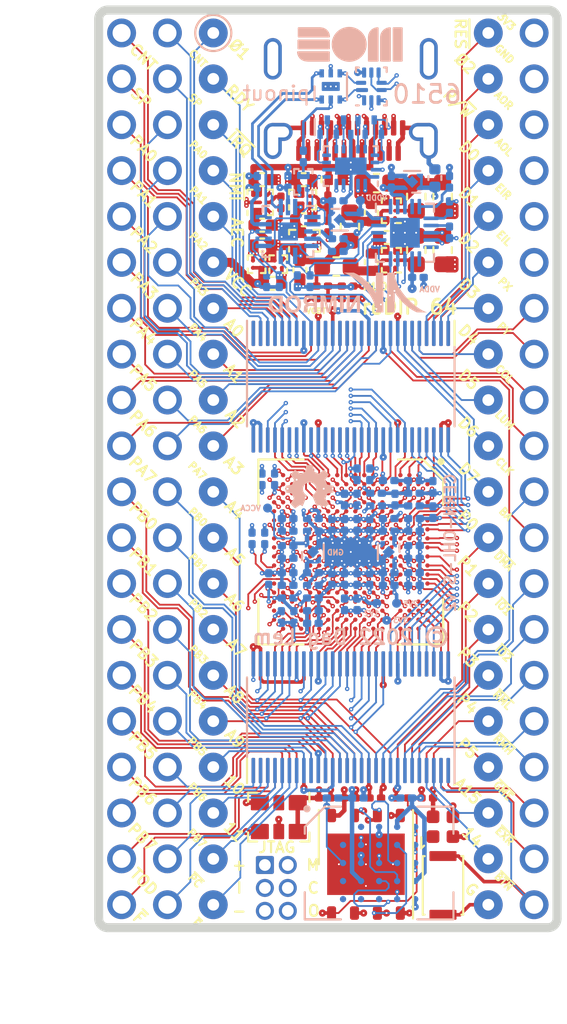
<source format=kicad_pcb>
(kicad_pcb (version 20211014) (generator pcbnew)
  (title_block (title "reDIP 64") (date "2022-04-10") (rev "1.0") (company "Nimrod") (comment 1 "© 2021 Dag Lem") (comment 2 "Licensed under CERN-OHL-S v2 (https://ohwr.org/cern_ohl_s_v2.txt)"))
  (layers (0 "F.Cu" signal) (1 "In1.Cu" mixed) (2 "In2.Cu" power) (3 "In3.Cu" signal) (4 "In4.Cu" power) (31 "B.Cu" signal) (34 "B.Paste" user) (35 "F.Paste" user) (36 "B.SilkS" user "B.Silkscreen") (37 "F.SilkS" user "F.Silkscreen") (38 "B.Mask" user) (39 "F.Mask" user) (44 "Edge.Cuts" user))
  (net 0 "")
  (net 1 "GND")
  (net 2 "+3V3")
  (net 3 "+1V2")
  (net 4 "+5V")
  (net 5 "/Audio/I2C_SDA")
  (net 6 "/Audio/I2C_SCL")
  (net 7 "/USB_DisplayPort/RX1+")
  (net 8 "/USB_DisplayPort/TX2-")
  (net 9 "/USB_DisplayPort/SBU2")
  (net 10 "/USB_DisplayPort/CC2")
  (net 11 "/USB_DisplayPort/TX2+")
  (net 12 "/USB_DisplayPort/RX1-")
  (net 13 "/USB_DisplayPort/D-")
  (net 14 "/USB_DisplayPort/D+")
  (net 15 "/USB_DisplayPort/RX2-")
  (net 16 "/USB_DisplayPort/RX2+")
  (net 17 "/USB_DisplayPort/TX1+")
  (net 18 "/USB_DisplayPort/TX1-")
  (net 19 "/USB_DisplayPort/CC1")
  (net 20 "/USB_DisplayPort/SBU1")
  (net 21 "/Audio/AUDIO_OUT_R")
  (net 22 "/Audio/AUDIO_OUT_L")
  (net 23 "/Audio/EXT_IN_R")
  (net 24 "/Audio/EXT_IN_L")
  (net 25 "/FPGA_IO/A13")
  (net 26 "/FPGA_IO/A12")
  (net 27 "/FPGA_IO/A11")
  (net 28 "/FPGA_IO/A10")
  (net 29 "/FPGA_IO/A9")
  (net 30 "/FPGA_IO/A8")
  (net 31 "/FPGA_IO/A7")
  (net 32 "/FPGA_IO/A6")
  (net 33 "/FPGA_IO/A5")
  (net 34 "/FPGA_IO/A4")
  (net 35 "/FPGA_IO/A3")
  (net 36 "/FPGA_IO/A2")
  (net 37 "/FPGA_IO/A1")
  (net 38 "/FPGA_IO/A0")
  (net 39 "/FPGA_IO/AEC")
  (net 40 "/FPGA_IO/~{NMI}")
  (net 41 "/FPGA_IO/~{IRQ}")
  (net 42 "/FPGA_IO/RDY")
  (net 43 "/FPGA_IO/Ø1_IN")
  (net 44 "/FPGA_IO/A14")
  (net 45 "/FPGA_IO/A15")
  (net 46 "/FPGA_IO/P5")
  (net 47 "/FPGA_IO/P4")
  (net 48 "/FPGA_IO/P3")
  (net 49 "/FPGA_IO/P2")
  (net 50 "/FPGA_IO/P1")
  (net 51 "/FPGA_IO/P0")
  (net 52 "/FPGA_IO/D7")
  (net 53 "/FPGA_IO/D6")
  (net 54 "/FPGA_IO/D5")
  (net 55 "/FPGA_IO/D4")
  (net 56 "/FPGA_IO/D3")
  (net 57 "/FPGA_IO/D2")
  (net 58 "/FPGA_IO/D1")
  (net 59 "/FPGA_IO/D0")
  (net 60 "/FPGA_IO/R_W")
  (net 61 "/FPGA_IO/Ø2_OUT")
  (net 62 "/FPGA_IO/~{RES}")
  (net 63 "/FPGA_IO/CIA1_~{FLAG}")
  (net 64 "/FPGA_IO/CIA2_~{FLAG}")
  (net 65 "/FPGA_IO/CIA1_TOD")
  (net 66 "/FPGA_IO/CIA2_~{PC}")
  (net 67 "/FPGA_IO/CIA1_PB7")
  (net 68 "/FPGA_IO/CIA2_PB7")
  (net 69 "/FPGA_IO/CIA1_PB6")
  (net 70 "/FPGA_IO/CIA2_PB6")
  (net 71 "/FPGA_IO/CIA1_PB5")
  (net 72 "/FPGA_IO/CIA2_PB5")
  (net 73 "/FPGA_IO/CIA1_PB4")
  (net 74 "/FPGA_IO/CIA2_PB4")
  (net 75 "/FPGA_IO/CIA1_PB3")
  (net 76 "/FPGA_IO/CIA2_PB3")
  (net 77 "/FPGA_IO/CIA1_PB2")
  (net 78 "/FPGA_IO/CIA2_PB2")
  (net 79 "/FPGA_IO/CIA1_PB1")
  (net 80 "/FPGA_IO/CIA2_PB1")
  (net 81 "/FPGA_IO/CIA1_PB0")
  (net 82 "/FPGA_IO/CIA2_PB0")
  (net 83 "/FPGA_IO/CIA1_PA7")
  (net 84 "/FPGA_IO/CIA2_PA7")
  (net 85 "/FPGA_IO/CIA1_PA6")
  (net 86 "/FPGA_IO/CIA2_PA6")
  (net 87 "/FPGA_IO/CIA1_PA5")
  (net 88 "/FPGA_IO/CIA2_PA5")
  (net 89 "/FPGA_IO/CIA1_PA4")
  (net 90 "/FPGA_IO/CIA2_PA4")
  (net 91 "/FPGA_IO/CIA1_PA3")
  (net 92 "/FPGA_IO/CIA2_PA3")
  (net 93 "/FPGA_IO/CIA1_PA2")
  (net 94 "/FPGA_IO/CIA2_PA2")
  (net 95 "/FPGA_IO/CIA1_PA1")
  (net 96 "/FPGA_IO/CIA2_PA1")
  (net 97 "/FPGA_IO/CIA1_PA0")
  (net 98 "/FPGA_IO/CIA2_PA0")
  (net 99 "/FPGA_IO/CIA1_SP")
  (net 100 "/FPGA_IO/CIA2_SP")
  (net 101 "/FPGA_IO/CIA1_CNT")
  (net 102 "/FPGA_IO/CIA2_CNT")
  (net 103 "/FPGA_IO/~{DMA}")
  (net 104 "/FPGA_IO/~{EXROM}")
  (net 105 "/FPGA_IO/~{GAME}")
  (net 106 "/FPGA_IO/~{ROMH}")
  (net 107 "/FPGA_IO/~{ROML}")
  (net 108 "/FPGA_IO/~{IO2}")
  (net 109 "/FPGA_IO/~{IO1}")
  (net 110 "/FPGA_IO/DOT_CLOCK")
  (net 111 "/FPGA_IO/SYNC_LUM")
  (net 112 "/FPGA_IO/COLOR")
  (net 113 "/FPGA_IO/BA")
  (net 114 "/FPGA_IO/POT_Y")
  (net 115 "/FPGA_IO/POT_X")
  (net 116 "/USB_DisplayPort/USB_~{CONN}")
  (net 117 "/FPGA_IO/I2_~{FLAG}")
  (net 118 "/FPGA_IO/I1_PB7")
  (net 119 "/FPGA_IO/I1_PB6")
  (net 120 "/FPGA_IO/I1_PB5")
  (net 121 "/FPGA_IO/I1_PA6")
  (net 122 "/FPGA_IO/I1_PA1")
  (net 123 "/FPGA_IO/I1_PA0")
  (net 124 "/FPGA_IO/I1_SP")
  (net 125 "/FPGA_IO/I2_PB6")
  (net 126 "/FPGA_IO/I2_~{PC}")
  (net 127 "/FPGA_IO/I1_PB4")
  (net 128 "/FPGA_IO/I1_PA7")
  (net 129 "/FPGA_IO/I1_PA2")
  (net 130 "/FPGA_IO/I1_CNT")
  (net 131 "/FPGA_IO/I2_PB7")
  (net 132 "/FPGA_IO/I2_PB5")
  (net 133 "/FPGA_IO/I2_PB4")
  (net 134 "/FPGA_IO/I_POT_Y")
  (net 135 "/FPGA_IO/I1_PB3")
  (net 136 "/FPGA_IO/I1_PB2")
  (net 137 "/FPGA_IO/I1_PA5")
  (net 138 "/FPGA_IO/I1_PA3")
  (net 139 "/FPGA_IO/I2_PB0")
  (net 140 "/FPGA_IO/I2_PB3")
  (net 141 "/FPGA_IO/I2_PB2")
  (net 142 "/FPGA_IO/I_POT_X")
  (net 143 "/FPGA_IO/I1_~{FLAG}")
  (net 144 "/FPGA_IO/I1_PB1")
  (net 145 "/FPGA_IO/I1_PB0")
  (net 146 "/FPGA_IO/I1_PA4")
  (net 147 "/FPGA_IO/I2_PA7")
  (net 148 "/FPGA_IO/I2_PA5")
  (net 149 "/FPGA_IO/I2_PB1")
  (net 150 "/FPGA_IO/I2_PA6")
  (net 151 "/FPGA_IO/I2_PA1")
  (net 152 "/FPGA_IO/I2_PA2")
  (net 153 "/FPGA_IO/I2_PA3")
  (net 154 "/FPGA_IO/I2_PA4")
  (net 155 "/FPGA_IO/I2_CNT")
  (net 156 "/FPGA_IO/I2_SP")
  (net 157 "/FPGA_IO/I2_PA0")
  (net 158 "/Audio/I2S_LRCLK")
  (net 159 "/Audio/I2S_MCLK")
  (net 160 "/Audio/I2S_SCLK")
  (net 161 "/Audio/I2S_DIN")
  (net 162 "/Audio/I2S_DOUT")
  (net 163 "/FPGA_IO/I_Ø1_IN")
  (net 164 "/FPGA_IO/I_RDY")
  (net 165 "/FPGA_IO/I_A0")
  (net 166 "/FPGA_IO/I_~{IRQ}")
  (net 167 "/FPGA_IO/I_~{NMI}")
  (net 168 "/FPGA_IO/I_AEC")
  (net 169 "/FPGA_IO/I_A1")
  (net 170 "/FPGA_IO/I_P5")
  (net 171 "/FPGA_IO/I_P4")
  (net 172 "/FPGA_IO/I_P3")
  (net 173 "/FPGA_IO/I_~{RES}")
  (net 174 "/FPGA_IO/I_Ø2_OUT")
  (net 175 "/FPGA_IO/I_R_W")
  (net 176 "/FPGA_IO/I_A3")
  (net 177 "/FPGA_IO/I_A4")
  (net 178 "/FPGA_IO/I_A5")
  (net 179 "/FPGA_IO/I_A2")
  (net 180 "/FPGA_IO/I_~{IO1}")
  (net 181 "/FPGA_IO/I_~{IO2}")
  (net 182 "/FPGA_IO/I_~{ROML}")
  (net 183 "/FPGA_IO/I_~{ROMH}")
  (net 184 "/FPGA_IO/I_D3")
  (net 185 "/FPGA_IO/I_D1")
  (net 186 "/FPGA_IO/I_D2")
  (net 187 "/FPGA_IO/I_D0")
  (net 188 "/FPGA_IO/I_A7")
  (net 189 "/FPGA_IO/I_A6")
  (net 190 "/FPGA_IO/I_A9")
  (net 191 "/FPGA_IO/I_COLOR")
  (net 192 "/FPGA_IO/I_BA")
  (net 193 "/FPGA_IO/I_~{EXROM}")
  (net 194 "/FPGA_IO/I_D7")
  (net 195 "/FPGA_IO/I_D4")
  (net 196 "/FPGA_IO/I_D5")
  (net 197 "/FPGA_IO/I_A12")
  (net 198 "/FPGA_IO/I_A8")
  (net 199 "/FPGA_IO/I_A10")
  (net 200 "/FPGA_IO/I_A11")
  (net 201 "/FPGA_IO/I_DOT_CLOCK")
  (net 202 "/FPGA_IO/I_SYNC_LUM")
  (net 203 "/FPGA_IO/I_~{DMA}")
  (net 204 "/FPGA_IO/I_~{GAME}")
  (net 205 "/FPGA_IO/I_P0")
  (net 206 "/FPGA_IO/I_P2")
  (net 207 "/FPGA_IO/I_D6")
  (net 208 "/FPGA_IO/I_P1")
  (net 209 "/FPGA_IO/I_A14")
  (net 210 "/FPGA_IO/I_A15")
  (net 211 "/FPGA_IO/I_A13")
  (net 212 "/USB_DisplayPort/RX-")
  (net 213 "/USB_DisplayPort/RX+")
  (net 214 "/USB_DisplayPort/TX-")
  (net 215 "/USB_DisplayPort/TX+")
  (net 216 "/USB_DisplayPort/AUX+")
  (net 217 "/USB_DisplayPort/AUX-")
  (net 218 "/USB_DisplayPort/USB_~{FLIP}")
  (net 219 "VCC")
  (net 220 "/USB_DisplayPort/CLK-")
  (net 221 "/USB_DisplayPort/CLK+")
  (net 222 "+2V5")
  (net 223 "/Power/~{FAULT}")
  (net 224 "/Power/EN_SNK")
  (net 225 "/Power/EN_SRC")
  (net 226 "/USB_DisplayPort/USB_LINK")
  (net 227 "/FPGA_IO/~{ALERT}")
  (net 228 "VCCA")
  (net 229 "VDDD")
  (net 230 "VDDA")
  (net 231 "/USB_DisplayPort/ML0-")
  (net 232 "/USB_DisplayPort/ML0+")
  (net 233 "/USB_DisplayPort/ML1-")
  (net 234 "/USB_DisplayPort/ML1+")
  (net 235 "/FPGA_IO/USB_D+")
  (net 236 "/FPGA_IO/USB_D-")
  (net 237 "/FPGA_IO/DP_AUX+")
  (net 238 "/FPGA_IO/DP_AUX-")
  (net 239 "/Config_Memory/TMS")
  (net 240 "/Config_Memory/TCK")
  (net 241 "/Config_Memory/TDI")
  (net 242 "/Config_Memory/TDO")
  (net 243 "/Config_Memory/RAM_~{CS}")
  (net 244 "/Config_Memory/MEM_CLK")
  (net 245 "/Config_Memory/FLASH_~{CS}")
  (net 246 "/Config_Memory/~{BOOT}")
  (net 247 "/Config_Memory/MEM_IO0")
  (net 248 "/Config_Memory/MEM_IO1")
  (net 249 "/Config_Memory/MEM_IO2")
  (net 250 "/Config_Memory/MEM_IO3")
  (net 251 "/Config_Memory/MEM_IO4")
  (net 252 "/Config_Memory/RWDS")
  (net 253 "/Config_Memory/MEM_IO5")
  (net 254 "/Config_Memory/MEM_IO6")
  (net 255 "/Config_Memory/MEM_IO7")
  (net 256 "/Config_Memory/LED")
  (net 257 "VCBT")
  (net 259 "/Power/EN_VCC")
  (net 260 "Net-(L1-Pad1)")
  (net 261 "Net-(L2-Pad1)")
  (net 265 "/FPGA_IO/I1_TOD")
  (net 266 "VBUS")
  (net 267 "Net-(C4-Pad1)")
  (net 268 "Net-(C10-Pad1)")
  (net 269 "Net-(C11-Pad1)")
  (net 270 "Net-(C12-Pad1)")
  (net 271 "Net-(C14-Pad1)")
  (net 272 "Net-(C18-Pad1)")
  (net 273 "Net-(C21-Pad1)")
  (net 274 "Net-(C22-Pad1)")
  (net 275 "Net-(R17-Pad1)")
  (net 284 "Net-(R15-Pad2)")
  (net 306 "Net-(R23-Pad1)")
  (net 307 "Net-(C68-Pad1)")
  (net 308 "Net-(C69-Pad2)")
  (net 309 "Net-(C70-Pad2)")
  (net 310 "/FPGA_IO/~{BTN}")
  (net 311 "/Config_Memory/MCLK")
  (net 312 "/FPGA_IO/I_~{BTN}")
  (footprint "reDIP:PinHeader_1x20_P2.54mm_Vertical" (layer "F.Cu") (at 117.78 100)
    (fp_text reference "J4" hide)
    (fp_text value "Conn_01x20" hide)
  )
  (footprint "CK:SW_SPST_CK_KXT3" (layer "F.Cu") (at 112.73 147.19 -90)
    (fp_text reference "SW1" hide)
    (fp_text value "KXT311LHS" hide)
  )
  (footprint "Package_SON:WSON-8-1EP_6x5mm_P1.27mm_EP3.4x4.3mm" (layer "F.Cu") (at 108.46 146.02 90)
    (fp_text reference "U22" hide)
    (fp_text value "W25Q128JVPIM" hide)
  )
  (footprint "TI:Texas_TVSOP-56_4.4x11.3mm_P0.4mm" (layer "F.Cu") (at 107.62 137.88 90)
    (fp_text reference "U19" hide)
    (fp_text value "SN74CBT16211ADGVR" hide)
  )
  (footprint "TI:Texas_TVSOP-56_4.4x11.3mm_P0.4mm" (layer "F.Cu") (at 107.62 119.58 -90)
    (fp_text reference "U17" hide)
    (fp_text value "SN74CBT16211ADGVR" hide)
  )
  (footprint "Inductor_SMD:L_0603_1608Metric" (layer "F.Cu") (at 112.71 112.02 90)
    (fp_text reference "FB4" hide)
    (fp_text value "BLM18KG601SN1" hide)
  )
  (footprint "Inductor_SMD:L_0603_1608Metric" (layer "F.Cu") (at 107.57 110.72 -90)
    (fp_text reference "FB1" hide)
    (fp_text value "BLM18KG601SN1" hide)
  )
  (footprint "Inductor_SMD:L_0603_1608Metric" (layer "F.Cu") (at 106.82 112.93 180)
    (fp_text reference "FB3" hide)
    (fp_text value "BLM18KG601SN1" hide)
  )
  (footprint "Inductor_SMD:L_0603_1608Metric" (layer "F.Cu") (at 112.71 109.06 90)
    (fp_text reference "FB2" hide)
    (fp_text value "BLM18KG601SN1" hide)
  )
  (footprint "Capacitor_SMD:C_0402_1005Metric" (layer "F.Cu") (at 108.76 112.69 90)
    (fp_text reference "C21" hide)
    (fp_text value "2.2uF" hide)
  )
  (footprint "Capacitor_SMD:C_0603_1608Metric" (layer "F.Cu") (at 109.04 108.31 180)
    (fp_text reference "C18" hide)
    (fp_text value "10uF" hide)
  )
  (footprint "Resistor_SMD:R_0201_0603Metric" (layer "F.Cu") (at 103.75 109.38 -90)
    (fp_text reference "R17" hide)
    (fp_text value "1.07k" hide)
  )
  (footprint "Capacitor_SMD:C_0402_1005Metric" (layer "F.Cu") (at 102.71 110.64)
    (fp_text reference "C20" hide)
    (fp_text value "1uF" hide)
  )
  (footprint "Capacitor_SMD:C_0402_1005Metric" (layer "F.Cu") (at 102.71 108.12)
    (fp_text reference "C19" hide)
    (fp_text value "1uF" hide)
  )
  (footprint "Capacitor_SMD:C_0201_0603Metric" (layer "F.Cu") (at 106.18 142.35)
    (fp_text reference "C6" hide)
    (fp_text value "0.1uF" hide)
  )
  (footprint "Capacitor_SMD:C_0201_0603Metric" (layer "F.Cu") (at 107.58 142.35)
    (fp_text reference "C65" hide)
    (fp_text value "0.1uF" hide)
  )
  (footprint "Resistor_SMD:R_0201_0603Metric" (layer "F.Cu") (at 110.46 142.35 180)
    (fp_text reference "R25" hide)
    (fp_text value "4.7k" hide)
  )
  (footprint "Capacitor_SMD:C_0402_1005Metric" (layer "F.Cu") (at 104.8 113.11 -90)
    (fp_text reference "C15" hide)
    (fp_text value "1uF" hide)
  )
  (footprint "Capacitor_SMD:C_0402_1005Metric" (layer "F.Cu") (at 105.01 108.12)
    (fp_text reference "C13" hide)
    (fp_text value "1uF" hide)
  )
  (footprint "ONSemi:CASE_714AB_1.0x0.6mm" (layer "F.Cu") (at 106.76 108.12)
    (fp_text reference "D1" hide)
    (fp_text value "ESD7241" hide)
  )
  (footprint "reDIP:PinHeader_2x03_P1.27mm_Vertical" (layer "F.Cu") (at 102.86 146.06)
    (fp_text reference "J6" hide)
    (fp_text value "Conn_02x05_Odd_Even" hide)
  )
  (footprint "GCT:USB_C_Receptacle_GCT_USB4080" (layer "F.Cu") (at 107.62 105.98 180)
    (fp_text reference "J1" hide)
    (fp_text value "USB4080" hide)
  )
  (footprint "Microchip:Oscillator_SMD_3225-6Pin_3.2x2.5mm" (layer "F.Cu") (at 103.63 143.41 -90)
    (fp_text reference "U4" hide)
    (fp_text value "DSC1103CE2-135.0000" hide)
  )
  (footprint "Capacitor_SMD:C_0402_1005Metric" (layer "F.Cu") (at 108.76 109.95 90)
    (fp_text reference "C12" hide)
    (fp_text value "2.2uF" hide)
  )
  (footprint "Capacitor_SMD:C_0201_0603Metric" (layer "F.Cu") (at 111.86 142.35 180)
    (fp_text reference "C66" hide)
    (fp_text value "0.1uF" hide)
  )
  (footprint "Lumex:SMD-LX0707RGB-TR" (layer "F.Cu") (at 112.73 143.94 90)
    (fp_text reference "D4" hide)
    (fp_text value "SMD-LX0707RGB-TR" hide)
  )
  (footprint "ONSemi:CASE_567RV_1.21x1.21mm_P0.4mm" (layer "F.Cu") (at 102.6 109.38 90)
    (fp_text reference "U10" hide)
    (fp_text value "FPF2495C" hide)
  )
  (footprint "Lattice:BGA-285_10x10mm_P0.5mm" (layer "F.Cu") (at 107.62 128.73 -90)
    (fp_text reference "U2" hide)
    (fp_text value "LFE5UM5G-25F-8MG285C" hide)
  )
  (footprint "Capacitor_SMD:C_0201_0603Metric" (layer "F.Cu") (at 108.98 142.35)
    (fp_text reference "C60" hide)
    (fp_text value "0.1uF" hide)
  )
  (footprint "Capacitor_SMD:C_0402_1005Metric" (layer "F.Cu") (at 109.61 111.32 180)
    (fp_text reference "C22" hide)
    (fp_text value "10uF" hide)
  )
  (footprint "Resistor_SMD:R_0201_0603Metric" (layer "F.Cu") (at 106.35 109.32 -90)
    (fp_text reference "R15" hide)
    (fp_text value "3.83k" hide)
  )
  (footprint "ONSemi:CASE_567RM_1.46x0.96mm_P0.5mm" (layer "F.Cu") (at 105.05 111.5 90)
    (fp_text reference "U7" hide)
    (fp_text value "FPF1048" hide)
  )
  (footprint "Resistor_SMD:R_0201_0603Metric" (layer "F.Cu") (at 107.44 114.01)
    (fp_text reference "R19" hide)
    (fp_text value "NC" hide)
  )
  (footprint "ONSemi:CASE_567UV_1.30x0.90mm_P0.4mm" (layer "F.Cu") (at 104.95 109.23 90)
    (fp_text reference "U6" hide)
    (fp_text value "FPF2286" hide)
  )
  (footprint "Capacitor_SMD:C_0402_1005Metric" (layer "F.Cu") (at 105.01 110.34)
    (fp_text reference "C14" hide)
    (fp_text value "1uF" hide)
  )
  (footprint "Capacitor_SMD:C_0402_1005Metric" (layer "F.Cu") (at 103.29 113.86)
    (fp_text reference "C17" hide)
    (fp_text value "1uF" hide)
  )
  (footprint "Resistor_SMD:R_0201_0603Metric" (layer "F.Cu") (at 106.04 114.01)
    (fp_text reference "R18" hide)
    (fp_text value "1k" hide)
  )
  (footprint "ONSemi:CASE_567RQ_1.16x0.86mm_P0.4mm" (layer "F.Cu") (at 109.87 112.58 180)
    (fp_text reference "U12" hide)
    (fp_text value "FAN53611" hide)
  )
  (footprint "Capacitor_SMD:C_0402_1005Metric" (layer "F.Cu") (at 102.71 111.74 180)
    (fp_text reference "C16" hide)
    (fp_text value "1uF" hide)
  )
  (footprint "ONSemi:CASE_567RQ_1.16x0.86mm_P0.4mm" (layer "F.Cu") (at 109.87 109.84 180)
    (fp_text reference "U9" hide)
    (fp_text value "FAN53610" hide)
  )
  (footprint "Inductor_SMD:L_0603_1608Metric" (layer "F.Cu") (at 111.25 109.06 90)
    (fp_text reference "L1" hide)
    (fp_text value "1uH" hide)
  )
  (footprint "Resistor_SMD:R_0201_0603Metric" (layer "F.Cu") (at 106.04 114.71)
    (fp_text reference "R20" hide)
    (fp_text value "6.2k" hide)
  )
  (footprint "reDIP:TestPoint_Pad_D0.5mm" (layer "F.Cu") (at 106.62 115.37)
    (fp_text reference "TP7" hide)
    (fp_text value "TestPoint" hide)
  )
  (footprint "TI:Texas_DSBGA-4_0.78x0.78mm_Layout2x2_P0.4mm" (layer "F.Cu") (at 103.6 112.8 90)
    (fp_text reference "U8" hide)
    (fp_text value "TPS22916CN" hide)
  )
  (footprint "reDIP:PinHeader_2x20_P2.54mm_Vertical" (layer "F.Cu") (at 94.92 100)
    (fp_text reference "J5" hide)
    (fp_text value "Conn_02x20_Odd_Even" hide)
  )
  (footprint "Capacitor_SMD:C_0201_0603Metric" (layer "F.Cu") (at 107.44 114.71)
    (fp_text reference "C59" hide)
    (fp_text value "0.1uF" hide)
  )
  (footprint "TI:Texas_DSBGA-4_0.78x0.78mm_Layout2x2_P0.4mm" (layer "F.Cu") (at 102.4 112.8 -90)
    (fp_text reference "U11" hide)
    (fp_text value "TPS22916CN" hide)
  )
  (footprint "Inductor_SMD:L_0603_1608Metric" (layer "F.Cu") (at 111.25 112.02 90)
    (fp_text reference "L2" hide)
    (fp_text value "470nH" hide)
  )
  (footprint "Resistor_SMD:R_0201_0603Metric" (layer "F.Cu") (at 106.35 110.72 -90)
    (fp_text reference "R16" hide)
    (fp_text value "1k" hide)
  )
  (footprint "reDIP:OSHW-logo" (layer "B.Cu") (at 105.34 125.12 180)
    (fp_text reference "OSHW logo" hide)
    (fp_text value "G***" hide)
  )
  (footprint "reDIP:PinHeader_1x20_P2.54mm_Vertical_Machined" (layer "B.Cu") (at 100 100 180)
    (fp_text reference "J2" hide)
    (fp_text value "Conn_01x20" hide)
  )
  (footprint "reDIP:PinHeader_1x20_P2.54mm_Vertical_Machined" (layer "B.Cu") (at 115.24 100 180)
    (fp_text reference "J3" hide)
    (fp_text value "Conn_01x20" hide)
  )
  (footprint "TI:Texas_TVSOP-56_4.4x11.3mm_P0.4mm" (layer "B.Cu") (at 107.62 119.58 -90)
    (fp_text reference "U18" hide)
    (fp_text value "SN74CBT16211ADGVR" hide)
  )
  (footprint "Winbond:TFBGA-24_6.0x8.0mm_P1mm" (layer "B.Cu") (at 109.19 145.95 -90)
    (fp_text reference "U21" hide)
    (fp_text value "W957A8MFYA5I" hide)
  )
  (footprint "Resistor_SMD:R_0201_0603Metric" (layer "B.Cu") (at 104.99 106.84 -90)
    (fp_text reference "R5" hide)
    (fp_text value "1.5k" hide)
  )
  (footprint "Resistor_SMD:R_0201_0603Metric" (layer "B.Cu") (at 105.36 113.74 -90)
    (fp_text reference "R1" hide)
    (fp_text value "2.2k" hide)
  )
  (footprint "Capacitor_SMD:C_0201_0603Metric" (layer "B.Cu") (at 113.09 108.24 90)
    (fp_text reference "C68" hide)
    (fp_text value "0.1uF" hide)
  )
  (footprint "Resistor_SMD:R_0201_0603Metric" (layer "B.Cu") (at 102.96 113.74 90)
    (fp_text reference "R3" hide)
    (fp_text value "10k" hide)
  )
  (footprint "Resistor_SMD:R_0201_0603Metric" (layer "B.Cu") (at 103.66 113.74 90)
    (fp_text reference "R4" hide)
    (fp_text value "10k" hide)
  )
  (footprint "Capacitor_SMD:C_0201_0603Metric" (layer "B.Cu") (at 109.87 108.24 90)
    (fp_text reference "C28" hide)
    (fp_text value "1uF" hide)
  )
  (footprint "ONSemi:CASE_711AJ_1.0x1.0mm_P0.65mm" (layer "B.Cu") (at 111.02 108.24)
    (fp_text reference "U15" hide)
    (fp_text value "NCP163AMX330TBG" hide)
  )
  (footprint "reDIP:MOS-logo" (layer "B.Cu") (at 107.57 100.63 180)
    (fp_text reference "MOS logo" hide)
    (fp_text value "G***" hide)
  )
  (footprint "NXP:SOT-1883-1" (layer "B.Cu") (at 104.14 110.99 180)
    (fp_text reference "U1" hide)
    (fp_text value "PTN5110NHQ" hide)
  )
  (footprint "Capacitor_SMD:C_0201_0603Metric" (layer "B.Cu") (at 104.14 108.24 90)
    (fp_text reference "C1" hide)
    (fp_text value "1uF" hide)
  )
  (footprint "Package_DFN_QFN:QFN-20-1EP_3x3mm_P0.4mm_EP1.65x1.65mm" (layer "B.Cu") (at 110.62 111.06 -90)
    (fp_text reference "U23" hide)
    (fp_text value "SGTL5000XNLA3" hide)
  )
  (footprint "Capacitor_SMD:C_0201_0603Metric" (layer "B.Cu") (at 111.34 113.53)
    (fp_text reference "C67" hide)
    (fp_text value "0.1uF" hide)
  )
  (footprint "ONSemi:CASE_722AB_2.0x2.8mm_P0.4mm" (layer "B.Cu") (at 107.62 107.37 90)
    (fp_text reference "U3" hide)
    (fp_text value "FUSB340" hide)
  )
  (footprint "Vishay:LLP75-7L" (layer "B.Cu") (at 106.51 102.96 -90)
    (fp_text reference "D2" hide)
    (fp_text value "VESD05A6-HAF" hide)
  )
  (footprint "Capacitor_SMD:C_0201_0603Metric" (layer "B.Cu") (at 108.01 142.35)
    (fp_text reference "C63" hide)
    (fp_text value "0.1uF" hide)
  )
  (footprint "Capacitor_SMD:C_0201_0603Metric" (layer "B.Cu") (at 110.69 142.35 180)
    (fp_text reference "C64" hide)
    (fp_text value "0.1uF" hide)
  )
  (footprint "TI:Texas_TVSOP-56_4.4x11.3mm_P0.4mm" (layer "B.Cu") (at 107.62 137.88 90)
    (fp_text reference "U20" hide)
    (fp_text value "SN74CBT16211ADGVR" hide)
  )
  (footprint "Capacitor_SMD:C_0201_0603Metric" (layer "B.Cu") (at 102.15 127.98 90)
    (fp_text reference "C7" hide)
    (fp_text value "100nF" hide)
  )
  (footprint "Capacitor_SMD:C_0201_0603Metric" (layer "B.Cu") (at 102.85 127.98 90)
    (fp_text reference "C5" hide)
    (fp_text value "100nF" hide)
  )
  (footprint "Resistor_SMD:R_0201_0603Metric" (layer "B.Cu") (at 106.61 142.35)
    (fp_text reference "R21" hide)
    (fp_text value "4.7k" hide)
  )
  (footprint "Capacitor_SMD:C_0201_0603Metric" (layer "B.Cu") (at 111.12 126.18)
    (fp_text reference "C10" hide)
    (fp_text value "100nF" hide)
  )
  (footprint "Resistor_SMD:R_0201_0603Metric" (layer "B.Cu") (at 111.12 124.78 180)
    (fp_text reference "R11" hide)
    (fp_text value "10k" hide)
  )
  (footprint "Capacitor_SMD:C_0201_0603Metric" (layer "B.Cu") (at 109.72 126.88 180)
    (fp_text reference "C33" hide)
    (fp_text value "0.1uF" hide)
  )
  (footprint "Capacitor_SMD:C_0201_0603Metric" (layer "B.Cu") (at 104.12 126.88 180)
    (fp_text reference "C39" hide)
    (fp_text value "1uF" hide)
  )
  (footprint "Capacitor_SMD:C_0201_0603Metric" (layer "B.Cu") (at 105.52 132.68 180)
    (fp_text reference "C61" hide)
    (fp_text value "1uF" hide)
  )
  (footprint "Resistor_SMD:R_0201_0603Metric" (layer "B.Cu") (at 104.12 131.28 180)
    (fp_text reference "R23" hide)
    (fp_text value "4.7k" hide)
  )
  (footprint "Capacitor_SMD:C_0201_0603Metric" (layer "B.Cu") (at 105.52 130.58 180)
    (fp_text reference "C36" hide)
    (fp_text value "0.1uF" hide)
  )
  (footprint "Capacitor_SMD:C_0201_0603Metric" (layer "B.Cu") (at 113.09 109.64 -90)
    (fp_text reference "C69" hide)
    (fp_text value "1uF" hide)
  )
  (footprint "Capacitor_SMD:C_0201_0603Metric" (layer "B.Cu") (at 105.52 127.58)
    (fp_text reference "C24" hide)
    (fp_text value "1uF" hide)
  )
  (footprint "Capacitor_SMD:C_0201_0603Metric" (layer "B.Cu") (at 109.72 127.58 180)
    (fp_text reference "C25" hide)
    (fp_text value "1uF" hide)
  )
  (footprint "Capacitor_SMD:C_0201_0603Metric" (layer "B.Cu") (at 107.97 130.23 90)
    (fp_text reference "C58" hide)
    (fp_text value "0.1uF" hide)
  )
  (footprint "Capacitor_SMD:C_0201_0603Metric" (layer "B.Cu") (at 107.97 125.83 90)
    (fp_text reference "C43" hide)
    (fp_text value "1uF" hide)
  )
  (footprint "Resistor_SMD:R_0201_0603Metric" (layer "B.Cu") (at 103.07 130.23 -90)
    (fp_text reference "R27" hide)
    (fp_text value "4.7k" hide)
  )
  (footprint "Capacitor_SMD:C_0201_0603Metric" (layer "B.Cu") (at 105.52 129.88)
    (fp_text reference "C23" hide)
    (fp_text value "1uF" hide)
  )
  (footprint "ONSemi:CASE_711AJ_1.0x1.0mm_P0.65mm" (layer "B.Cu") (at 109.72 128.73 90)
    (fp_text reference "U14" hide)
    (fp_text value "NCP115AMX250TCG" hide)
  )
  (footprint "Capacitor_SMD:C_0201_0603Metric" (layer "B.Cu") (at 105.52 131.98 180)
    (fp_text reference "C62" hide)
    (fp_text value "0.1uF" hide)
  )
  (footprint "Capacitor_SMD:C_0201_0603Metric" (layer "B.Cu") (at 106.57 130.23 90)
    (fp_text reference "C56" hide)
    (fp_text value "0.1uF" hide)
  )
  (footprint "Capacitor_SMD:C_0201_0603Metric" (layer "B.Cu") (at 107.97 127.23 -90)
    (fp_text reference "C48" hide)
    (fp_text value "0.1uF" hide)
  )
  (footprint "Capacitor_SMD:C_0201_0603Metric" (layer "B.Cu") (at 111.12 129.88)
    (fp_text reference "C50" hide)
    (fp_text value "0.1uF" hide)
  )
  (footprint "Capacitor_SMD:C_0201_0603Metric" (layer "B.Cu") (at 104.12 127.58 180)
    (fp_text reference "C40" hide)
    (fp_text value "0.1uF" hide)
  )
  (footprint "Resistor_SMD:R_0201_0603Metric" (layer "B.Cu") (at 112.17 126.53 -90)
    (fp_text reference "R10" hide)
    (fp_text value "100k" hide)
  )
  (footprint "Resistor_SMD:R_0201_0603Metric" (layer "B.Cu") (at 109.72 124.78 180)
    (fp_text reference "R14" hide)
    (fp_text value "10k" hide)
  )
  (footprint "Capacitor_SMD:C_0201_0603Metric" (layer "B.Cu") (at 107.27 125.83 90)
    (fp_text reference "C44" hide)
    (fp_text value "0.1uF" hide)
  )
  (footprint "Capacitor_SMD:C_0201_0603Metric" (layer "B.Cu") (at 107.97 131.63 -90)
    (fp_text reference "C45" hide)
    (fp_text value "1uF" hide)
  )
  (footprint "Resistor_SMD:R_0201_0603Metric" (layer "B.Cu") (at 105.52 131.28)
    (fp_text reference "R26" hide)
    (fp_text value "4.7k" hide)
  )
  (footprint "Resistor_SMD:R_0201_0603Metric" (layer "B.Cu") (at 110.07 125.83 90)
    (fp_text reference "R12" hide)
    (fp_text value "100" hide)
  )
  (footprint "Capacitor_SMD:C_0201_0603Metric" (layer "B.Cu") (at 109.72 129.88 180)
    (fp_text reference "C26" hide)
    (fp_text value "1uF" hide)
  )
  (footprint "Resistor_SMD:R_0201_0603Metric" (layer "B.Cu") (at 104.47 132.33 90)
    (fp_text reference "R22" hide)
    (fp_text value "1k" hide)
  )
  (footprint "Capacitor_SMD:C_0201_0603Metric" (layer "B.Cu") (at 108.67 127.23 -90)
    (fp_text reference "C47" hide)
    (fp_text value "1uF" hide)
  )
  (footprint "Resistor_SMD:R_0201_0603Metric" (layer "B.Cu") (at 109.02 125.48)
    (fp_text reference "R13" hide)
    (fp_text value "100" hide)
  )
  (footprint "Capacitor_SMD:C_0201_0603Metric" (layer "B.Cu") (at 104.12 130.58 180)
    (fp_text reference "C38" hide)
    (fp_text value "0.1uF" hide)
  )
  (footprint "Capacitor_SMD:C_0201_0603Metric" (layer "B.Cu") (at 111.12 129.08)
    (fp_text reference "C41" hide)
    (fp_text value "1uF" hide)
  )
  (footprint "Capacitor_SMD:C_0201_0603Metric" (layer "B.Cu") (at 111.12 127.58)
    (fp_text reference "C51" hide)
    (fp_text value "1uF" hide)
  )
  (footprint "Resistor_SMD:R_0201_0603Metric" (layer "B.Cu") (at 107.97 124.43 90)
    (fp_text reference "R6" hide)
    (fp_text value "22" hide)
  )
  (footprint "Capacitor_SMD:C_0201_0603Metric" (layer "B.Cu") (at 111.12 125.48)
    (fp_text reference "C11" hide)
    (fp_text value "100nF" hide)
  )
  (footprint "Capacitor_SMD:C_0201_0603Metric" (layer "B.Cu") (at 106.57 127.23 -90)
    (fp_text reference "C53" hide)
    (fp_text value "1uF" hide)
  )
  (footprint "ONSemi:CASE_711AJ_1.0x1.0mm_P0.65mm" (layer "B.Cu") (at 105.52 128.73 -90)
    (fp_text reference "U13" hide)
    (fp_text value "NCP163AMX120TBG" hide)
  )
  (footprint "Resistor_SMD:R_0201_0603Metric" (layer "B.Cu") (at 109.02 126.18)
    (fp_text reference "R8" hide)
    (fp_text value "100" hide)
  )
  (footprint "Capacitor_SMD:C_0201_0603Metric" (layer "B.Cu") (at 103.4 124.71 90)
    (fp_text reference "C8" hide)
    (fp_text value "100nF" hide)
  )
  (footprint "Capacitor_SMD:C_0201_0603Metric" (layer "B.Cu") (at 105.52 126.88 180)
    (fp_text reference "C35" hide)
    (fp_text value "0.1uF" hide)
  )
  (footprint "Capacitor_SMD:C_0201_0603Metric" (layer "B.Cu") (at 107.27 130.23 90)
    (fp_text reference "C55" hide)
    (fp_text value "1uF" hide)
  )
  (footprint "Resistor_SMD:R_0201_0603Metric" (layer "B.Cu") (at 112.17 125.13 -90)
    (fp_text reference "R9" hide)
    (fp_text value "100k" hide)
  )
  (footprint "Capacitor_SMD:C_0201_0603Metric" (layer "B.Cu") (at 104.12 129.88 180)
    (fp_text reference "C37" hide)
    (fp_text value "1uF" hide)
  )
  (footprint "Capacitor_SMD:C_0201_0603Metric" (layer "B.Cu") (at 111.12 128.38)
    (fp_text reference "C42" hide)
    (fp_text value "0.1uF" hide)
  )
  (footprint "Resistor_SMD:R_0201_0603Metric" (layer "B.Cu") (at 108.67 124.43 90)
    (fp_text reference "R7" hide)
    (fp_text value "22" hide)
  )
  (footprint "Capacitor_SMD:C_0201_0603Metric" (layer "B.Cu") (at 107.27 127.23 -90)
    (fp_text reference "C54" hide)
    (fp_text value "0.1uF" hide)
  )
  (footprint "Capacitor_SMD:C_0201_0603Metric" (layer "B.Cu") (at 111.12 130.58)
    (fp_text reference "C49" hide)
    (fp_text value "1uF" hide)
  )
  (footprint "Capacitor_SMD:C_0201_0603Metric" (layer "B.Cu") (at 104.12 129.08 180)
    (fp_text reference "C32" hide)
    (fp_text value "0.1uF" hide)
  )
  (footprint "Capacitor_SMD:C_0201_0603Metric" (layer "B.Cu") (at 108.67 130.23 90)
    (fp_text reference "C57" hide)
    (fp_text value "1uF" hide)
  )
  (footprint "Capacitor_SMD:C_0201_0603Metric" (layer "B.Cu") (at 102.7 124.71 90)
    (fp_text reference "C9" hide)
    (fp_text value "100nF" hide)
  )
  (footprint "Capacitor_SMD:C_0201_0603Metric" (layer "B.Cu") (at 111.12 126.88)
    (fp_text reference "C52" hide)
    (fp_text value "0.1uF" hide)
  )
  (footprint "Resistor_SMD:R_0201_0603Metric" (layer "B.Cu") (at 103.77 132.33 -90)
    (fp_text reference "R24" hide)
    (fp_text value "22" hide)
  )
  (footprint "Capacitor_SMD:C_0201_0603Metric" (layer "B.Cu") (at 107.27 131.63 -90)
    (fp_text reference "C46" hide)
    (fp_text value "0.1uF" hide)
  )
  (footprint "Capacitor_SMD:C_0201_0603Metric" (layer "B.Cu") (at 104.12 128.38 180)
    (fp_text reference "C31" hide)
    (fp_text value "1uF" hide)
  )
  (footprint "Capacitor_SMD:C_0201_0603Metric" (layer "B.Cu") (at 109.72 130.58 180)
    (fp_text reference "C34" hide)
    (fp_text value "0.1uF" hide)
  )
  (footprint "reDIP:Nimrod-logo" (layer "B.Cu") (at 107.46 114.38 180)
    (fp_text reference "svg2mod" hide)
    (fp_text value "G***" hide)
  )
  (footprint "Capacitor_SMD:C_0201_0603Metric" (layer "B.Cu") (at 102.44 108.24 90)
    (fp_text reference "C3" hide)
    (fp_text value "1uF" hide)
  )
  (footprint "Capacitor_SMD:C_0201_0603Metric" (layer "B.Cu") (at 106.9 111.39)
    (fp_text reference "C2" hide)
    (fp_text value "1uF" hide)
  )
  (footprint "Capacitor_SMD:C_0201_0603Metric" (layer "B.Cu") (at 106.9 112.09)
    (fp_text reference "C4" hide)
    (fp_text value "1uF" hide)
  )
  (footprint "Capacitor_SMD:C_0201_0603Metric" (layer "B.Cu") (at 113.09 111.04 90)
    (fp_text reference "C70" hide)
    (fp_text value "1uF" hide)
  )
  (footprint "Resistor_SMD:R_0201_0603Metric" (layer "B.Cu") (at 104.66 113.74 -90)
    (fp_text reference "R2" hide)
    (fp_text value "2.2k" hide)
  )
  (footprint "Nexperia:SOT-883" (layer "B.Cu") (at 104.99 108.24 90)
    (fp_text reference "Q1" hide)
    (fp_text value "PDTA143ZMB" hide)
  )
  (footprint "Diodes:U-DFN3810-9" (layer "B.Cu") (at 107.62 105.21 90)
    (fp_text reference "D3" hide)
    (fp_text value "D3V3F8U9LP3810" hide)
  )
  (footprint "reDIP:TestPoint_Pad_D0.5mm" (layer "B.Cu") (at 103.01 126.3 180)
    (fp_text reference "TP3" hide)
    (fp_text value "TestPoint" hide)
  )
  (footprint "reDIP:TestPoint_Pad_D0.5mm" (layer "B.Cu") (at 107.62 128.73 180)
    (fp_text reference "TP8" hide)
    (fp_text value "TestPoint" hide)
  )
  (footprint "reDIP:TestPoint_Pad_D0.5mm" (layer "B.Cu") (at 111.02 114.15 180)
    (fp_text reference "TP5" hide)
    (fp_text value "TestPoint" hide)
  )
  (footprint "Capacitor_SMD:C_0201_0603Metric" (layer "B.Cu") (at 106.9 109.29)
    (fp_text reference "C29" hide)
    (fp_text value "1uF" hide)
  )
  (footprint "reDIP:TestPoint_Pad_D0.5mm" (layer "B.Cu") (at 109.06 131.57 180)
    (fp_text reference "TP2" hide)
    (fp_text value "TestPoint" hide)
  )
  (footprint "ONSemi:CASE_711AJ_1.0x1.0mm_P0.65mm" (layer "B.Cu") (at 107 110.34 180)
    (fp_text reference "U16" hide)
    (fp_text value "NCP163AMX120TBG" hide)
  )
  (footprint "reDIP:TestPoint_Pad_D0.5mm" (layer "B.Cu") (at 109.61 132.51 180)
    (fp_text reference "TP1" hide)
    (fp_text value "TestPoint" hide)
  )
  (footprint "reDIP:TestPoint_Pad_D0.5mm" (layer "B.Cu") (at 110.16 131.57 180)
    (fp_text reference "TP4" hide)
    (fp_text value "TestPoint" hide)
  )
  (footprint "Capacitor_SMD:C_0201_0603Metric" (layer "B.Cu") (at 108.15 110.25 -90)
    (fp_text reference "C30" hide)
    (fp_text value "1uF" hide)
  )
  (footprint "Capacitor_SMD:C_0402_1005Metric" (layer "B.Cu") (at 112.28 108.03 90)
    (fp_text reference "C27" hide)
    (fp_text value "1uF" hide)
  )
  (footprint "ONSemi:CASE_523BC_1.4x1.8_P0.4mm" (layer "B.Cu") (at 108.76 102.96)
    (fp_text reference "U5" hide)
    (fp_text value "FSUSB42UMX" hide)
  )
  (footprint "reDIP:TestPoint_Pad_D0.5mm" (layer "B.Cu") (at 108.15 109.28 180)
    (fp_text reference "TP6" hide)
    (fp_text value "TestPoint" hide)
  )
  (gr_circle (center 100 100) (end 101 100) (layer "B.SilkS") (width 0.12) (fill none))
  (gr_circle (center 100 100) (end 101 100) (layer "F.SilkS") (width 0.12) (fill none))
  (gr_line (start 93.65 99.23) (end 93.65 149.03) (layer "Edge.Cuts") (width 0.5))
  (gr_line (start 118.55 98.73) (end 94.15 98.73) (layer "Edge.Cuts") (width 0.5))
  (gr_line (start 119.05 149.03) (end 119.05 99.23) (layer "Edge.Cuts") (width 0.5))
  (gr_arc (start 119.05 149.03) (mid 118.903553 149.383553) (end 118.55 149.53) (layer "Edge.Cuts") (width 0.5))
  (gr_arc (start 94.15 149.53) (mid 93.796447 149.383553) (end 93.65 149.03) (layer "Edge.Cuts") (width 0.5))
  (gr_line (start 118.55 149.53) (end 94.15 149.53) (layer "Edge.Cuts") (width 0.5))
  (gr_arc (start 118.55 98.73) (mid 118.903553 98.876447) (end 119.05 99.23) (layer "Edge.Cuts") (width 0.5))
  (gr_arc (start 93.65 99.23) (mid 93.796447 98.876447) (end 94.15 98.73) (layer "Edge.Cuts") (width 0.5))
  (gr_text "CERN-OHL-S v2" (at 113.13 128.23 90) (layer "B.SilkS") (effects (font (size 0.6 0.6) (thickness 0.12)) (justify mirror)))
  (gr_text "pinout" (at 103.49 103.34) (layer "B.SilkS") (effects (font (size 0.8 0.8) (thickness 0.12)) (justify mirror)))
  (gr_text "6510" (at 111.84 103.39) (layer "B.SilkS") (effects (font (size 1 1)) (justify mirror)))
  (gr_text "© 2022 Dag Lem" (at 107.62 133.45) (layer "B.SilkS") (effects (font (size 0.8 0.8)) (justify mirror)))
  (gr_text "VDDD" (at 109.04 109.13) (layer "B.SilkS") (effects (font (size 0.3 0.3) (thickness 0.075)) (justify mirror)))
  (gr_text "GND" (at 106.77 128.76) (layer "B.SilkS") (effects (font (size 0.3 0.3) (thickness 0.075)) (justify mirror)))
  (gr_text "VCCA" (at 102.07 126.31) (layer "B.SilkS") (effects (font (size 0.3 0.3) (thickness 0.075)) (justify mirror)))
  (gr_text "2V5" (at 110.94 131.6) (layer "B.SilkS") (effects (font (size 0.3 0.3) (thickness 0.075)) (justify mirror)))
  (gr_text "3V3" (at 110.39 132.51) (layer "B.SilkS") (effects (font (size 0.3 0.3) (thickness 0.075)) (justify mirror)))
  (gr_text "VDDA" (at 111.99 114.19) (layer "B.SilkS") (effects (font (size 0.3 0.3) (thickness 0.075)) (justify mirror)))
  (gr_text "1V2" (at 108.77 132.13) (layer "B.SilkS") (effects (font (size 0.3 0.3) (thickness 0.075)) (justify mirror)))
  (gr_text "GND" (at 116.13 101.17 -45) (layer "F.SilkS") (effects (font (size 0.4 0.4) (thickness 0.1))))
  (gr_text "reDIP 64" (at 110.87 115.17) (layer "F.SilkS") (effects (font (size 0.8 0.8))))
  (gr_text "G" (at 114.31 147.42 -45) (layer "F.SilkS") (effects (font (size 0.6 0.6) (thickness 0.12))))
  (gr_text "EIL" (at 116.11 111.36 -45) (layer "F.SilkS") (effects (font (size 0.4 0.4) (thickness 0.1))))
  (gr_text "PX" (at 116.17 113.92 -45) (layer "F.SilkS") (effects (font (size 0.4 0.4) (thickness 0.1))))
  (gr_text "D7" (at 114.15 124.36 -45) (layer "F.SilkS") (effects (font (size 0.6 0.6) (thickness 0.12))))
  (gr_text "~{RES}" (at 113.7 100.04 -90) (layer "F.SilkS") (effects (font (size 0.6 0.6) (thickness 0.12))))
  (gr_text "A4" (at 101.18 126.41 -45) (layer "F.SilkS") (effects (font (size 0.6 0.6) (thickness 0.12))))
  (gr_text "A3" (at 101.13 123.94 -45) (layer "F.SilkS") (effects (font (size 0.6 0.6) (thickness 0.12))))
  (gr_text "A2" (at 101.22 121.35 -45) (layer "F.SilkS") (effects (font (size 0.6 0.6) (thickness 0.12))))
  (gr_text "D2" (at 114.16 111.62 -45) (layer "F.SilkS") (effects (font (size 0.6 0.6) (thickness 0.12))))
  (gr_text "D3" (at 114.17 114.16 -45) (layer "F.SilkS") (effects (font (size 0.6 0.6) (thickness 0.12))))
  (gr_text "AOR" (at 116.1 103.74 -45) (layer "F.SilkS") (effects (font (size 0.4 0.4) (thickness 0.1))))
  (gr_text "P0" (at 114.11 126.98 -45) (layer "F.SilkS") (effects (font (size 0.6 0.6) (thickness 0.12))))
  (gr_text "LUM" (at 116.15 121.44 -45) (layer "F.SilkS") (effects (font (size 0.4 0.4) (thickness 0.1))))
  (gr_text "A15" (at 114.09 141.97 -45) (layer "F.SilkS") (effects (font (size 0.6 0.6) (thickness 0.12))))
  (gr_text "P3" (at 114.1 134.58 -45) (layer "F.SilkS") (effects (font (size 0.6 0.6) (thickness 0.12))))
  (gr_text "P4" (at 114.08 137.13 -45) (layer "F.SilkS") (effects (font (size 0.6 0.6) (thickness 0.12))))
  (gr_text "P1" (at 114.1 129.51 -45) (layer "F.SilkS") (effects (font (size 0.6 0.6) (thickness 0.12))))
  (gr_text "14" (at 114.35 144.51 -45) (layer "F.SilkS") (effects (font (size 0.6 0.6) (thickness 0.12))))
  (gr_text "P5" (at 114.08 139.61 -45) (layer "F.SilkS") (effects (font (size 0.6 0.6) (thickness 0.12))))
  (gr_text "3V3" (at 116.24 99.37 -45) (layer "F.SilkS") (effects (font (size 0.4 0.4) (thickness 0.1))))
  (gr_text "AEC" (at 101.31 111.06 -90) (layer "F.SilkS") (effects (font (size 0.6 0.6) (thickness 0.12))))
  (gr_text "11" (at 100.69 143.76 -45) (layer "F.SilkS") (effects (font (size 0.6 0.6) (thickness 0.12)) (justify left)))
  (gr_text "A7" (at 101.28 134.04 -45) (layer "F.SilkS") (effects (font (size 0.6 0.6) (thickness 0.12))))
  (gr_text "A5" (at 101.21 129.01 -45) (layer "F.SilkS") (effects (font (size 0.6 0.6) (thickness 0.12))))
  (gr_text "A8" (at 101.17 136.61 -45) (layer "F.SilkS") (effects (font (size 0.6 0.6) (thickness 0.12))))
  (gr_text "PA5" (at 99.14 119.16 -45) (layer "F.SilkS") (effects (font (size 0.4 0.4) (thickness 0.1))))
  (gr_text "SP" (at 98.99 103.74 -45) (layer "F.SilkS") (effects (font (size 0.4 0.4) (thickness 0.1))))
  (gr_text "PA6" (at 99.14 121.69 -45) (layer "F.SilkS") (effects (font (size 0.4 0.4) (thickness 0.1))))
  (gr_text "PA3" (at 99.19 114.07 -45) (layer "F.SilkS") (effects (font (size 0.4 0.4) (thickness 0.1))))
  (gr_text "PA4" (at 99.15 116.58 -45) (layer "F.SilkS") (effects (font (size 0.4 0.4) (thickness 0.1))))
  (gr_text "CNT" (at 99.15 101.41 -45) (layer "F.SilkS") (effects (font (size 0.4 0.4) (thickness 0.1))))
  (gr_text "PA2" (at 99.18 111.52 -45) (layer "F.SilkS") (effects (font (size 0.4 0.4) (thickness 0.1))))
  (gr_text "PA0" (at 99.17 106.46 -45) (layer "F.SilkS") (effects (font (size 0.4 0.4) (thickness 0.1))))
  (gr_text "PA1" (at 99.18 108.99 -45) (layer "F.SilkS") (effects (font (size 0.4 0.4) (thickness 0.1))))
  (gr_text "PA7" (at 99.11 124.24 -45) (layer "F.SilkS") (effects (font (size 0.4 0.4) (thickness 0.1))))
  (gr_text "~{PC}" (at 98.99 146.93 -45) (layer "F.SilkS") (effects (font (size 0.4 0.4) (thickness 0.1))))
  (gr_text "~{F}" (at 99.05 149.29 -45) (layer "F.SilkS") (effects (font (size 0.4 0.4) (thickness 0.1))))
  (gr_text "PB5" (at 99.12 139.5 -45) (layer "F.SilkS") (effects (font (size 0.4 0.4) (thickness 0.1))))
  (gr_text "PB6" (at 99.12 142.03 -45) (layer "F.SilkS") (effects (font (size 0.4 0.4) (thickness 0.1))))
  (gr_text "PB3" (at 99.17 134.41 -45) (layer "F.SilkS") (effects (font (size 0.4 0.4) (thickness 0.1))))
  (gr_text "PB4" (at 99.13 136.92 -45) (layer "F.SilkS") (effects (font (size 0.4 0.4) (thickness 0.1))))
  (gr_text "PB2" (at 99.16 131.86 -45) (layer "F.SilkS") (effects (font (size 0.4 0.4) (thickness 0.1))))
  (gr_text "PB0" (at 99.15 126.8 -45) (layer "F.SilkS") (effects (font (size 0.4 0.4) (thickness 0.1))))
  (gr_text "PB1" (at 99.16 129.33 -45) (layer "F.SilkS") (effects (font (size 0.4 0.4) (thickness 0.1))))
  (gr_text "PB7" (at 99.09 144.58 -45) (layer "F.SilkS") (effects (font (size 0.4 0.4) (thickness 0.1))))
  (gr_text "PB4" (at 96.1 136.87 -45) (layer "F.SilkS") (effects (font (size 0.6 0.6) (thickness 0.12))))
  (gr_text "PB2" (at 96.13 131.81 -45) (layer "F.SilkS") (effects (font (size 0.6 0.6) (thickness 0.12))))
  (gr_text "PB7" (at 96.06 144.53 -45) (layer "F.SilkS") (effects (font (size 0.6 0.6) (thickness 0.12))))
  (gr_text "PB0" (at 96.12 126.75 -45) (layer "F.SilkS") (effects (font (size 0.6 0.6) (thickness 0.12))))
  (gr_text "PB1" (at 96.13 129.28 -45) (layer "F.SilkS") (effects (font (size 0.6 0.6) (thickness 0.12))))
  (gr_text "PB5" (at 96.09 139.45 -45) (layer "F.SilkS") (effects (font (size 0.6 0.6) (thickness 0.12))))
  (gr_text "PB6" (at 96.09 141.98 -45) (layer "F.SilkS") (effects (font (size 0.6 0.6) (thickness 0.12))))
  (gr_text "PB3" (at 96.14 134.36 -45) (layer "F.SilkS") (effects (font (size 0.6 0.6) (thickness 0.12))))
  (gr_text "PA5" (at 96.11 119.11 -45) (layer "F.SilkS") (effects (font (size 0.6 0.6) (thickness 0.12))))
  (gr_text "SP" (at 96 103.6 -45) (layer "F.SilkS") (effects (font (size 0.6 0.6) (thickness 0.12))))
  (gr_text "PA6" (at 96.11 121.64 -45) (layer "F.SilkS") (effects (font (size 0.6 0.6) (thickness 0.12))))
  (gr_text "PA3" (at 96.16 114.02 -45) (layer "F.SilkS") (effects (font (size 0.6 0.6) (thickness 0.12))))
  (gr_text "PA4" (at 96.12 116.53 -45) (layer "F.SilkS") (effects (font (size 0.6 0.6) (thickness 0.12))))
  (gr_text "CNT" (at 96.12 101.34 -45) (layer "F.SilkS") (effects (font (size 0.6 0.6) (thickness 0.12))))
  (gr_text "PA2" (at 96.15 111.47 -45) (layer "F.SilkS") (effects (font (size 0.6 0.6) (thickness 0.12))))
  (gr_text "PA0" (at 96.14 106.41 -45) (layer "F.SilkS") (effects (font (size 0.6 0.6) (thickness 0.12))))
  (gr_text "PA1" (at 96.15 108.94 -45) (layer "F.SilkS") (effects (font (size 0.6 0.6) (thickness 0.12))))
  (gr_text "PA7" (at 96.08 124.19 -45) (layer "F.SilkS") (effects (font (size 0.6 0.6) (thickness 0.12))))
  (gr_text "TOD" (at 96.16 146.99 -45) (layer "F.SilkS") (effects (font (size 0.6 0.6) (thickness 0.12))))
  (gr_text "~{F}" (at 95.88 148.99 -45) (layer "F.SilkS") (effects (font (size 0.6 0.6) (thickness 0.12))))
  (gr_text "~{EXR}" (at 116.14 144.47 -45) (layer "F.SilkS") (effects (font (size 0.4 0.4) (thickness 0.1))))
  (gr_text "~{GME}" (at 116.06 141.96 -45) (layer "F.SilkS") (effects (font (size 0.4 0.4) (thickness 0.1))))
  (gr_text "~{IO2}" (at 116.07 134.36 -45) (layer "F.SilkS") (effects (font (size 0.4 0.4) (thickness 0.1))))
  (gr_text "~{RML}" (at 116.02 136.93 -45) (layer "F.SilkS") (effects (font (size 0.4 0.4) (thickness 0.1))))
  (gr_text "~{IO1}" (at 116.07 131.8 -45) (layer "F.SilkS") (effects (font (size 0.4 0.4) (thickness 0.1))))
  (gr_text "~{RMH}" (at 116.08 139.41 -45) (layer "F.SilkS") (effects (font (size 0.4 0.4) (thickness 0.1))))
  (gr_text "A9" (at 101.19 139.06 -45) (layer "F.SilkS") (effects (font (size 0.6 0.6) (thickness 0.12))))
  (gr_text "M" (at 105.52 146.06) (layer "F.SilkS") (effects (font (size 0.6 0.6) (thickness 0.12))))
  (gr_text "O" (at 105.57 148.6) (layer "F.SilkS") (effects (font (size 0.6 0.6) (thickness 0.12))))
  (gr_text "JTAG" (at 103.53 145.08) (layer "F.SilkS") (effects (font (size 0.6 0.6) (thickness 0.12))))
  (gr_text "-" (at 101.44 148.6) (layer "F.SilkS") (effects (font (size 0.6 0.6) (thickness 0.12))))
  (gr_text "+" (at 101.44 146.06) (layer "F.SilkS") (effects (font (size 0.6 0.6) (thickness 0.12))))
  (gr_text "I" (at 101.44 147.33) (layer "F.SilkS") (effects (font (size 0.6 0.6) (thickness 0.12))))
  (gr_text "A6" (at 101.19 131.54 -45) (layer "F.SilkS") (effects (font (size 0.6 0.6) (thickness 0.12))))
  (gr_text "~{BTN}" (at 116.09 146.99 -45) (layer "F.SilkS") (effects (font (size 0.4 0.4) (thickness 0.1))))
  (gr_text "A1" (at 101.13 118.85 -45) (layer "F.SilkS") (effects (font (size 0.6 0.6) (thickness 0.12))))
  (gr_text "D6" (at 114.14 121.83 -45) (layer "F.SilkS") (effects (font (size 0.6 0.6) (thickness 0.12))))
  (gr_text "~{DMA}" (at 116.09 129.25 -45) (layer "F.SilkS") (effects (font (size 0.4 0.4) (thickness 0.1))))
  (gr_text "BA" (at 116.21 126.63 -45) (layer "F.SilkS") (effects (font (size 0.4 0.4) (thickness 0.1))))
  (gr_text "P2" (at 114.09 132.04 -45) (layer "F.SilkS") (effects (font (size 0.6 0.6) (thickness 0.12))))
  (gr_text "VCBT" (at 105.7 115.39) (layer "F.SilkS") (effects (font (size 0.3 0.3) (thickness 0.075))))
  (gr_text "D1" (at 114.17 109.09 -45) (layer "F.SilkS") (effects (font (size 0.6 0.6) (thickness 0.12))))
  (gr_text "Ø1" (at 101.45 100.91 -45) (layer "F.SilkS") (effects (font (size 0.6 0.6) (thickness 0.12))))
  (gr_text "CLK" (at 116.14 124 -45) (layer "F.SilkS") (effects (font (size 0.4 0.4) (thickness 0.1))))
  (gr_text "PY" (at 116.1 116.39 -45) (layer "F.SilkS") (effects (font (size 0.4 0.4) (thickness 0.1))))
  (gr_text "RDY" (at 101.44 103.62 -45) (layer "F.SilkS") (effects (font (size 0.6 0.6) (thickness 0.12))))
  (gr_text "D5" (at 114.15 119.19 -45) (layer "F.SilkS") (effects (font (size 0.6 0.6) (thickness 0.12))))
  (gr_text "R1.0" (at 108.97 114.04) (layer "F.SilkS") (effects (font (size 0.4 0.4) (thickness 0.1))))
  (gr_text "A0" (at 101.15 116.32 -45) (layer "F.SilkS") (effects (font (size 0.6 0.6) (thickness 0.12))))
  (gr_text "EIR" (at 116.07 108.78 -45) (layer "F.SilkS") (effects (font (size 0.4 0.4) (thickness 0.1))))
  (gr_text "COL" (at 116.13 118.88 -45) (layer "F.SilkS") (effects (font (size 0.4 0.4) (thickness 0.1))))
  (gr_text "~{NMI}" (at 101.22 108.5 270) (layer "F.SilkS") (effects (font (size 0.6 0.6) (thickness 0.12))))
  (gr_text "VCC" (at 101.37 113.85 -45) (layer "F.SilkS") (effects (font (size 0.6 0.6) (thickness 0.12))))
  (gr_text "Ø2" (at 113.96 101.7 -45) (layer "F.SilkS") (effects (font (size 0.6 0.6) (thickness 0.12))))
  (gr_text "C" (at 105.54 147.33) (layer "F.SilkS") (effects (font (size 0.6 0.6) (thickness 0.12))))
  (gr_text "\n10" (at 101.06 140.83 -45) (layer "F.SilkS") (effects (font (size 0.6 0.6) (thickness 0.12)) (justify left)))
  (gr_text "D0" (at 114.19 106.54 -45) (layer "F.SilkS") (effects (font (size 0.6 0.6) (thickness 0.12))))
  (gr_text "R/~{W}" (at 113.57 103.92 -45) (layer "F.SilkS") (effects (font (size 0.6 0.6) (thickness 0.12))))
  (gr_text "AOL" (at 116.11 106.32 -45) (layer "F.SilkS") (effects (font (size 0.4 0.4) (thickness 0.1))))
  (gr_text "~{IRQ}" (at 101.44 106.16 -45) (layer "F.SilkS") (effects (font (size 0.6 0.6) (thickness 0.12))))
  (gr_text "D4" (at 114.15 116.71 -45) (layer "F.SilkS") (effects (font (size 0.6 0.6) (thickness 0.12))))
  (segment (start 104.37 128.48) (end 104.12 128.23) (width 0.1) (layer "F.Cu") (net 1))
  (segment (start 103.87 125.98) (end 103.62 125.73) (width 0.1) (layer "F.Cu") (net 1))
  (segment (start 103.87 128.48) (end 103.62 128.23) (width 0.1) (layer "F.Cu") (net 1))
  (segment (start 104.37 125.98) (end 104.12 125.73) (width 0.1) (layer "F.Cu") (net 1))
  (segment (start 104.37 128.98) (end 104.12 129.23) (width 0.1) (layer "F.Cu") (net 1))
  (segment (start 103.37 131.48) (end 103.12 131.73) (width 0.1) (layer "F.Cu") (net 1))
  (segment (start 104.37 129.48) (end 104.12 129.73) (width 0.1) (layer "F.Cu") (net 1))
  (segment (start 109.12 127.23) (end 108.87 126.98) (width 0.1) (layer "F.Cu") (net 1))
  (segment (start 105.67 108.58) (end 105.67 108.3) (width 0.2) (layer "F.Cu") (net 1))
  (segment (start 109.87 129.48) (end 110.12 129.73) (width 0.1) (layer "F.Cu") (net 1))
  (segment (start 102.2 112.6) (end 102.2 111.77) (width 0.2) (layer "F.Cu") (net 1))
  (segment (start 103.37 108.3) (end 103.19 108.12) (width 0.25) (layer "F.Cu") (net 1))
  (segment (start 102.05 112.2) (end 102.05 111.92) (width 0.2) (layer "F.Cu") (net 1))
  (segment (start 109.31 111.5) (end 109.13 111.32) (width 0.2) (layer "F.Cu") (net 1))
  (segment (start 109.67 112.18) (end 108.79 112.18) (width 0.2) (layer "F.Cu") (net 1))
  (segment (start 108.87 130.48) (end 109.12 130.73) (width 0.1) (layer "F.Cu") (net 1))
  (segment (start 105.31 108.58) (end 105.67 108.58) (width 0.25) (layer "F.Cu") (net 1))
  (segment (start 102.52 133.98) (end 102.62 134.08) (width 0.2) (layer "F.Cu") (net 1))
  (segment (start 106.37 127.48) (end 106.12 127.23) (width 0.1) (layer "F.Cu") (net 1))
  (segment (start 108.52 108.99) (end 108.52 108.565) (width 0.4) (layer "F.Cu") (net 1))
  (segment (start 109.13 111.32) (end 109.13 111.64) (width 0.2) (layer "F.Cu") (net 1))
  (segment (start 110.245 106.655) (end 110.245 106.075) (width 0.25) (layer "F.Cu") (net 1))
  (segment (start 105.82 116.63) (end 105.82 115.68) (width 0.2) (layer "F.Cu") (net 1))
  (segment (start 109.87 128.48) (end 110.12 128.23) (width 0.1) (layer "F.Cu") (net 1))
  (segment (start 110.22 121.58) (end 110.22 122.53) (width 0.2) (layer "F.Cu") (net 1))
  (segment (start 105.31 108.58) (end 105.31 108.3) (width 0.2) (layer "F.Cu") (net 1))
  (segment (start 108.37 128.98) (end 108.62 129.23) (width 0.1) (layer "F.Cu") (net 1))
  (segment (start 106.87 129.98) (end 106.62 130.23) (width 0.1) (layer "F.Cu") (net 1))
  (segment (start 104.995 105.255) (end 103.825 105.255) (width 0.25) (layer "F.Cu") (net 1))
  (segment (start 103.87 127.48) (end 104.12 127.73) (width 0.1) (layer "F.Cu") (net 1))
  (segment (start 104.37 126.98) (end 104.12 127.23) (width 0.1) (layer "F.Cu") (net 1))
  (segment (start 103.59 113.4) (end 103.59 113.68) (width 0.2) (layer "F.Cu") (net 1))
  (segment (start 103.8 113.83) (end 103.77 113.86) (width 0.2) (layer "F.Cu") (net 1))
  (segment (start 105.87 129.48) (end 105.62 129.73) (width 0.1) (layer "F.Cu") (net 1))
  (segment (start 105.35 109.83) (end 105.31 109.87) (width 0.2) (layer "F.Cu") (net 1))
  (segment (start 105.87 127.48) (end 105.62 127.23) (width 0.1) (layer "F.Cu") (net 1))
  (segment (start 109.13 111.32) (end 109.13 111.84) (width 0.5) (layer "F.Cu") (net 1))
  (segment (start 108.79 109.44) (end 108.76 109.47) (width 0.2) (layer "F.Cu") (net 1))
  (segment (start 106.87 128.48) (end 106.62 128.23) (width 0.1) (layer "F.Cu") (net 1))
  (segment (start 108.79 112.18) (end 108.76 112.21) (width 0.2) (layer "F.Cu") (net 1))
  (segment (start 107.305 108.3) (end 107.125 108.12) (width 0.25) (layer "F.Cu") (net 1))
  (segment (start 109.87 130.98) (end 109.62 131.23) (width 0.1) (layer "F.Cu") (net 1))
  (segment (start 105.23 114.71) (end 105.72 114.71) (width 0.2) (layer "F.Cu") (net 1))
  (segment (start 107.37 130.48) (end 107.12 130.23) (width 0.1) (layer "F.Cu") (net 1))
  (segment (start 108.02 108.555) (end 108.265 108.31) (width 0.4) (layer "F.Cu") (net 1))
  (segment (start 105.87 128.48) (end 105.62 128.23) (width 0.1) (layer "F.Cu") (net 1))
  (segment (start 103.87 128.98) (end 103.62 128.73) (width 0.1) (layer "F.Cu") (net 1))
  (segment (start 109.42 136.09) (end 109.42 134.93) (width 0.2) (layer "F.Cu") (net 1))
  (segment (start 104.37 129.98) (end 104.12 129.73) (width 0.1) (layer "F.Cu") (net 1))
  (segment (start 111.54 141.9) (end 111.54 142.35) (width 0.25) (layer "F.Cu") (net 1))
  (segment (start 105.86 111.75) (end 105.55 111.75) (width 0.2) (layer "F.Cu") (net 1))
  (segment (start 103.37 128.98) (end 103.62 128.73) (width 0.1) (layer "F.Cu") (net 1))
  (segment (start 107.87 127.48) (end 108.12 127.23) (width 0.1) (layer "F.Cu") (net 1))
  (segment (start 110.07 112.98) (end 110.07 113.25) (width 0.2) (layer "F.Cu") (net 1))
  (segment (start 104.98 114.02) (end 104.98 113.77) (width 0.25) (layer "F.Cu") (net 1))
  (segment (start 101.84 109.2) (end 101.84 109.56) (width 0.25) (layer "F.Cu") (net 1))
  (segment (start 109.3 142.35) (end 109.3 141.9) (width 0.2) (layer "F.Cu") (net 1))
  (segment (start 109.67 109.44) (end 109.67 109.08) (width 0.2) (layer "F.Cu") (net 1))
  (segment (start 102.6 109.38) (end 102.2 109.38) (width 0.2) (layer "F.Cu") (net 1))
  (segment (start 105.31 108.3) (end 105.49 108.12) (width 0.2) (layer "F.Cu") (net 1))
  (segment (start 104.745 106.000704) (end 104.995 105.750704) (width 0.25) (layer "F.Cu") (net 1))
  (segment (start 106.87 124.98) (end 106.62 124.73) (width 0.1) (layer "F.Cu") (net 1))
  (segment (start 105.67 109.87) (end 105.67 110.16) (width 0.2) (layer "F.Cu") (net 1))
  (segment (start 103.62 108.3) (end 103.37 108.3) (width 0.25) (layer "F.Cu") (net 1))
  (segment (start 106.87 130.98) (end 107.12 130.73) (width 0.1) (layer "F.Cu") (net 1))
  (segment (start 110.22 115.68) (end 110.22 116.63) (width 0.2) (layer "F.Cu") (net 1))
  (segment (start 113.02 121.58) (end 113.02 122.53) (width 0.2) (layer "F.Cu") (net 1))
  (segment (start 106.87 127.98) (end 106.62 127.73) (width 0.1) (layer "F.Cu") (net 1))
  (segment (start 104.995 105.750704) (end 104.995 105.255) (width 0.25) (layer "F.Cu") (net 1))
  (segment (start 106.87 129.48) (end 106.62 129.73) (width 0.1) (layer "F.Cu") (net 1))
  (segment (start 106.35 111.45) (end 106.35 111.04) (width 0.2) (layer "F.Cu") (net 1))
  (segment (start 105.37 126.98) (end 105.12 127.23) (width 0.1) (layer "F.Cu") (net 1))
  (segment (start 109.87 127.98) (end 110.12 127.73) (width 0.1) (layer "F.Cu") (net 1))
  (segment (start 105.49 108.58) (end 105.49 108.12) (width 0.25) (layer "F.Cu") (net 1))
  (segment (start 103.87 125.48) (end 103.62 125.23) (width 0.1) (layer "F.Cu") (net 1))
  (segment (start 107.87 128.48) (end 108.12 128.23) (width 0.1) (layer "F.Cu") (net 1))
  (segment (start 109.13 111.32) (end 109.13 111.69) (width 0.5) (layer "F.Cu") (net 1))
  (segment (start 109.37 127.48) (end 109.62 127.73) (width 0.1) (layer "F.Cu") (net 1))
  (segment (start 104.87 135.93) (end 105.02 135.78) (width 0.2) (layer "F.Cu") (net 1))
  (segment (start 114.22 148.26) (end 115.24 148.26) (width 0.2) (layer "F.Cu") (net 1))
  (segment (start 109.37 130.98) (end 109.62 131.23) (width 0.1) (layer "F.Cu") (net 1))
  (segment (start 108.37 129.98) (end 108.62 130.23) (width 0.1) (layer "F.Cu") (net 1))
  (segment (start 103.62 110.64) (end 103.19 110.64) (width 0.25) (layer "F.Cu") (net 1))
  (segment (start 104.745 106.655) (end 104.745 106.000704) (width 0.25) (layer "F.Cu") (net 1))
  (segment (start 109.37 126.98) (end 109.12 126.73) (width 0.1) (layer "F.Cu") (net 1))
  (segment (start 111.415 105.255) (end 111.64 105.48) (width 0.25) (layer "F.Cu") (net 1))
  (segment (start 111.37 125.48) (end 111.62 125.23) (width 0.1) (layer "F.Cu") (net 1))
  (segment (start 106.37 130.48) (end 106.12 130.73) (width 0.1) (layer "F.Cu") (net 1))
  (segment (start 103.87 129.48) (end 103.62 129.23) (width 0.1) (layer "F.Cu") (net 1))
  (segment (start 105.37 127.98) (end 105.62 127.73) (width 0.1) (layer "F.Cu") (net 1))
  (segment (start 106.87 127.48) (end 106.62 127.23) (width 0.1) (layer "F.Cu") (net 1))
  (segment (start 104.62 124.73) (end 104.87 124.48) (width 0.1) (layer "F.Cu") (net 1))
  (segment (start 108.02 108.99) (end 108.02 108.555) (width 0.4) (layer "F.Cu") (net 1))
  (segment (start 106.37 128.98) (end 106.12 129.23) (width 0.1) (layer "F.Cu") (net 1))
  (segment (start 103.62 107.94) (end 103.37 107.94) (width 0.25) (layer "F.Cu") (net 1))
  (segment (start 103.37 110.46) (end 103.19 110.64) (width 0.25) (layer "F.Cu") (net 1))
  (segment (start 108.02 108.99) (end 108.52 108.99) (width 0.4) (layer "F.Cu") (net 1))
  (segment (start 106.37 128.48) (end 106.12 128.23) (width 0.1) (layer "F.Cu") (net 1))
  (segment (start 109.37 128.98) (end 109.62 129.23) (width 0.1) (layer "F.Cu") (net 1))
  (segment (start 103.59 113.4) (end 103.95 113.4) (width 0.25) (layer "F.Cu") (net 1))
  (segment (start 112.62 121.68) (end 112.62 122.53) (width 0.2) (layer "F.Cu") (net 1))
  (segment (start 103.75 110.33) (end 103.62 110.46) (width 0.2) (layer "F.Cu") (net 1))
  (segment (start 113.665 148.815) (end 114.22 148.26) (width 0.2) (layer "F.Cu") (net 1))
  (segment (start 109.67 111.83) (end 109.16 111.32) (width 0.2) (layer "F.Cu") (net 1))
  (segment (start 107.37 128.48) (end 107.12 128.23) (width 0.1) (layer "F.Cu") (net 1))
  (segment (start 109.67 109.08) (end 109.37 109.08) (width 0.2) (layer "F.Cu") (net 1))
  (segment (start 105.67 110.16) (end 105.49 110.34) (width 0.2) (layer "F.Cu") (net 1))
  (segment (start 104.37 124.98) (end 104.12 125.23) (width 0.1) (layer "F.Cu") (net 1))
  (segment (start 106.37 129.48) (end 106.12 129.73) (width 0.1) (layer "F.Cu") (net 1))
  (segment (start 109.87 127.48) (end 110.12 127.73) (width 0.1) (layer "F.Cu") (net 1))
  (segment (start 105.02 135.78) (end 105.02 134.93) (width 0.2) (layer "F.Cu") (net 1))
  (segment (start 103.87 124.98) (end 103.62 125.23) (width 0.1) (layer "F.Cu") (net 1))
  (segment (start 103.62 110.46) (end 103.37 110.46) (width 0.25) (layer "F.Cu") (net 1))
  (segment (start 104.62 114.02) (end 104.62 113.77) (width 0.25) (layer "F.Cu") (net 1))
  (segment (start 109.37 127.98) (end 109.62 127.73) (width 0.1) (layer "F.Cu") (net 1))
  (segment (start 112.72 121.58) (end 112.62 121.68) (width 0.2) (layer "F.Cu") (net 1))
  (segment (start 109.13 111.84) (end 108.76 112.21) (width 0.5) (layer "F.Cu") (net 1))
  (segment (start 109.37 109.08) (end 108.6 108.31) (width 0.2) (layer "F.Cu") (net 1))
  (segment (start 105.87 127.98) (end 105.62 128.23) (width 0.1) (layer "F.Cu") (net 1))
  (segment (start 108.87 128.98) (end 109.12 129.23) (width 0.1) (layer "F.Cu") (net 1))
  (segment (start 104.87 124.98) (end 104.62 124.73) (width 0.1) (layer "F.Cu") (net 1))
  (segment (start 111.37 131.98) (end 111.62 132.23) (width 0.1) (layer "F.Cu") (net 1))
  (segment (start 108.37 129.48) (end 108.62 129.73) (width 0.1) (layer "F.Cu") (net 1))
  (segment (start 105.82 121.58) (end 105.82 122.53) (width 0.2) (layer "F.Cu") (net 1))
  (segment (start 107.37 129.98) (end 107.12 130.23) (width 0.1) (layer "F.Cu") (net 1))
  (segment (start 108.87 124.98) (end 109.12 124.73) (width 0.1) (layer "F.Cu") (net 1))
  (segment (start 107.37 130.98) (end 107.12 130.73) (width 0.1) (layer "F.Cu") (net 1))
  (segment (start 109.87 129.98) (end 110.12 129.73) (width 0.1) (layer "F.Cu") (net 1))
  (segment (start 104.62 113.77) (end 104.8 113.59) (width 0.25) (layer "F.Cu") (net 1))
  (segment (start 110.495 105.255) (end 111.415 105.255) (width 0.25) (layer "F.Cu") (net 1))
  (segment (start 106.87 126.98) (end 106.62 126.73) (width 0.1) (layer "F.Cu") (net 1))
  (segment (start 102.62 135.77) (end 102.78 135.93) (width 0.2) (layer "F.Cu") (net 1))
  (segment (start 105.31 110.16) (end 105.49 110.34) (width 0.2) (layer "F.Cu") (net 1))
  (segment (start 102.05 111.92) (end 102.23 111.74) (width 0.2) (layer "F.Cu") (net 1))
  (segment (start 102.78 135.93) (end 104.87 135.93) (width 0.2) (layer "F.Cu") (net 1))
  (segment (start 109.3 141.9) (end 109.42 141.78) (width 0.2) (layer "F.Cu") (net 1))
  (segment (start 105.67 108.3) (end 105.49 108.12) (width 0.2) (layer "F.Cu") (net 1))
  (segment (start 107.37 128.98) (end 107.12 129.23) (width 0.1) (layer "F.Cu") (net 1))
  (segment (start 104.37 125.48) (end 104.12 125.23) (width 0.1) (layer "F.Cu") (net 1))
  (segment (start 108.62 132.73) (end 108.87 132.48) (width 0.1) (layer "F.Cu") (net 1))
  (segment (start 102.23 112.2) (end 102.23 111.74) (width 0.25) (layer "F.Cu") (net 1))
  (segment (start 102.22 134.93) (end 102.22 133.98) (width 0.2) (layer "F.Cu") (net 1))
  (segment (start 107.87 130.48) (end 108.12 130.73) (width 0.1) (layer "F.Cu") (net 1))
  (segment (start 106.37 129.98) (end 106.12 130.23) (width 0.1) (layer "F.Cu") (net 1))
  (segment (start 109.37 129.48) (end 109.62 129.73) (width 0.1) (layer "F.Cu") (net 1))
  (segment (start 109.87 128.98) (end 110.12 129.23) (width 0.1) (layer "F.Cu") (net 1))
  (segment (start 108.95 111.78) (end 108.95 111.5) (width 0.2) (layer "F.Cu") (net 1))
  (segment (start 107.51 107.94) (end 107.51 108.3) (width 0.25) (layer "F.Cu") (net 1))
  (segment (start 108.37 130.48) (end 108.62 130.73) (width 0.1) (layer "F.Cu") (net 1))
  (segment (start 113.89 144.49) (end 113.28 144.49) (width 0.25) (layer "F.Cu") (net 1))
  (segment (start 103.37 110.82) (end 103.19 110.64) (width 0.25) (layer "F.Cu") (net 1))
  (segment (start 109.31 111.78) (end 109.31 111.5) (width 0.2) (layer "F.Cu") (net 1))
  (segment (start 108.87 129.48) (end 109.12 129.73) (width 0.1) (layer "F.Cu") (net 1))
  (segment (start 109.215 109.26) (end 109.46 109.26) (width 0.5) (layer "F.Cu") (net 1))
  (segment (start 102.2 109.38) (end 101.84 109.38) (width 0.2) (layer "F.Cu") (net 1))
  (segment (start 105.31 109.87) (end 105.31 110.16) (width 0.2) (layer "F.Cu") (net 1))
  (segment (start 109.37 129.98) (end 109.62 129.73) (width 0.1) (layer "F.Cu") (net 1))
  (segment (start 109.67 112.18) (end 109.67 111.83) (width 0.2) (layer "F.Cu") (net 1))
  (segment (start 108.265 108.31) (end 109.215 109.26) (width 0.5) (layer "F.Cu") (net 1))
  (segment (start 103.62 107.94) (end 103.62 108.3) (width 0.25) (layer "F.Cu") (net 1))
  (segment (start 108.87 127.98) (end 109.12 127.73) (width 0.1) (layer "F.Cu") (net 1))
  (segment (start 101.83 142.61) (end 102.58 142.61) (width 0.25) (layer "F.Cu") (net 1))
  (segment (start 102.62 134.93) (end 102.62 135.77) (width 0.2) (layer "F.Cu") (net 1))
  (segment (start 108.265 108.31) (end 108.265 108.975) (width 0.5) (layer "F.Cu") (net 1))
  (segment (start 102.41 111.92) (end 102.23 111.74) (width 0.2) (layer "F.Cu") (net 1))
  (segment (start 104.37 127.48) (end 104.12 127.23) (width 0.1) (layer "F.Cu") (net 1))
  (segment (start 107.51 108.12) (end 107.125 108.12) (width 0.25) (layer "F.Cu") (net 1))
  (segment (start 104.37 127.98) (end 104.12 128.23) (width 0.1) (layer "F.Cu") (net 1))
  (segment (start 107.87 127.98) (end 108.12 127.73) (width 0.1) (layer "F.Cu") (net 1))
  (segment (start 110.495 105.825) (end 110.495 105.255) (width 0.25) (layer "F.Cu") (net 1))
  (segment (start 103.77 113.4) (end 103.77 113.86) (width 0.25) (layer "F.Cu") (net 1))
  (segment (start 103.87 130.98) (end 104.12 131.23) (width 0.1) (layer "F.Cu") (net 1))
  (segment (start 109.87 126.48) (end 109.62 126.73) (width 0.1) (layer "F.Cu") (net 1))
  (segment (start 105.37 129.98) (end 105.62 130.23) (width 0.1) (layer "F.Cu") (net 1))
  (segment (start 107.37 129.48) (end 107.12 129.73) (width 0.1) (layer "F.Cu") (net 1))
  (segment (start 108.87 129.98) (end 109.12 130.23) (width 0.1) (layer "F.Cu") (net 1))
  (segment (start 106.5 141.9) (end 106.5 142.35) (width 0.25) (layer "F.Cu") (net 1))
  (segment (start 108.27 108.315) (end 108.265 108.31) (width 0.4) (layer "F.Cu") (net 1))
  (segment (start 107.37 127.98) (end 107.12 127.73) (width 0.1) (layer "F.Cu") (net 1))
  (segment (start 103.37 127.48) (end 103.12 127.23) (width 0.1) (layer "F.Cu") (net 1))
  (segment (start 110.07 110.24) (end 110.07 110.53) (width 0.2) (layer "F.Cu") (net 1))
  (segment (start 103.37 107.94) (end 103.19 108.12) (width 0.25) (layer "F.Cu") (net 1))
  (segment (start 107.37 126.98) (end 107.12 126.73) (width 0.1) (layer "F.Cu") (net 1))
  (segment (start 106.87 126.48) (end 106.62 126.73) (width 0.1) (layer "F.Cu") (net 1))
  (segment (start 112.73 148.815) (end 113.665 148.815) (width 0.2) (layer "F.Cu") (net 1))
  (segment (start 104.37 131.98) (end 104.62 131.73) (width 0.1) (layer "F.Cu") (net 1))
  (segment (start 107.51 107.94) (end 107.305 107.94) (width 0.25) (layer "F.Cu") (net 1))
  (segment (start 106.37 126.98) (end 106.12 126.73) (width 0.1) (layer "F.Cu") (net 1))
  (segment (start 109.13 111.69) (end 109.43 111.99) (width 0.5) (layer "F.Cu") (net 1))
  (segment (start 103.825 105.255) (end 103.6 105.48) (width 0.25) (layer "F.Cu") (net 1))
  (segment (start 107.87 128.98) (end 108.12 129.23) (width 0.1) (layer "F.Cu") (net 1))
  (segment (start 104.8 113.59) (end 104.8 114.02) (width 0.25) (layer "F.Cu") (net 1))
  (segment (start 103.87 126.48) (end 104.12 126.73) (width 0.1) (layer "F.Cu") (net 1))
  (segment (start 103.37 125.98) (end 103.62 126.23) (width 0.1) (layer "F.Cu") (net 1))
  (segment (start 109.37 126.48) (end 109.12 126.73) (width 0.1) (layer "F.Cu") (net 1))
  (segment (start 103.8 113) (end 103.8 113.83) (width 0.2) (layer "F.Cu") (net 1))
  (segment (start 108.37 127.98) (end 108.62 127.73) (width 0.1) (layer "F.Cu") (net 1))
  (segment (start 108.87 127.48) (end 109.12 127.23) (width 0.1) (layer "F.Cu") (net 1))
  (segment (start 106.87 128.98) (end 106.62 129.23) (width 0.1) (layer "F.Cu") (net 1))
  (segment (start 103.62 110.82) (end 103.37 110.82) (width 0.25) (layer "F.Cu") (net 1))
  (segment (start 107.37 127.48) (end 107.12 127.23) (width 0.1) (layer "F.Cu") (net 1))
  (segment (start 106.37 127.98) (end 106.12 127.73) (width 0.1) (layer "F.Cu") (net 1))
  (segment (start 107.87 129.48) (end 108.12 129.73) (width 0.1) (layer "F.Cu") (net 1))
  (segment (start 106.87 130.48) (end 106.62 130.23) (width 0.1) (layer "F.Cu") (net 1))
  (segment (start 103.62 108.12) (end 103.19 108.12) (width 0.25) (layer "F.Cu") (net 1))
  (segment (start 103.62 110.46) (end 103.62 110.82) (width 0.25) (layer "F.Cu") (net 1))
  (segment (start 108.52 108.565) (end 108.265 108.31) (width 0.4) (layer "F.Cu") (net 1))
  (segment (start 108.37 127.48) (end 108.62 127.23) (width 0.1) (layer "F.Cu") (net 1))
  (segment (start 108.95 111.5) (end 109.13 111.32) (width 0.2) (layer "F.Cu") (net 1))
  (segment (start 102.2 111.77) (end 102.23 111.74) (width 0.2) (layer "F.Cu") (net 1))
  (segment (start 102.41 112.2) (end 102.41 111.92) (width 0.2) (layer "F.Cu") (net 1))
  (segment (start 104.62 114.02) (end 104.98 114.02) (width 0.25) (layer "F.Cu") (net 1))
  (segment (start 105.86 111.57) (end 105.86 111.93) (width 0.25) (layer "F.Cu") (net 1))
  (segment (start 110.87 148.72) (end 110.365 148.72) (width 0.25) (layer "F.Cu") (net 1))
  (segment (start 102.22 133.98) (end 102.52 133.98) (width 0.2) (layer "F.Cu") (net 1))
  (segment (start 108.6 108.31) (end 108.265 108.31) (width 0.2) (layer "F.Cu") (net 1))
  (segment (start 108.27 108.99) (end 108.27 108.315) (width 0.4) (layer "F.Cu") (net 1))
  (segment (start 108.25 114.71) (end 107.76 114.71) (width 0.2) (layer "F.Cu") (net 1))
  (segment (start 105.67 109.87) (end 105.31 109.87) (width 0.25) (layer "F.Cu") (net 1))
  (segment (start 113.02 121.58) (end 112.72 121.58) (width 0.2) (layer "F.Cu") (net 1))
  (segment (start 105.35 109.43) (end 105.35 109.83) (width 0.2) (layer "F.Cu") (net 1))
  (segment (start 107.305 107.94) (end 107.125 108.12) (width 0.25) (layer "F.Cu") (net 1))
  (segment (start 107.51 108.3) (end 107.305 108.3) (width 0.25) (layer "F.Cu") (net 1))
  (segment (start 106.87 132.48) (end 107.12 132.23) (width 0.1) (layer "F.Cu") (net 1))
  (segment (start 109.67 109.44) (end 108.79 109.44) (width 0.2) (layer "F.Cu") (net 1))
  (segment (start 103.59 113.68) (end 103.77 113.86) (width 0.2) (layer "F.Cu") (net 1))
  (segment (start 102.62 134.08) (end 102.62 134.93) (width 0.2) (layer "F.Cu") (net 1))
  (segment (start 109.37 130.48) (end 109.62 130.73) (width 0.1) (layer "F.Cu") (net 1))
  (segment (start 103.75 109.7) (end 103.75 110.33) (width 0.2) (layer "F.Cu") (net 1))
  (segment (start 105.49 109.87) (end 105.49 110.34) (width 0.25) (layer "F.Cu") (net 1))
  (segment (start 103.95 113.4) (end 103.95 113.68) (width 0.2) (layer "F.Cu") (net 1))
  (segment (start 108.265 108.975) (end 108.76 109.47) (width 0.5) (layer "F.Cu") (net 1))
  (segment (start 105.87 128.98) (end 105.62 129.23) (width 0.1) (layer "F.Cu") (net 1))
  (segment (start 110.245 106.075) (end 110.495 105.825) (width 0.25) (layer "F.Cu") (net 1))
  (segment (start 108.37 126.98) (end 108.62 126.73) (width 0.1) (layer "F.Cu") (net 1))
  (segment (start 103.95 113.68) (end 103.77 113.86) (width 0.2) (layer "F.Cu") (net 1))
  (segment (start 105.87 129.98) (end 105.62 130.23) (width 0.1) (layer "F.Cu") (net 1))
  (segment (start 109.42 141.78) (end 109.42 140.83) (width 0.2) (layer "F.Cu") (net 1))
  (segment (start 108.87 128.48) (end 109.12 128.23) (width 0.1) (layer "F.Cu") (net 1))
  (segment (start 105.02 141.78) (end 105.02 140.83) (width 0.2) (layer "F.Cu") (net 1))
  (segment (start 104.98 113.77) (end 104.8 113.59) (width 0.25) (layer "F.Cu") (net 1))
  (segment (start 109.16 111.32) (end 109.13 111.32) (width 0.2) (layer "F.Cu") (net 1))
  (segment (start 109.37 128.48) (end 109.62 128.23) (width 0.1) (layer "F.Cu") (net 1))
  (segment (start 107.37 126.48) (end 107.12 126.73) (width 0.1) (layer "F.Cu") (net 1))
  (segment (start 107.9 141.9) (end 107.9 142.35) (width 0.25) (layer "F.Cu") (net 1))
  (segment (start 107.87 126.98) (end 108.12 126.73) (width 0.1) (layer "F.Cu") (net 1))
  (segment (start 107.87 129.98) (end 108.12 130.23) (width 0.1) (layer "F.Cu") (net 1))
  (segment (start 108.37 128.48) (end 108.62 128.23) (width 0.1) (layer "F.Cu") (net 1))
  (segment (start 102.05 112.2) (end 102.41 112.2) (width 0.25) (layer "F.Cu") (net 1))
  (via micro (at 107.12 132.23) (size 0.25) (drill 0.1) (layers "F.Cu" "In1.Cu") (net 1))
  (via micro (at 108.62 132.73) (size 0.25) (drill 0.1) (layers "F.Cu" "In1.Cu") (net 1))
  (via micro (at 110.87 148.72) (size 0.4) (drill 0.1) (layers "F.Cu" "In1.Cu") (net 1))
  (via micro (at 102.22 133.98) (size 0.4) (drill 0.1) (layers "F.Cu" "In1.Cu") (net 1))
  (via micro (at 108.46 144.92) (size 0.4) (drill 0.1) (layers "F.Cu" "In1.Cu") (net 1))
  (via micro (at 107.9 141.9) (size 0.4) (drill 0.1) (layers "F.Cu" "In1.Cu") (net 1))
  (via micro (at 107.12 130.23) (size 0.25) (drill 0.1) (layers "F.Cu" "In1.Cu") (net 1))
  (via micro (at 108.12 129.23) (size 0.25) (drill 0.1) (layers "F.Cu" "In1.Cu") (net 1))
  (via micro (at 107.12 126.73) (size 0.25) (drill 0.1) (layers "F.Cu" "In1.Cu") (net 1))
  (via micro (at 109.62 130.73) (size 0.25) (drill 0.1) (layers "F.Cu" "In1.Cu") (net 1))
  (via micro (at 106.12 130.23) (size 0.25) (drill 0.1) (layers "F.Cu" "In1.Cu") (net 1))
  (via micro (at 106.12 126.73) (size 0.25) (drill 0.1) (layers "F.Cu" "In1.Cu") (net 1))
  (via micro (at 105.62 127.73) (size 0.25) (drill 0.1) (layers "F.Cu" "In1.Cu") (net 1))
  (via micro (at 106.62 124.73) (size 0.25) (drill 0.1) (layers "F.Cu" "In1.Cu") (net 1))
  (via micro (at 104.12 128.23) (size 0.25) (drill 0.1) (layers "F.Cu" "In1.Cu") (net 1))
  (via micro (at 104.12 127.73) (size 0.25) (drill 0.1) (layers "F.Cu" "In1.Cu") (net 1))
  (via micro (at 103.62 125.23) (size 0.25) (drill 0.1) (layers "F.Cu" "In1.Cu") (net 1))
  (via micro (at 103.62 125.73) (size 0.25) (drill 0.1) (layers "F.Cu" "In1.Cu") (net 1))
  (via micro (at 104.12 125.73) (size 0.25) (drill 0.1) (layers "F.Cu" "In1.Cu") (net 1))
  (via micro (at 104.12 129.73) (size 0.25) (drill 0.1) (layers "F.Cu" "In1.Cu") (net 1))
  (via micro (at 104.12 129.23) (size 0.25) (drill 0.1) (layers "F.Cu" "In1.Cu") (net 1))
  (via micro (at 103.12 131.73) (size 0.25) (drill 0.1) (layers "F.Cu" "In1.Cu") (net 1))
  (via micro (at 103.62 128.73) (size 0.25) (drill 0.1) (layers "F.Cu" "In1.Cu") (net 1))
  (via micro (at 103.62 129.23) (size 0.25) (drill 0.1) (layers "F.Cu" "In1.Cu") (net 1))
  (via micro (at 104.62 124.73) (size 0.25) (drill 0.1) (layers "F.Cu" "In1.Cu") (net 1))
  (via micro (at 103.12 127.23) (size 0.25) (drill 0.1) (layers "F.Cu" "In1.Cu") (net 1))
  (via micro (at 109.42 136.09) (size 0.4) (drill 0.1) (layers "F.Cu" "In1.Cu") (net 1))
  (via micro (at 109.42 141.78) (size 0.4) (drill 0.1) (layers "F.Cu" "In1.Cu") (net 1))
  (via micro (at 108.12 130.23) (size 0.25) (drill 0.1) (layers "F.Cu" "In1.Cu") (net 1))
  (via micro (at 108.52 108.99) (size 0.4) (drill 0.1) (layers "F.Cu" "In1.Cu") (net 1))
  (via micro (at 101.83 142.61) (size 0.4) (drill 0.1) (layers "F.Cu" "In1.Cu") (net 1))
  (via micro (at 110.12 128.23) (size 0.25) (drill 0.1) (layers "F.Cu" "In1.Cu") (net 1))
  (via micro (at 105.67 109.87) (size 0.25) (drill 0.1) (layers "F.Cu" "In1.Cu") (net 1))
  (via micro (at 113.89 144.49) (size 0.4) (drill 0.1) (layers "F.Cu" "In1.Cu") (net 1))
  (via micro (at 109.12 129.23) (size 0.25) (drill 0.1) (layers "F.Cu" "In1.Cu") (net 1))
  (via micro (at 103.62 126.23) (size 0.25) (drill 0.1) (layers "F.Cu" "In1.Cu") (net 1))
  (via micro (at 108.62 127.73) (size 0.25) (drill 0.1) (layers "F.Cu" "In1.Cu") (net 1))
  (via micro (at 108.62 130.73) (size 0.25) (drill 0.1) (layers "F.Cu" "In1.Cu") (net 1))
  (via micro (at 104.12 131.23) (size 0.25) (drill 0.1) (layers "F.Cu" "In1.Cu") (net 1))
  (via micro (at 103.62 110.64) (size 0.25) (drill 0.1) (layers "F.Cu" "In1.Cu") (net 1))
  (via micro (at 101.84 109.38) (size 0.25) (drill 0.1) (layers "F.Cu" "In1.Cu") (net 1))
  (via micro (at 109.62 126.73) (size 0.25) (drill 0.1) (layers "F.Cu" "In1.Cu") (net 1))
  (via micro (at 105.12 127.23) (size 0.25) (drill 0.1) (layers "F.Cu" "In1.Cu") (net 1))
  (via micro (at 104.12 126.73) (size 0.25) (drill 0.1) (layers "F.Cu" "In1.Cu") (net 1))
  (via micro (at 108.62 130.23) (size 0.25) (drill 0.1) (layers "F.Cu" "In1.Cu") (net 1))
  (via micro (at 106.12 130.73) (size 0.25) (drill 0.1) (layers "F.Cu" "In1.Cu") (net 1))
  (via micro (at 108.12 130.73) (size 0.25) (drill 0.1) (layers "F.Cu" "In1.Cu") (net 1))
  (via micro (at 105.82 115.68) (size 0.4) (drill 0.1) (layers "F.Cu" "In1.Cu") (net 1))
  (via micro (at 105.86 111.93) (size 0.25) (drill 0.1) (layers "F.Cu" "In1.Cu") (net 1))
  (via micro (at 104.62 114.02) (size 0.25) (drill 0.1) (layers "F.Cu" "In1.Cu") (net 1))
  (via micro (at 108.12 127.23) (size 0.25) (drill 0.1) (layers "F.Cu" "In1.Cu") (net 1))
  (via micro (at 107.12 129.73) (size 0.25) (drill 0.1) (layers "F.Cu" "In1.Cu") (net 1))
  (via micro (at 105.62 129.23) (size 0.25) (drill 0.1) (layers "F.Cu" "In1.Cu") (net 1))
  (via micro (at 105.49 109.87) (size 0.25) (drill 0.1) (layers "F.Cu" "In1.Cu") (net 1))
  (via micro (at 105.31 108.58) (size 0.25) (drill 0.1) (layers "F.Cu" "In1.Cu") (net 1))
  (via micro (at 107.51 108.3) (size 0.25) (drill 0.1) (layers "F.Cu" "In1.Cu") (net 1))
  (via micro (at 109.96 146.02) (size 0.4) (drill 0.1) (layers "F.Cu" "In1.Cu") (net 1))
  (via micro (at 109.12 126.73) (size 0.25) (drill 0.1) (layers "F.Cu" "In1.Cu") (net 1))
  (via micro (at 108.25 114.71) (size 0.4) (drill 0.1) (layers "F.Cu" "In1.Cu") (net 1))
  (via micro (at 110.22 115.68) (size 0.4) (drill 0.1) (layers "F.Cu" "In1.Cu") (net 1))
  (via micro (at 106.5 141.9) (size 0.4) (drill 0.1) (layers "F.Cu" "In1.Cu") (net 1))
  (via micro (at 106.12 129.73) (size 0.25) (drill 0.1) (layers "F.Cu" "In1.Cu") (net 1))
  (via micro (at 108.62 128.23) (size 0.25) (drill 0.1) (layers "F.Cu" "In1.Cu") (net 1))
  (via micro (at 106.62 128.23) (size 0.25) (drill 0.1) (layers "F.Cu" "In1.Cu") (net 1))
  (via micro (at 108.95 111.78) (size 0.25) (drill 0.1) (layers "F.Cu" "In1.Cu") (net 1))
  (via micro (at 108.12 128.23) (size 0.25) (drill 0.1) (layers "F.Cu" "In1.Cu") (net 1))
  (via micro (at 106.62 130.23) (size 0.25) (drill 0.1) (layers "F.Cu" "In1.Cu") (net 1))
  (via micro (at 108.62 129.23) (size 0.25) (drill 0.1) (layers "F.Cu" "In1.Cu") (net 1))
  (via micro (at 105.86 111.75) (size 0.25) (drill 0.1) (layers "F.Cu" "In1.Cu") (net 1))
  (via micro (at 105.31 109.87) (size 0.25) (drill 0.1) (layers "F.Cu" "In1.Cu") (net 1))
  (via micro (at 106.12 129.23) (size 0.25) (drill 0.1) (layers "F.Cu" "In1.Cu") (net 1))
  (via micro (at 109.31 111.78) (size 0.25) (drill 0.1) (layers "F.Cu" "In1.Cu") (net 1))
  (via micro (at 110.07 110.53) (size 0.25) (drill 0.1) (layers "F.Cu" "In1.Cu") (net 1))
  (via micro (at 106.12 127.23) (size 0.25) (drill 0.1) (layers "F.Cu" "In1.Cu") (net 1))
  (via micro (at 109.13 111.78) (size 0.25) (drill 0.1) (layers "F.Cu" "In1.Cu") (net 1))
  (via micro (at 107.51 107.94) (size 0.25) (drill 0.1) (layers "F.Cu" "In1.Cu") (net 1))
  (via micro (at 105.02 141.78) (size 0.4) (drill 0.1) (layers "F.Cu" "In1.Cu") (net 1))
  (via micro (at 105.62 128.23) (size 0.25) (drill 0.1) (layers "F.Cu" "In1.Cu") (net 1))
  (via micro (at 107.51 108.12) (size 0.25) (drill 0.1) (layers "F.Cu" "In1.Cu") (net 1))
  (via micro (at 101.84 109.56) (size 0.25) (drill 0.1) (layers "F.Cu" "In1.Cu") (net 1))
  (via micro (at 110.07 113.25) (size 0.25) (drill 0.1) (layers "F.Cu" "In1.Cu") (net 1))
  (via micro (at 105.62 127.23) (size 0.25) (drill 0.1) (layers "F.Cu" "In1.Cu") (net 1))
  (via micro (at 109.62 127.73) (size 0.25) (drill 0.1) (layers "F.Cu" "In1.Cu") (net 1))
  (via micro (at 107.12 127.23) (size 0.25) (drill 0.1) (layers "F.Cu" "In1.Cu") (net 1))
  (via micro (at 108.46 146.02) (size 0.4) (drill 0.1) (layers "F.Cu" "In1.Cu") (net 1))
  (via micro (at 107.12 127.73) (size 0.25) (drill 0.1) (layers "F.Cu" "In1.Cu") (net 1))
  (via micro (at 102.23 112.2) (size 0.25) (drill 0.1) (layers "F.Cu" "In1.Cu") (net 1))
  (via micro (at 107.12 129.23) (size 0.25) (drill 0.1) (layers "F.Cu" "In1.Cu") (net 1))
  (via micro (at 103.62 107.94) (size 0.25) (drill 0.1) (layers "F.Cu" "In1.Cu") (net 1))
  (via micro (at 108.27 108.99) (size 0.4) (drill 0.1) (layers "F.Cu" "In1.Cu") (net 1))
  (via micro (at 106.62 127.73) (size 0.25) (drill 0.1) (layers "F.Cu" "In1.Cu") (net 1))
  (via micro (at 111.54 141.9) (size 0.4) (drill 0.1) (layers "F.Cu" "In1.Cu") (net 1))
  (via micro (at 105.62 129.73) (size 0.25) (drill 0.1) (layers "F.Cu" "In1.Cu") (net 1))
  (via micro (at 113.02 121.58) (size 0.4) (drill 0.1) (layers "F.Cu" "In1.Cu") (net 1))
  (via micro (at 108.02 108.99) (size 0.4) (drill 0.1) (layers "F.Cu" "In1.Cu") (net 1))
  (via micro (at 105.82 121.58) (size 0.4) (drill 0.1) (layers "F.Cu" "In1.Cu") (net 1))
  (via micro (at 104.12 125.23) (size 0.25) (drill 0.1) (layers "F.Cu" "In1.Cu") (net 1))
  (via micro (at 108.62 126.73) (size 0.25) (drill 0.1) (layers "F.Cu" "In1.Cu") (net 1))
  (via micro (at 105.67 108.58) (size 0.25) (drill 0.1) (layers "F.Cu" "In1.Cu") (net 1))
  (via micro (at 103.95 113.4) (size 0.25) (drill 0.1) (layers "F.Cu" "In1.Cu") (net 1))
  (via micro (at 106.62 129.73) (size 0.25) (drill 0.1) (layers "F.Cu" "In1.Cu") (net 1))
  (via micro (at 102.05 112.2) (size 0.25) (drill 0.1) (layers "F.Cu" "In1.Cu") (net 1))
  (via micro (at 103.77 113.4) (size 0.25) (drill 0.1) (layers "F.Cu" "In1.Cu") (net 1))
  (via micro (at 109.12 129.73) (size 0.25) (drill 0.1) (layers "F.Cu" "In1.Cu") (net 1))
  (via micro (at 105.23 114.71) (size 0.4) (drill 0.1) (layers "F.Cu" "In1.Cu") (net 1))
  (via micro (at 108.62 127.23) (size 0.25) (drill 0.1) (layers "F.Cu" "In1.Cu") (net 1))
  (via micro (at 103.62 128.23) (size 0.25) (drill 0.1) (layers "F.Cu" "In1.Cu") (net 1))
  (via micro (at 110.22 121.58) (size 0.4) (drill 0.1) (layers "F.Cu" "In1.Cu") (net 1))
  (via micro (at 109.12 127.23) (size 0.25) (drill 0.1) (layers "F.Cu" "In1.Cu") (net 1))
  (via micro (at 106.62 129.23) (size 0.25) (drill 0.1) (layers "F.Cu" "In1.Cu") (net 1))
  (via micro (at 106.62 126.73) (size 0.25) (drill 0.1) (layers "F.Cu" "In1.Cu") (net 1))
  (via micro (at 106.35 111.45) (size 0.25) (drill 0.1) (layers "F.Cu" "In1.Cu") (net 1))
  (via micro (at 109.12 130.73) (size 0.25) (drill 0.1) (layers "F.Cu" "In1.Cu") (net 1))
  (via micro (at 110.12 129.73) (size 0.25) (drill 0.1) (layers "F.Cu" "In1.Cu") (net 1))
  (via micro (at 106.12 127.73) (size 0.25) (drill 0.1) (layers "F.Cu" "In1.Cu") (net 1))
  (via micro (at 109.12 127.73) (size 0.25) (drill 0.1) (layers "F.Cu" "In1.Cu") (net 1))
  (via micro (at 103.59 113.4) (size 0.25) (drill 0.1) (layers "F.Cu" "In1.Cu") (net 1))
  (via micro (at 104.98 114.02) (size 0.25) (drill 0.1) (layers "F.Cu" "In1.Cu") (net 1))
  (via micro (at 108.62 129.73) (size 0.25) (drill 0.1) (layers "F.Cu" "In1.Cu") (net 1))
  (via micro (at 103.62 110.82) (size 0.25) (drill 0.1) (layers "F.Cu" "In1.Cu") (net 1))
  (via micro (at 109.12 128.23) (size 0.25) (drill 0.1) (layers "F.Cu" "In1.Cu") (net 1))
  (via micro (at 104.62 131.73) (size 0.25) (drill 0.1) (layers "F.Cu" "In1.Cu") (net 1))
  (via micro (at 106.96 146.02) (size 0.4) (drill 0.1) (layers "F.Cu" "In1.Cu") (net 1))
  (via micro (at 111.62 125.23) (size 0.25) (drill 0.1) (layers "F.Cu" "In1.Cu") (net 1))
  (via micro (at 103.62 110.46) (size 0.25) (drill 0.1) (layers "F.Cu" "In1.Cu") (net 1))
  (via micro (at 110.12 129.23) (size 0.25) (drill 0.1) (layers "F.Cu" "In1.Cu") (net 1))
  (via micro (at 107.12 130.73) (size 0.25) (drill 0.1) (layers "F.Cu" "In1.Cu") (net 1))
  (via micro (at 111.62 132.23) (size 0.25) (drill 0.1) (layers "F.Cu" "In1.Cu") (net 1))
  (via micro (at 102.41 112.2) (size 0.25) (drill 0.1) (layers "F.Cu" "In1.Cu") (net 1))
  (via micro (at 109.62 129.23) (size 0.25) (drill 0.1) (layers "F.Cu" "In1.Cu") (net 1))
  (via micro (at 104.12 127.23) (size 0.25) (drill 0.1) (layers "F.Cu" "In1.Cu") (net 1))
  (via micro (at 106.62 127.23) (size 0.25) (drill 0.1) (layers "F.Cu" "In1.Cu") (net 1))
  (via micro (at 108.12 129.73) (size 0.25) (drill 0.1) (layers "F.Cu" "In1.Cu") (net 1))
  (via micro (at 105.86 111.57) (size 0.25) (drill 0.1) (layers "F.Cu" "In1.Cu") (net 1))
  (via micro (at 103.62 108.12) (size 0.25) (drill 0.1) (layers "F.Cu" "In1.Cu") (net 1))
  (via micro (at 109.12 124.73) (size 0.25) (drill 0.1) (layers "F.Cu" "In1.Cu") (net 1))
  (via micro (at 105.49 108.58) (size 0.25) (drill 0.1) (layers "F.Cu" "In1.Cu") (net 1))
  (via micro (at 109.62 129.73) (size 0.25) (drill 0.1) (layers "F.Cu" "In1.Cu") (net 1))
  (via micro (at 101.84 109.2) (size 0.25) (drill 0.1) (layers "F.Cu" "In1.Cu") (net 1))
  (via micro (at 110.12 127.73) (size 0.25) (drill 0.1) (layers "F.Cu" "In1.Cu") (net 1))
  (via micro (at 103.62 108.3) (size 0.25) (drill 0.1) (layers "F.Cu" "In1.Cu") (net 1))
  (via micro (at 108.46 147.22) (size 0.4) (drill 0.1) (layers "F.Cu" "In1.Cu") (net 1))
  (via micro (at 104.8 114.02) (size 0.25) (drill 0.1) (layers "F.Cu" "In1.Cu") (net 1))
  (via micro (at 106.12 128.23) (size 0.25) (drill 0.1) (layers "F.Cu" "In1.Cu") (net 1))
  (via micro (at 108.12 126.73) (size 0.25) (drill 0.1) (layers "F.Cu" "In1.Cu") (net 1))
  (via micro (at 108.12 127.73) (size 0.25) (drill 0.1) (layers "F.Cu" "In1.Cu") (net 1))
  (via micro (at 105.62 130.23) (size 0.25) (drill 0.1) (layers "F.Cu" "In1.Cu") (net 1))
  (via micro (at 107.12 128.23) (size 0.25) (drill 0.1) (layers "F.Cu" "In1.Cu") (net 1))
  (via micro (at 109.62 128.23) (size 0.25) (drill 0.1) (layers "F.Cu" "In1.Cu") (net 1))
  (via micro (at 109.62 131.23) (size 0.25) (drill 0.1) (layers "F.Cu" "In1.Cu") (net 1))
  (via micro (at 109.12 130.23) (size 0.25) (drill 0.1) (layers "F.Cu" "In1.Cu") (net 1))
  (via micro (at 106.51 102.96) (size 0.4) (drill 0.1) (layers "In4.Cu" "B.Cu") (net 1))
  (via micro (at 106.8 102.96) (size 0.4) (drill 0.1) (layers "In4.Cu" "B.Cu") (net 1))
  (via micro (at 104.49 110.69) (size 0.4) (drill 0.1) (layers "In4.Cu" "B.Cu") (net 1))
  (via micro (at 103.79 110.69) (size 0.4) (drill 0.1) (layers "In4.Cu" "B.Cu") (net 1))
  (via micro (at 110.22 141.78) (size 0.4) (drill 0.1) (layers "In4.Cu" "B.Cu") (net 1))
  (via micro (at 108.33 141.9) (size 0.4) (drill 0.1) (layers "In4.Cu" "B.Cu") (net 1))
  (via micro (at 105.02 117.58) (size 0.4) (drill 0.1) (layers "In4.Cu" "B.Cu") (net 1))
  (via micro (at 108.19 145.52) (size 0.4) (drill 0.1) (layers "In4.Cu" "B.Cu") (net 1))
  (via micro (at 109.19 144.38) (size 0.4) (drill 0.1) (layers "In4.Cu" "B.Cu") (net 1))
  (via micro (at 109.89 142.35) (size 0.4) (drill 0.1) (layers "In4.Cu" "B.Cu") (net 1))
  (via micro (at 109.42 117.58) (size 0.4) (drill 0.1) (layers "In4.Cu" "B.Cu") (net 1))
  (via micro (at 109.42 123.48) (size 0.4) (drill 0.1) (layers "In4.Cu" "B.Cu") (net 1))
  (via micro (at 105.84 127.96) (size 0.25) (drill 0.1) (layers "In4.Cu" "B.Cu") (net 1))
  (via micro (at 113.09 107.44) (size 0.4) (drill 0.1) (layers "In4.Cu" "B.Cu") (net 1))
  (via micro (at 101.98 107.92) (size 0.4) (drill 0.1) (layers "In4.Cu" "B.Cu") (net 1))
  (via micro (at 109.87 107.44) (size 0.4) (drill 0.1) (layers "In4.Cu" "B.Cu") (net 1))
  (via micro (at 107.62 111.74) (size 0.4) (drill 0.1) (layers "In4.Cu" "B.Cu") (net 1))
  (via micro (at 108.67 128.03) (size 0.4) (drill 0.1) (layers "In4.Cu" "B.Cu") (net 1))
  (via micro (at 107.97 128.03) (size 0.4) (drill 0.1) (layers "In4.Cu" "B.Cu") (net 1))
  (via micro (at 107.27 128.03) (size 0.4) (drill 0.1) (layers "In4.Cu" "B.Cu") (net 1))
  (via micro (at 109.4 124.4) (size 0.25) (drill 0.1) (layers "In4.Cu" "B.Cu") (net 1))
  (via micro (at 111.24 111.06) (size 0.4) (drill 0.1) (layers "In4.Cu" "B.Cu") (net 1))
  (via micro (at 110.62 110.44) (size 0.4) (drill 0.1) (layers "In4.Cu" "B.Cu") (net 1))
  (via micro (at 103.79 111.29) (size 0.4) (drill 0.1) (layers "In4.Cu" "B.Cu") (net 1))
  (via micro (at 105.2 133.17) (size 0.25) (drill 0.1) (layers "In4.Cu" "B.Cu") (net 1))
  (via micro (at 104.14 107.44) (size 0.4) (drill 0.1) (layers "In4.Cu" "B.Cu") (net 1))
  (via micro (at 113.02 135.88) (size 0.4) (drill 0.1) (layers "In4.Cu" "B.Cu") (net 1))
  (via micro (at 110.23 135.88) (size 0.4) (drill 0.1) (layers "In4.Cu" "B.Cu") (net 1))
  (via micro (at 105.82 135.88) (size 0.4) (drill 0.1) (layers "In4.Cu" "B.Cu") (net 1))
  (via micro (at 103.8 129.48) (size 0.25) (drill 0.1) (layers "In4.Cu" "B.Cu") (net 1))
  (via micro (at 107.97 111.05) (size 0.4) (drill 0.1) (layers "In4.Cu" "B.Cu") (net 1))
  (via micro (at 109.4 130.96) (size 0.25) (drill 0.1) (layers "In4.Cu" "B.Cu") (net 1))
  (via micro (at 106.22 127.58) (size 0.25) (drill 0.1) (layers "In4.Cu" "B.Cu") (net 1))
  (via micro (at 106.89 125.51) (size 0.25) (drill 0.1) (layers "In4.Cu" "B.Cu") (net 1))
  (via micro (at 102.22 121.57) (size 0.4) (drill 0.1) (layers "In4.Cu" "B.Cu") (net 1))
  (via micro (at 106.92 127.55) (size 0.25) (drill 0.1) (layers "In4.Cu" "B.Cu") (net 1))
  (via micro (at 108 102.19) (size 0.4) (drill 0.1) (layers "In4.Cu" "B.Cu") (net 1))
  (via micro (at 102.7 129.91) (size 0.25) (drill 0.1) (layers "In4.Cu" "B.Cu") (net 1))
  (via micro (at 104.49 111.29) (size 0.4) (drill 0.1) (layers "In4.Cu" "B.Cu") (net 1))
  (via micro (at 103.42 129.88) (size 0.25) (drill 0.1) (layers "In4.Cu" "B.Cu") (net 1))
  (via micro (at 108.67 129.43) (size 0.4) (drill 0.1) (layers "In4.Cu" "B.Cu") (net 1))
  (via micro (at 103.8 127.24) (size 0.25) (drill 0.1) (layers "In4.Cu" "B.Cu") (net 1))
  (via micro (at 106.22 102.96) (size 0.4) (drill 0.1) (layers "In4.Cu" "B.Cu") (net 1))
  (via micro (at 109.02 127.58) (size 0.25) (drill 0.1) (layers "In4.Cu" "B.Cu") (net 1))
  (via micro (at 107.62 107.57) (size 0.4) (drill 0.1) (layers "In4.Cu" "B.Cu") (net 1))
  (via micro (at 110.62 111.68) (size 0.4) (drill 0.1) (layers "In4.Cu" "B.Cu") (net 1))
  (via micro (at 110.62 111.06) (size 0.4) (drill 0.1) (layers "In4.Cu" "B.Cu") (net 1))
  (via micro (at 105.01 126.44) (size 0.25) (drill 0.1) (layers "In4.Cu" "B.Cu") (net 1))
  (via micro (at 110 111.06) (size 0.4) (drill 0.1) (layers "In4.Cu" "B.Cu") (net 1))
  (via micro (at 107.62 108.78) (size 0.25) (drill 0.1) (layers "In4.Cu" "B.Cu") (net 1))
  (via micro (at 109.4 127.23) (size 0.25) (drill 0.1) (layers "In4.Cu" "B.Cu") (net 1))
  (via micro (at 111.19 148.38) (size 0.4) (drill 0.1) (layers "In4.Cu" "B.Cu") (net 1))
  (via micro (at 111.44 130.23) (size 0.25) (drill 0.1) (layers "In4.Cu" "B.Cu") (net 1))
  (via micro (at 107.62 128.73) (size 0.25) (drill 0.1) (layers "In4.Cu" "B.Cu") (net 1))
  (via micro (at 107.62 129.91) (size 0.25) (drill 0.1) (layers "In4.Cu" "B.Cu") (net 1))
  (via micro (at 107.62 107.17) (size 0.4) (drill 0.1) (layers "In4.Cu" "B.Cu") (net 1))
  (via micro (at 106.22 129.88) (size 0.25) (drill 0.1) (layers "In4.Cu" "B.Cu") (net 1))
  (via micro (at 109.02 129.88) (size 0.25) (drill 0.1) (layers "In4.Cu" "B.Cu") (net 1))
  (via micro (at 112.55 126.85) (size 0.25) (drill 0.1) (layers "In4.Cu" "B.Cu") (net 1))
  (via micro (at 111.44 127.98) (size 0.25) (drill 0.1) (layers "In4.Cu" "B.Cu") (net 1))
  (via micro (at 108.32 129.91) (size 0.25) (drill 0.1) (layers "In4.Cu" "B.Cu") (net 1))
  (via micro (at 107.97 129.43) (size 0.4) (drill 0.1) (layers "In4.Cu" "B.Cu") (net 1))
  (via micro (at 109.5 103.73) (size 0.25) (drill 0.1) (layers "In4.Cu" "B.Cu") (net 1))
  (via micro (at 107.62 125.51) (size 0.25) (drill 0.1) (layers "In4.Cu" "B.Cu") (net 1))
  (via micro (at 103.8 126.5) (size 0.25) (drill 0.1) (layers "In4.Cu" "B.Cu") (net 1))
  (via micro (at 107.62 131.98) (size 0.25) (drill 0.1) (layers "In4.Cu" "B.Cu") (net 1))
  (via micro (at 108.35 131.95) (size 0.25) (drill 0.1) (layers "In4.Cu" "B.Cu") (net 1))
  (via micro (at 106.57 129.43) (size 0.4) (drill 0.1) (layers "In4.Cu" "B.Cu") (net 1))
  (via micro (at 105.02 121.58) (size 0.4) (drill 0.1) (layers "In4.Cu" "B.Cu") (net 1))
  (via micro (at 111.44 127.23) (size 0.25) (drill 0.1) (layers "In4.Cu" "B.Cu") (net 1))
  (via micro (at 107.62 127.55) (size 0.25) (drill 0.1) (layers "In4.Cu" "B.Cu") (net 1))
  (via micro (at 107.27 129.43) (size 0.4) (drill 0.1) (layers "In4.Cu" "B.Cu") (net 1))
  (via micro (at 111.44 130.96) (size 0.25) (drill 0.1) (layers "In4.Cu" "B.Cu") (net 1))
  (via micro (at 111.66 113.98) (size 0.4) (drill 0.1) (layers "In4.Cu" "B.Cu") (net 1))
  (via micro (at 106.92 129.91) (size 0.25) (drill 0.1) (layers "In4.Cu" "B.Cu") (net 1))
  (via micro (at 103.8 128.73) (size 0.25) (drill 0.1) (layers "In4.Cu" "B.Cu") (net 1))
  (via micro (at 106.57 128.03) (size 0.4) (drill 0.1) (layers "In4.Cu" "B.Cu") (net 1))
  (via micro (at 111.47 128.73) (size 0.25) (drill 0.1) (layers "In4.Cu" "B.Cu") (net 1))
  (via micro (at 105.82 139.88) (size 0.4) (drill 0.1) (layers "In4.Cu" "B.Cu") (net 1))
  (via micro (at 108.32 127.55) (size 0.25) (drill 0.1) (layers "In4.Cu" "B.Cu") (net 1))
  (via micro (at 109.43 129.5) (size 0.25) (drill 0.1) (layers "In4.Cu" "B.Cu") (net 1))
  (segment (start 109.89 142.35) (end 110.37 142.35) (width 0.25) (layer "B.Cu") (net 1))
  (segment (start 109.4 127.58) (end 109.4 126.88) (width 0.2) (layer "B.Cu") (net 1))
  (segment (start 107.27 127.55) (end 107.97 127.55) (width 0.2) (layer "B.Cu") (net 1))
  (segment (start 103.8 129.88) (end 103.8 130.58) (width 0.2) (layer "B.Cu") (net 1))
  (segment (start 103.1 129.88) (end 103.07 129.91) (width 0.2) (layer "B.Cu") (net 1))
  (segment (start 111.44 127.58) (end 111.44 126.88) (width 0.2) (layer "B.Cu") (net 1))
  (segment (start 107.97 129.91) (end 107.27 129.91) (width 0.2) (layer "B.Cu") (net 1))
  (segment (start 111.44 130.58) (end 111.44 129.88) (width 0.2) (layer "B.Cu") (net 1))
  (segment (start 109.435 129.845) (end 109.4 129.88) (width 0.25) (layer "B.Cu") (net 1))
  (segment (start 109.435 129.055) (end 109.76 128.73) (width 0.25) (layer "B.Cu") (net 1))
  (segment (start 103.8 129.88) (end 103.1 129.88) (width 0.2) (layer "B.Cu") (net 1))
  (segment (start 106.57 127.55) (end 107.27 127.55) (width 0.2) (layer "B.Cu") (net 1))
  (segment (start 103.8 129.08) (end 103.8 129.88) (width 0.2) (layer "B.Cu") (net 1))
  (segment (start 108.67 129.91) (end 107.97 129.91) (width 0.2) (layer "B.Cu") (net 1))
  (segment (start 107.97 127.55) (end 108.67 127.55) (width 0.2) (layer "B.Cu") (net 1))
  (segment (start 108.7 127.58) (end 108.67 127.55) (width 0.2) (layer "B.Cu") (net 1))
  (segment (start 103.8 128.38) (end 103.8 129.08) (width 0.2) (layer "B.Cu") (net 1))
  (segment (start 111.44 128.38) (end 111.44 127.58) (width 0.2) (layer "B.Cu") (net 1))
  (segment (start 105.84 129.88) (end 106.54 129.88) (width 0.2) (layer "B.Cu") (net 1))
  (segment (start 109.4 129.88) (end 108.7 129.88) (width 0.2) (layer "B.Cu") (net 1))
  (segment (start 109.4 130.58) (end 109.4 129.88) (width 0.2) (layer "B.Cu") (net 1))
  (segment (start 103.8 127.58) (end 103.8 126.88) (width 0.2) (layer "B.Cu") (net 1))
  (segment (start 107.27 129.91) (end 106.57 129.91) (width 0.2) (layer "B.Cu") (net 1))
  (segment (start 105.84 127.58) (end 106.54 127.58) (width 0.2) (layer "B.Cu") (net 1))
  (segment (start 107.27 125.51) (end 107.97 125.51) (width 0.2) (layer "B.Cu") (net 1))
  (segment (start 111.44 129.08) (end 111.44 128.38) (width 0.2) (layer "B.Cu") (net 1))
  (segment (start 109.4 127.58) (end 108.7 127.58) (width 0.2) (layer "B.Cu") (net 1))
  (segment (start 111.44 129.08) (end 111.44 129.88) (width 0.2) (layer "B.Cu") (net 1))
  (segment (start 112.14 126.88) (end 112.17 126.85) (width 0.2) (layer "B.Cu") (net 1))
  (segment (start 106.53 129.87) (end 106.57 129.91) (width 0.2) (layer "B.Cu") (net 1))
  (segment (start 106.54 127.58) (end 106.57 127.55) (width 0.2) (layer "B.Cu") (net 1))
  (segment (start 109.435 129.205) (end 109.435 129.055) (width 0.25) (layer "B.Cu") (net 1))
  (segment (start 111.44 126.88) (end 112.14 126.88) (width 0.2) (layer "B.Cu") (net 1))
  (segment (start 108.7 129.88) (end 108.67 129.91) (width 0.2) (layer "B.Cu") (net 1))
  (segment (start 109.435 129.205) (end 109.435 129.845) (width 0.25) (layer "B.Cu") (net 1))
  (segment (start 109.5 103.73) (end 109.1615 103.73) (width 0.2) (layer "B.Cu") (net 1))
  (segment (start 109.42 123.48) (end 109.42 122.53) (width 0.2) (layer "B.Cu") (net 1))
  (segment (start 107.27 128.03) (end 107.27 127.55) (width 0.2) (layer "B.Cu") (net 1))
  (segment (start 108.96 107.97) (end 108.679946 107.97) (width 0.2) (layer "B.Cu") (net 1))
  (segment (start 111.66 113.98) (end 111.66 113.53) (width 0.2) (layer "B.Cu") (net 1))
  (segment (start 107.94 131.98) (end 107.97 131.95) (width 0.2) (layer "B.Cu") (net 1))
  (segment (start 105.01 126.44) (end 105.01 126.69) (width 0.2) (layer "B.Cu") (net 1))
  (segment (start 107.62 106.43) (end 107.62 107.17) (width 0.2) (layer "B.Cu") (net 1))
  (segment (start 105.02 121.58) (end 105.02 122.53) (width 0.2) (layer "B.Cu") (net 1))
  (segment (start 107.475 110.625) (end 107.325 110.625) (width 0.25) (layer "B.Cu") (net 1))
  (segment (start 111.02 108.24) (end 110.87 108.24) (width 0.25) (layer "B.Cu") (net 1))
  (segment (start 108.67 129.43) (end 108.67 129.91) (width 0.2) (layer "B.Cu") (net 1))
  (segment (start 110.22 141.78) (end 110.22 140.83) (width 0.2) (layer "B.Cu") (net 1))
  (segment (start 105.845 127.965) (end 105.84 127.96) (width 0.25) (layer "B.Cu") (net 1))
  (segment (start 113.02 135.88) (end 112.72 135.88) (width 0.2) (layer "B.Cu") (net 1))
  (segment (start 107.62 108.78) (end 107.62 108.31) (width 0.2) (layer "B.Cu") (net 1))
  (segment (start 111.94 107.21) (end 112.28 107.55) (width 0.25) (layer "B.Cu") (net 1))
  (segment (start 110.545 107.915) (end 109.875 107.915) (width 0.25) (layer "B.Cu") (net 1))
  (segment (start 102.22 121.57) (end 102.22 122.53) (width 0.2) (layer "B.Cu") (net 1))
  (segment (start 108.3585 102.19) (end 108.36 102.1915) (width 0.2) (layer "B.Cu") (net 1))
  (segment (start 110.23 134.94) (end 110.22 134.93) (width 0.2) (layer "B.Cu") (net 1))
  (segment (start 107.3 131.98) (end 107.27 131.95) (width 0.2) (layer "B.Cu") (net 1))
  (segment (start 107.97 129.43) (end 107.97 129.91) (width 0.2) (layer "B.Cu") (net 1))
  (segment (start 108.279946 107.57) (end 107.62 107.57) (width 0.2) (layer "B.Cu") (net 1))
  (segment (start 109.42 116.63) (end 109.42 117.58) (width 0.2) (layer "B.Cu") (net 1))
  (segment (start 109.4 130.96) (end 109.4 130.58) (width 0.2) (layer "B.Cu") (net 1))
  (segment (start 107.62 108.31) (end 107.62 107.57) (width 0.2) (layer "B.Cu") (net 1))
  (segment (start 106.57 128.03) (end 106.57 127.55) (width 0.2) (layer "B.Cu") (net 1))
  (segment (start 105.82 135.88) (end 105.82 134.93) (width 0.2) (layer "B.Cu") (net 1))
  (segment (start 108.679946 107.97) (end 108.279946 107.57) (width 0.2) (layer "B.Cu") (net 1))
  (segment (start 111.94 105.98) (end 111.94 107.21) (width 0.25) (layer "B.Cu") (net 1))
  (segment (start 103.8 126.5) (end 103.8 126.88) (width 0.2) (layer "B.Cu") (net 1))
  (segment (start 105.845 128.255) (end 105.845 128.405) (width 0.25) (layer "B.Cu") (net 1))
  (segment (start 105.2 130.58) (end 105.2 130.53428) (width 0.2) (layer "B.Cu") (net 1))
  (segment (start 107.62 108.78) (end 107.62 108.89) (width 0.2) (layer "B.Cu") (net 1))
  (segment (start 101.98 107.92) (end 102.44 107.92) (width 0.2) (layer "B.Cu") (net 1))
  (segment (start 110.87 108.24) (end 110.545 107.915) (width 0.25) (layer "B.Cu") (net 1))
  (segment (start 109.87 107.44) (end 109.87 107.92) (width 0.25) (layer "B.Cu") (net 1))
  (segment (start 109.19 143.95) (end 109.19 144.38) (width 0.2) (layer "B.Cu") (net 1))
  (segment (start 105.2 131.98) (end 105.2 132.68) (width 0.2) (layer "B.Cu") (net 1))
  (segment (start 112.72 135.88) (end 112.62 135.78) (width 0.2) (layer "B.Cu") (net 1))
  (segment (start 105.2 126.88) (end 105.2 126.92572) (width 0.2) (layer "B.Cu") (net 1))
  (segment (start 107.27 112.09) (end 107.62 111.74) (width 0.2) (layer "B.Cu") (net 1))
  (segment (start 107.21 112.01) (end 107.27 112.01) (width 0.2) (layer "B.Cu") (net 1))
  (segment (start 111.44 130.58) (end 111.44 130.96) (width 0.2) (layer "B.Cu") (net 1))
  (segment (start 112.55 126.85) (end 112.17 126.85) (width 0.2) (layer "B.Cu") (net 1))
  (segment (start 107.62 106.43) (end 107.62 105.61) (width 0.2) (layer "B.Cu") (net 1))
  (segment (start 107.27 129.43) (end 107.27 129.91) (width 0.2) (layer "B.Cu") (net 1))
  (segment (start 107.62 108.89) (end 107.22 109.29) (width 0.2) (layer "B.Cu") (net 1))
  (segment (start 109.1615 103.73) (end 109.16 103.7285) (width 0.1) (layer "B.Cu") (net 1))
  (segment (start 105.2 126.92572) (end 105.84 127.56572) (width 0.2) (layer "B.Cu") (net 1))
  (segment (start 102.62 121.68) (end 102.62 122.53) (width 0.2) (layer "B.Cu") (net 1))
  (segment (start 107.475 110.625) (end 108.095 110.625) (width 0.25) (layer "B.Cu") (net 1))
  (segment (start 107.21 111.31) (end 107.27 111.31) (width 0.2) (layer "B.Cu") (net 1))
  (segment (start 106.57 129.43) (end 106.57 129.91) (width 0.2) (layer "B.Cu") (net 1))
  (segment (start 108.15 110.87) (end 107.97 111.05) (width 0.25) (layer "B.Cu") (net 1))
  (segment (start 113.09 107.44) (end 113.09 107.92) (width 0.25) (layer "B.Cu") (net 1))
  (segment (start 106.89 125.51) (end 107.27 125.51) (width 0.2) (layer "B.Cu") (net 1))
  (segment (start 102.7 129.91) (end 103.07 129.91) (width 0.2) (layer "B.Cu") (net 1))
  (segment (start 107.27 111.39) (end 107.62 111.74) (width 0.2) (layer "B.Cu") (net 1))
  (segment (start 107.97 128.03) (end 107.97 127.55) (width 0.2) (layer "B.Cu") (net 1))
  (segment (start 108.15 110.57) (end 108.15 110.87) (width 0.25) (layer "B.Cu") (net 1))
  (segment (start 105.2 133.17) (end 105.2 132.68) (width 0.2) (layer "B.Cu") (net 1))
  (segment (start 105.82 139.88) (end 105.82 140.83) (width 0.2) (layer "B.Cu") (net 1))
  (segment (start 107.62 131.98) (end 107.3 131.98) (width 0.2) (layer "B.Cu") (net 1))
  (segment (start 105.02 117.58) (end 105.02 116.63) (width 0.2) (layer "B.Cu") (net 1))
  (segment (start 112.62 135.78) (end 112.62 134.93) (width 0.2) (layer "B.Cu") (net 1))
  (segment (start 108.35 131.95) (end 107.97 131.95) (width 0.2) (layer "B.Cu") (net 1))
  (segment (start 108.19 145.95) (end 108.19 145.52) (width 0.2) (layer "B.Cu") (net 1))
  (segment (start 104.14 107.44) (end 104.14 107.92) (width 0.2) (layer "B.Cu") (net 1))
  (segment (start 107.325 110.625) (end 107 110.3) (width 0.25) (layer "B.Cu") (net 1))
  (segment (start 105.01 126.69) (end 105.2 126.88) (width 0.2) (layer "B.Cu") (net 1))
  (segment (start 105.84 127.58) (end 105.84 127.96) (width 0.25) (layer "B.Cu") (net 1))
  (segment (start 108.67 128.03) (end 108.67 127.55) (width 0.2) (layer "B.Cu") (net 1))
  (segment (start 108 102.19) (end 108.3585 102.19) (width 0.2) (layer "B.Cu") (net 1))
  (segment (start 102.51 121.57) (end 102.62 121.68) (width 0.2) (layer "B.Cu") (net 1))
  (segment (start 111.19 148.38) (end 111.19 147.95) (width 0.2) (layer "B.Cu") (net 1))
  (segment (start 102.22 121.57) (end 102.51 121.57) (width 0.2) (layer "B.Cu") (net 1))
  (segment (start 105.845 128.255) (end 105.845 127.965) (width 0.25) (layer "B.Cu") (net 1))
  (segment (start 113.02 135.88) (end 113.02 134.93) (width 0.2) (layer "B.Cu") (net 1))
  (segment (start 110.23 135.88) (end 110.23 134.94) (width 0.2) (layer "B.Cu") (net 1))
  (segment (start 109.4 124.4) (end 109.4 124.78) (width 0.2) (layer "B.Cu") (net 1))
  (segment (start 109.875 107.915) (end 109.87 107.92) (width 0.25) (layer "B.Cu") (net 1))
  (segment (start 108.33 141.9) (end 108.33 142.35) (width 0.25) (layer "B.Cu") (net 1))
  (segment (start 105.2 130.53428) (end 105.84 129.89428) (width 0.2) (layer "B.Cu") (net 1))
  (segment (start 105.84 127.56572) (end 105.84 127.58) (width 0.2) (layer "B.Cu") (net 1))
  (segment (start 105.845 128.405) (end 105.52 128.73) (width 0.25) (layer "B.Cu") (net 1))
  (segment (start 107.62 131.98) (end 107.94 131.98) (width 0.2) (layer "B.Cu") (net 1))
  (segment (start 105.84 129.89428) (end 105.84 129.88) (width 0.2) (layer "B.Cu") (net 1))
  (segment (start 107.42 107.57) (end 107.62 107.37) (width 0.2) (layer "B.Cu") (net 1))
  (segment (start 106.28 107.57) (end 107.62 107.57) (width 0.2) (layer "B.Cu") (net 1))
  (segment (start 108.095 110.625) (end 108.15 110.57) (width 0.25) (layer "B.Cu") (net 1))
  (segment (start 107.26 141.9) (end 107.26 142.35) (width 0.25) (layer "F.Cu") (net 2))
  (segment (start 105.37 130.98) (end 105.12 130.73) (width 0.1) (layer "F.Cu") (net 2))
  (segment (start 107.26 143.04) (end 106.98 143.32) (width 0.25) (layer "F.Cu") (net 2))
  (segment (start 106.98 143.32) (end 106.555 143.32) (width 0.25) (layer "F.Cu") (net 2))
  (segment (start 112.9625 110.1) (end 112.71 109.8475) (width 0.4) (layer "F.Cu") (net 2))
  (segment (start 105.87 126.48) (end 105.62 126.23) (width 0.1) (layer "F.Cu") (net 2))
  (segment (start 112.18 142.35) (end 112.18 143.39) (width 0.25) (layer "F.Cu") (net 2))
  (segment (start 113.39 110.1) (end 112.9625 110.1) (width 0.4) (layer "F.Cu") (net 2))
  (segment (start 113.39 109.85) (end 112.7125 109.85) (width 0.4) (layer "F.Cu") (net 2))
  (segment (start 110.37 129.98) (end 110.12 130.23) (width 0.1) (layer "F.Cu") (net 2))
  (segment (start 106.37 126.48) (end 106.12 126.23) (width 0.1) (layer "F.Cu") (net 2))
  (segment (start 110.37 127.48) (end 110.12 127.23) (width 0.1) (layer "F.Cu") (net 2))
  (segment (start 112.18 141.9) (end 112.18 142.35) (width 0.25) (layer "F.Cu") (net 2))
  (segment (start 112.9575 109.6) (end 112.71 109.8475) (width 0.4) (layer "F.Cu") (net 2))
  (segment (start 108.87 130.98) (end 109.12 131.23) (width 0.1) (layer "F.Cu") (net 2))
  (segment (start 104.68 142.61) (end 104.68 144.21) (width 0.25) (layer "F.Cu") (net 2))
  (segment (start 104.94 142.35) (end 104.68 142.61) (width 0.25) (layer "F.Cu") (net 2))
  (segment (start 113.39 109.6) (end 113.39 110.1) (width 0.4) (layer "F.Cu") (net 2))
  (segment (start 113.39 109.6) (end 112.9575 109.6) (width 0.4) (layer "F.Cu") (net 2))
  (segment (start 108.87 126.48) (end 109.12 126.23) (width 0.1) (layer "F.Cu") (net 2))
  (segment (start 108.37 130.98) (end 108.62 131.23) (width 0.1) (layer "F.Cu") (net 2))
  (segment (start 112.7125 109.85) (end 112.71 109.8475) (width 0.4) (layer "F.Cu") (net 2))
  (segment (start 105.86 142.35) (end 104.94 142.35) (width 0.25) (layer "F.Cu") (net 2))
  (segment (start 105.62 130.73) (end 105.87 130.98) (width 0.1) (layer "F.Cu") (net 2))
  (segment (start 106.37 130.98) (end 106.62 130.73) (width 0.1) (layer "F.Cu") (net 2))
  (segment (start 105.87 130.48) (end 105.62 130.73) (width 0.1) (layer "F.Cu") (net 2))
  (segment (start 110.14 141.9) (end 110.14 142.35) (width 0.2) (layer "F.Cu") (net 2))
  (segment (start 108.25 114.01) (end 107.76 114.01) (width 0.2) (layer "F.Cu") (net 2))
  (segment (start 105.86 141.9) (end 105.86 142.35) (width 0.25) (layer "F.Cu") (net 2))
  (segment (start 108.37 126.48) (end 108.62 126.23) (width 0.1) (layer "F.Cu") (net 2))
  (segment (start 107.26 142.35) (end 107.26 143.04) (width 0.25) (layer "F.Cu") (net 2))
  (via micro (at 112.18 141.9) (size 0.4) (drill 0.1) (layers "F.Cu" "In1.Cu") (net 2))
  (via micro (at 113.39 109.85) (size 0.4) (drill 0.1) (layers "F.Cu" "In1.Cu") (net 2))
  (via micro (at 113.39 109.6) (size 0.4) (drill 0.1) (layers "F.Cu" "In1.Cu") (net 2))
  (via micro (at 110.14 141.9) (size 0.4) (drill 0.1) (layers "F.Cu" "In1.Cu") (net 2))
  (via micro (at 113.39 110.1) (size 0.4) (drill 0.1) (layers "F.Cu" "In1.Cu") (net 2))
  (via micro (at 105.12 130.73) (size 0.25) (drill 0.1) (layers "F.Cu" "In1.Cu") (net 2))
  (via micro (at 107.26 141.9) (size 0.4) (drill 0.1) (layers "F.Cu" "In1.Cu") (net 2))
  (via micro (at 108.62 126.23) (size 0.25) (drill 0.1) (layers "F.Cu" "In1.Cu") (net 2))
  (via micro (at 108.62 131.23) (size 0.25) (drill 0.1) (layers "F.Cu" "In1.Cu") (net 2))
  (via micro (at 105.62 126.23) (size 0.25) (drill 0.1) (layers "F.Cu" "In1.Cu") (net 2))
  (via micro (at 110.12 127.23) (size 0.25) (drill 0.1) (layers "F.Cu" "In1.Cu") (net 2))
  (via micro (at 106.62 130.73) (size 0.25) (drill 0.1) (layers "F.Cu" "In1.Cu") (net 2))
  (via micro (at 108.25 114.01) (size 0.4) (drill 0.1) (layers "F.Cu" "In1.Cu") (net 2))
  (via micro (at 110.12 130.23) (size 0.25) (drill 0.1) (layers "F.Cu" "In1.Cu") (net 2))
  (via micro (at 106.12 126.23) (size 0.25) (drill 0.1) (layers "F.Cu" "In1.Cu") (net 2))
  (via micro (at 105.86 141.9) (size 0.4) (drill 0.1) (layers "F.Cu" "In1.Cu") (net 2))
  (via micro (at 109.12 131.23) (size 0.25) (drill 0.1) (layers "F.Cu" "In1.Cu") (net 2))
  (via micro (at 109.12 126.23) (size 0.25) (drill 0.1) (layers "F.Cu" "In1.Cu") (net 2))
  (via micro (at 105.62 130.73) (size 0.25) (drill 0.1) (layers "F.Cu" "In1.Cu") (net 2))
  (via micro (at 108.76 104.19) (size 0.25) (drill 0.1) (layers "In4.Cu" "B.Cu") (net 2))
  (via micro (at 106.1 109.29) (size 0.4) (drill 0.1) (layers "In4.Cu" "B.Cu") (net 2))
  (via micro (at 111.49 142.35) (size 0.4) (drill 0.1) (layers "In4.Cu" "B.Cu") (net 2))
  (via micro (at 107.62 114.06) (size 0.4) (drill 0.1) (layers "In4.Cu" "B.Cu") (net 2))
  (via micro (at 111.44 124.4) (size 0.25) (drill 0.1) (layers "In4.Cu" "B.Cu") (net 2))
  (via micro (at 110.8 127.23) (size 0.25) (drill 0.1) (layers "In4.Cu" "B.Cu") (net 2))
  (via micro (at 108.98 126.59) (size 0.25) (drill 0.1) (layers "In4.Cu" "B.Cu") (net 2))
  (via micro (at 104.86 130.19) (size 0.25) (drill 0.1) (layers "In4.Cu" "B.Cu") (net 2))
  (via micro (at 104.77 108.97) (size 0.25) (drill 0.1) (layers "In4.Cu" "B.Cu") (net 2))
  (via micro (at 106.92 130.55) (size 0.25) (drill 0.1) (layers "In4.Cu" "B.Cu") (net 2))
  (via micro (at 103.39 131.28) (size 0.25) (drill 0.1) (layers "In4.Cu" "B.Cu") (net 2))
  (via micro (at 106.14 130.98) (size 0.25) (drill 0.1) (layers "In4.Cu" "B.Cu") (net 2))
  (via micro (at 107.62 126.91) (size 0.25) (drill 0.1) (layers "In4.Cu" "B.Cu") (net 2))
  (via micro (at 110.8 130.96) (size 0.25) (drill 0.1) (layers "In4.Cu" "B.Cu") (net 2))
  (via micro (at 109.38 107.57) (size 0.25) (drill 0.1) (layers "In4.Cu" "B.Cu") (net 2))
  (via micro (at 110.42 127.58) (size 0.25) (drill 0.1) (layers "In4.Cu" "B.Cu") (net 2))
  (via micro (at 102.46 113.88) (size 0.4) (drill 0.1) (layers "In4.Cu" "B.Cu") (net 2))
  (via micro (at 109.61 132.51) (size 0.25) (drill 0.1) (layers "In4.Cu" "B.Cu") (net 2))
  (via micro (at 110.8 130.23) (size 0.25) (drill 0.1) (layers "In4.Cu" "B.Cu") (net 2))
  (via micro (at 107.62 130.55) (size 0.25) (drill 0.1) (layers "In4.Cu" "B.Cu") (net 2))
  (via micro (at 107.69 141.89) (size 0.4) (drill 0.1) (layers "In4.Cu" "B.Cu") (net 2))
  (via micro (at 108.67 130.96) (size 0.25) (drill 0.1) (layers "In4.Cu" "B.Cu") (net 2))
  (via micro (at 106.91 126.91) (size 0.25) (drill 0.1) (layers "In4.Cu" "B.Cu") (net 2))
  (via micro (at 108.32 130.55) (size 0.25) (drill 0.1) (layers "In4.Cu" "B.Cu") (net 2))
  (via micro (at 108.32 126.91) (size 0.25) (drill 0.1) (layers "In4.Cu" "B.Cu") (net 2))
  (segment (start 110.8 127.58) (end 110.04 127.58) (width 0.2) (layer "B.Cu") (net 2))
  (segment (start 111.44 124.78) (end 112.14 124.78) (width 0.2) (layer "B.Cu") (net 2))
  (segment (start 105.84 131.28) (end 105.84 131.98) (width 0.2) (layer "B.Cu") (net 2))
  (segment (start 106.57 126.91) (end 107.27 126.91) (width 0.2) (layer "B.Cu") (net 2))
  (segment (start 107.97 126.91) (end 108.67 126.91) (width 0.2) (layer "B.Cu") (net 2))
  (segment (start 105.84 131.98) (end 105.84 132.68) (width 0.2) (layer "B.Cu") (net 2))
  (segment (start 112.14 124.78) (end 112.17 124.81) (width 0.2) (layer "B.Cu") (net 2))
  (segment (start 110.8 130.58) (end 110.8 129.88) (width 0.2) (layer "B.Cu") (net 2))
  (segment (start 107.27 126.91) (end 107.97 126.91) (width 0.2) (layer "B.Cu") (net 2))
  (segment (start 108.67 130.96) (end 108.67 130.55) (width 0.2) (layer "B.Cu") (net 2))
  (segment (start 105.84 131.28) (end 106.57 130.55) (width 0.2) (layer "B.Cu") (net 2))
  (segment (start 111.19 146.95) (end 111.219002 146.95) (width 0.25) (layer "B.Cu") (net 2))
  (segment (start 102.96 114.06) (end 102.64 114.06) (width 0.2) (layer "B.Cu") (net 2))
  (segment (start 111.44 124.4) (end 111.44 124.78) (width 0.2) (layer "B.Cu") (net 2))
  (segment (start 106.45 110.59) (end 106.45 110.09) (width 0.2) (layer "B.Cu") (net 2))
  (segment (start 105.258931 129.268931) (end 105.781069 129.268931) (width 0.2) (layer "B.Cu") (net 2))
  (segment (start 110.8 127.23) (end 110.8 126.88) (width 0.2) (layer "B.Cu") (net 2))
  (segment (start 110.8 130.96) (end 110.8 130.58) (width 0.2) (layer "B.Cu") (net 2))
  (segment (start 108.67 126.9) (end 108.98 126.59) (width 0.2) (layer "B.Cu") (net 2))
  (segment (start 111.01 142.78) (end 111.01 142.35) (width 0.25) (layer "B.Cu") (net 2))
  (segment (start 106.42 111.39) (end 106.58 111.39) (width 0.2) (layer "B.Cu") (net 2))
  (segment (start 105.49 110.99) (end 106.02 110.99) (width 0.2) (layer "B.Cu") (net 2))
  (segment (start 106.02 110.99) (end 106.42 111.39) (width 0.2) (layer "B.Cu") (net 2))
  (segment (start 106.525 110.665) (end 106.525 111.335) (width 0.2) (layer "B.Cu") (net 2))
  (segment (start 107.69 146.45) (end 108.19 146.95) (width 0.25) (layer "B.Cu") (net 2))
  (segment (start 107.62 114.06) (end 105.36 114.06) (width 0.2) (layer "B.Cu") (net 2))
  (segment (start 105.17 129.88) (end 104.86 130.19) (width 0.25) (layer "B.Cu") (net 2))
  (segment (start 106.45 110.09) (end 106.525 110.015) (width 0.2) (layer "B.Cu") (net 2))
  (segment (start 106.1 109.29) (end 106.58 109.29) (width 0.25) (layer "B.Cu") (net 2))
  (segment (start 106.525 110.665) (end 106.45 110.59) (width 0.2) (layer "B.Cu") (net 2))
  (segment (start 106.525 110.015) (end 106.525 109.345) (width 0.25) (layer "B.Cu") (net 2))
  (segment (start 105.195 129.875) (end 105.2 129.88) (width 0.25) (layer "B.Cu") (net 2))
  (segment (start 102.64 114.06) (end 102.46 113.88) (width 0.2) (layer "B.Cu") (net 2))
  (segment (start 106.525 109.345) (end 106.58 109.29) (width 0.25) (layer "B.Cu") (net 2))
  (segment (start 105.781069 129.268931) (end 105.845 129.205) (width 0.2) (layer "B.Cu") (net 2))
  (segment (start 105.36 114.06) (end 104.66 114.06) (width 0.2) (layer "B.Cu") (net 2))
  (segment (start 105.2 129.88) (end 105.17 129.88) (width 0.25) (layer "B.Cu") (net 2))
  (segment (start 111.7 143.47) (end 111.01 142.78) (width 0.25) (layer "B.Cu") (net 2))
  (segment (start 110.045 127.585) (end 110.04 127.58) (width 0.25) (layer "B.Cu") (net 2))
  (segment (start 107.97 130.55) (end 108.67 130.55) (width 0.2) (layer "B.Cu") (net 2))
  (segment (start 103.73 114.06) (end 103.03 114.06) (width 0.2) (layer "B.Cu") (net 2))
  (segment (start 105.195 129.205) (end 105.258931 129.268931) (width 0.2) (layer "B.Cu") (net 2))
  (segment (start 111.7 146.469002) (end 111.7 143.47) (width 0.25) (layer "B.Cu") (net 2))
  (segment (start 106.93 142.35) (end 107.69 142.35) (width 0.2) (layer "B.Cu") (net 2))
  (segment (start 107.69 142.35) (end 107.69 146.45) (width 0.25) (layer "B.Cu") (net 2))
  (segment (start 110.045 128.255) (end 110.045 127.585) (width 0.25) (layer "B.Cu") (net 2))
  (segment (start 108.76 104.19) (end 108.76 103.7285) (width 0.2) (layer "B.Cu") (net 2))
  (segment (start 103.39 131.28) (end 103.8 131.28) (width 0.2) (layer "B.Cu") (net 2))
  (segment (start 104.77 108.97) (end 104.77 108.59) (width 0.15) (layer "B.Cu") (net 2))
  (segment (start 111.219002 146.95) (end 111.7 146.469002) (width 0.25) (layer "B.Cu") (net 2))
  (segment (start 111.49 142.35) (end 111.01 142.35) (width 0.25) (layer "B.Cu") (net 2))
  (segment (start 103.8 131.34) (end 104.47 132.01) (width 0.2) (layer "B.Cu") (net 2))
  (segment (start 110.8 127.23) (end 110.8 127.58) (width 0.2) (layer "B.Cu") (net 2))
  (segment (start 108.67 126.91) (end 108.67 126.9) (width 0.2) (layer "B.Cu") (net 2))
  (segment (start 107.27 130.55) (end 107.97 130.55) (width 0.2) (layer "B.Cu") (net 2))
  (segment (start 103.8 131.28) (end 103.8 131.34) (width 0.2) (layer "B.Cu") (net 2))
  (segment (start 106.57 130.55) (end 107.27 130.55) (width 0.2) (layer "B.Cu") (net 2))
  (segment (start 110.19 143.6) (end 111.01 142.78) (width 0.25) (layer "B.Cu") (net 2))
  (segment (start 107.69 141.89) (end 107.69 142.35) (width 0.25) (layer "B.Cu") (net 2))
  (segment (start 105.195 129.205) (end 105.195 129.875) (width 0.25) (layer "B.Cu") (net 2))
  (segment (start 106.525 111.335) (end 106.58 111.39) (width 0.2) (layer "B.Cu") (net 2))
  (segment (start 108.96 107.57) (end 109.38 107.57) (width 0.2) (layer "B.Cu") (net 2))
  (segment (start 110.19 143.95) (end 110.19 143.6) (width 0.25) (layer "B.Cu") (net 2))
  (segment (start 103.87 127.98) (end 103.62 127.73) (width 0.1) (layer "F.Cu") (net 3))
  (segment (start 104.37 126.48) (end 104.12 126.23) (width 0.1) (layer "F.Cu") (net 3))
  (segment (start 113.39 112.56) (end 113.39 113.06) (width 0.4) (layer "F.Cu") (net 3))
  (segment (start 110.37 127.98) (end 110.62 127.73) (width 0.1) (layer "F.Cu") (net 3))
  (segment (start 110.37 128.48) (end 110.62 128.23) (width 0.1) (layer "F.Cu") (net 3))
  (segment (start 107.87 130.98) (end 108.12 131.23) (width 0.1) (layer "F.Cu") (net 3))
  (segment (start 105.37 129.48) (end 105.12 129.23) (width 0.1) (layer "F.Cu") (net 3))
  (segment (start 105.37 127.48) (end 105.12 127.73) (width 0.1) (layer "F.Cu") (net 3))
  (segment (start 110.37 129.48) (end 110.62 129.73) (width 0.1) (layer "F.Cu") (net 3))
  (segment (start 113.39 112.81) (end 112.7125 112.81) (width 0.4) (layer "F.Cu") (net 3))
  (segment (start 107.62 126.23) (end 107.87 125.98) (width 0.1) (layer "F.Cu") (net 3))
  (segment (start 107.87 131.48) (end 107.62 131.23) (width 0.1) (layer "F.Cu") (net 3))
  (segment (start 106.62 131.73) (end 106.37 131.48) (width 0.1) (layer "F.Cu") (net 3))
  (segment (start 113.39 112.56) (end 112.9575 112.56) (width 0.4) (layer "F.Cu") (net 3))
  (segment (start 106.37 125.98) (end 106.62 126.23) (width 0.1) (layer "F.Cu") (net 3))
  (segment (start 112.9625 113.06) (end 112.71 112.8075) (width 0.4) (layer "F.Cu") (net 3))
  (segment (start 112.9575 112.56) (end 112.71 112.8075) (width 0.4) (layer "F.Cu") (net 3))
  (segment (start 103.87 126.98) (end 103.62 127.23) (width 0.1) (layer "F.Cu") (net 3))
  (segment (start 105.37 128.48) (end 105.12 128.23) (width 0.1) (layer "F.Cu") (net 3))
  (segment (start 113.39 113.06) (end 112.9625 113.06) (width 0.4) (layer "F.Cu") (net 3))
  (segment (start 112.7125 112.81) (end 112.71 112.8075) (width 0.4) (layer "F.Cu") (net 3))
  (segment (start 110.37 128.98) (end 110.62 129.23) (width 0.1) (layer "F.Cu") (net 3))
  (segment (start 103.87 129.98) (end 103.62 129.73) (width 0.1) (layer "F.Cu") (net 3))
  (segment (start 107.87 126.48) (end 108.12 126.23) (width 0.1) (layer "F.Cu") (net 3))
  (via micro (at 106.62 131.73) (size 0.25) (drill 0.1) (layers "F.Cu" "In1.Cu") (net 3))
  (via micro (at 105.12 127.73) (size 0.25) (drill 0.1) (layers "F.Cu" "In1.Cu") (net 3))
  (via micro (at 107.62 131.23) (size 0.25) (drill 0.1) (layers "F.Cu" "In1.Cu") (net 3))
  (via micro (at 103.62 127.73) (size 0.25) (drill 0.1) (layers "F.Cu" "In1.Cu") (net 3))
  (via micro (at 103.62 129.73) (size 0.25) (drill 0.1) (layers "F.Cu" "In1.Cu") (net 3))
  (via micro (at 113.39 113.06) (size 0.4) (drill 0.1) (layers "F.Cu" "In1.Cu") (net 3))
  (via micro (at 113.39 112.56) (size 0.4) (drill 0.1) (layers "F.Cu" "In1.Cu") (net 3))
  (via micro (at 105.12 129.23) (size 0.25) (drill 0.1) (layers "F.Cu" "In1.Cu") (net 3))
  (via micro (at 113.39 112.81) (size 0.4) (drill 0.1) (layers "F.Cu" "In1.Cu") (net 3))
  (via micro (at 110.62 129.73) (size 0.25) (drill 0.1) (layers "F.Cu" "In1.Cu") (net 3))
  (via micro (at 103.62 127.23) (size 0.25) (drill 0.1) (layers "F.Cu" "In1.Cu") (net 3))
  (via micro (at 108.12 131.23) (size 0.25) (drill 0.1) (layers "F.Cu" "In1.Cu") (net 3))
  (via micro (at 105.12 128.23) (size 0.25) (drill 0.1) (layers "F.Cu" "In1.Cu") (net 3))
  (via micro (at 110.62 127.73) (size 0.25) (drill 0.1) (layers "F.Cu" "In1.Cu") (net 3))
  (via micro (at 108.12 126.23) (size 0.25) (drill 0.1) (layers "F.Cu" "In1.Cu") (net 3))
  (via micro (at 110.62 129.23) (size 0.25) (drill 0.1) (layers "F.Cu" "In1.Cu") (net 3))
  (via micro (at 104.12 126.23) (size 0.25) (drill 0.1) (layers "F.Cu" "In1.Cu") (net 3))
  (via micro (at 110.62 128.23) (size 0.25) (drill 0.1) (layers "F.Cu" "In1.Cu") (net 3))
  (via micro (at 107.62 126.23) (size 0.25) (drill 0.1) (layers "F.Cu" "In1.Cu") (net 3))
  (via micro (at 106.62 126.23) (size 0.25) (drill 0.1) (layers "F.Cu" "In1.Cu") (net 3))
  (via micro (at 108.35 131.31) (size 0.25) (drill 0.1) (layers "In4.Cu" "B.Cu") (net 3))
  (via micro (at 110.76 128.73) (size 0.25) (drill 0.1) (layers "In4.Cu" "B.Cu") (net 3))
  (via micro (at 104.44 127.23) (size 0.25) (drill 0.1) (layers "In4.Cu" "B.Cu") (net 3))
  (via micro (at 104.44 126.5) (size 0.25) (drill 0.1) (layers "In4.Cu" "B.Cu") (net 3))
  (via micro (at 107.62 126.15) (size 0.25) (drill 0.1) (layers "In4.Cu" "B.Cu") (net 3))
  (via micro (at 110.87 129.45) (size 0.25) (drill 0.1) (layers "In4.Cu" "B.Cu") (net 3))
  (via micro (at 104.47 130.23) (size 0.25) (drill 0.1) (layers "In4.Cu" "B.Cu") (net 3))
  (via micro (at 106.89 125.98) (size 0.25) (drill 0.1) (layers "In4.Cu" "B.Cu") (net 3))
  (via micro (at 104.44 129.51) (size 0.25) (drill 0.1) (layers "In4.Cu" "B.Cu") (net 3))
  (via micro (at 107.62 131.3) (size 0.25) (drill 0.1) (layers "In4.Cu" "B.Cu") (net 3))
  (segment (start 104.44 129.88) (end 104.44 130.58) (width 0.2) (layer "B.Cu") (net 3))
  (segment (start 104.44 127.58) (end 104.44 126.88) (width 0.2) (layer "B.Cu") (net 3))
  (segment (start 107.27 131.31) (end 107.97 131.31) (width 0.2) (layer "B.Cu") (net 3))
  (segment (start 107.27 126.15) (end 107.97 126.15) (width 0.2) (layer "B.Cu") (net 3))
  (segment (start 104.44 129.51) (end 104.44 129.88) (width 0.2) (layer "B.Cu") (net 3))
  (segment (start 110.8 129.08) (end 110.8 128.77) (width 0.2) (layer "B.Cu") (net 3))
  (segment (start 106.89 125.98) (end 107.1 125.98) (width 0.2) (layer "B.Cu") (net 3))
  (segment (start 110.8 128.38) (end 110.8 128.69) (width 0.2) (layer "B.Cu") (net 3))
  (segment (start 110.8 128.77) (end 110.76 128.73) (width 0.2) (layer "B.Cu") (net 3))
  (segment (start 109.06 131.57) (end 108.61 131.57) (width 0.2) (layer "B.Cu") (net 3))
  (segment (start 110.8 129.38) (end 110.87 129.45) (width 0.2) (layer "B.Cu") (net 3))
  (segment (start 107.1 125.98) (end 107.27 126.15) (width 0.2) (layer "B.Cu") (net 3))
  (segment (start 110.8 128.69) (end 110.76 128.73) (width 0.2) (layer "B.Cu") (net 3))
  (segment (start 104.44 126.5) (end 104.44 126.88) (width 0.2) (layer "B.Cu") (net 3))
  (segment (start 108.35 131.31) (end 107.97 131.31) (width 0.2) (layer "B.Cu") (net 3))
  (segment (start 110.8 129.08) (end 110.8 129.38) (width 0.2) (layer "B.Cu") (net 3))
  (segment (start 108.61 131.57) (end 108.35 131.31) (width 0.2) (layer "B.Cu") (net 3))
  (segment (start 103.19 111.74) (end 103.19 112.28) (width 0.5) (layer "F.Cu") (net 4))
  (segment (start 102.2 109.78) (end 102.2 110.61) (width 0.2) (layer "F.Cu") (net 4))
  (segment (start 105.72 114.01) (end 105.72 113.2425) (width 0.2) (layer "F.Cu") (net 4))
  (segment (start 103.6 111.74) (end 104.54 111.74) (width 0.2) (layer "F.Cu") (net 4))
  (segment (start 104.44 112.03) (end 104.32 111.91) (width 0.5) (layer "F.Cu") (net 4))
  (segment (start 102.23 110.71) (end 102.23 110.64) (width 0.35) (layer "F.Cu") (net 4))
  (segment (start 105.72 113.2425) (end 106.0325 112.93) (width 0.2) (layer "F.Cu") (net 4))
  (segment (start 102.6 110.27) (end 102.23 110.64) (width 0.2) (layer "F.Cu") (net 4))
  (segment (start 104.8 112.63) (end 104.8 112.03) (width 0.5) (layer "F.Cu") (net 4))
  (segment (start 102.38 110.49) (end 102.38 109.9) (width 0.25) (layer "F.Cu") (net 4))
  (segment (start 104.8 112.03) (end 104.54 112.03) (width 0.5) (layer "F.Cu") (net 4))
  (segment (start 105.05 111.75) (end 104.55 111.75) (width 0.2) (layer "F.Cu") (net 4))
  (segment (start 103.37 111.92) (end 103.19 111.74) (width 0.25) (layer "F.Cu") (net 4))
  (segment (start 104.8 112.63) (end 105.7325 112.63) (width 0.35) (layer "F.Cu") (net 4))
  (segment (start 105.05 111.75) (end 105.05 112.55) (width 0.2) (layer "F.Cu") (net 4))
  (segment (start 102.2 110.61) (end 102.23 110.64) (width 0.2) (layer "F.Cu") (net 4))
  (segment (start 103.4 111.95) (end 103.19 111.74) (width 0.2) (layer "F.Cu") (net 4))
  (segment (start 102.6 109.78) (end 102.2 109.78) (width 0.2) (layer "F.Cu") (net 4))
  (segment (start 103.19 111.74) (end 103.19 112.01) (width 0.2) (layer "F.Cu") (net 4))
  (segment (start 103.6 111.74) (end 103.19 111.74) (width 0.25) (layer "F.Cu") (net 4))
  (segment (start 103.19 112.01) (end 102.6 112.6) (width 0.2) (layer "F.Cu") (net 4))
  (segment (start 104.54 112.03) (end 104.44 112.03) (width 0.5) (layer "F.Cu") (net 4))
  (segment (start 105.7325 112.63) (end 106.0325 112.93) (width 0.35) (layer "F.Cu") (net 4))
  (segment (start 102.23 110.64) (end 102.38 110.49) (width 0.25) (layer "F.Cu") (net 4))
  (segment (start 103.4 112.6) (end 103.4 111.95) (width 0.2) (layer "F.Cu") (net 4))
  (segment (start 103.19 111.74) (end 103.19 111.67) (width 0.35) (layer "F.Cu") (net 4))
  (segment (start 103.6 111.92) (end 103.37 111.92) (width 0.25) (layer "F.Cu") (net 4))
  (segment (start 104.09 111.92) (end 104.8 112.63) (width 0.2) (layer "F.Cu") (net 4))
  (segment (start 103.6 111.56) (end 103.37 111.56) (width 0.25) (layer "F.Cu") (net 4))
  (segment (start 104.54 111.74) (end 104.55 111.75) (width 0.2) (layer "F.Cu") (net 4))
  (segment (start 103.19 112.28) (end 103.03 112.44) (width 0.5) (layer "F.Cu") (net 4))
  (segment (start 103.37 111.56) (end 103.19 111.74) (width 0.25) (layer "F.Cu") (net 4))
  (segment (start 103.6 111.92) (end 104.09 111.92) (width 0.2) (layer "F.Cu") (net 4))
  (segment (start 103.19 111.67) (end 102.23 110.71) (width 0.35) (layer "F.Cu") (net 4))
  (segment (start 107.455 111.5075) (end 106.0325 112.93) (width 0.5) (layer "F.Cu") (net 4))
  (segment (start 103.6 111.56) (end 103.6 111.92) (width 0.25) (layer "F.Cu") (net 4))
  (segment (start 107.57 111.5075) (end 107.455 111.5075) (width 0.5) (layer "F.Cu") (net 4))
  (segment (start 102.6 112.6) (end 103.4 112.6) (width 0.2) (layer "F.Cu") (net 4))
  (segment (start 102.6 109.78) (end 102.6 110.27) (width 0.2) (layer "F.Cu") (net 4))
  (via micro (at 103.6 111.74) (size 0.25) (drill 0.1) (layers "F.Cu" "In1.Cu") (net 4))
  (via micro (at 103.6 111.92) (size 0.25) (drill 0.1) (layers "F.Cu" "In1.Cu") (net 4))
  (via micro (at 103.6 111.56) (size 0.25) (drill 0.1) (layers "F.Cu" "In1.Cu") (net 4))
  (via micro (at 101.98 108.56) (size 0.4) (drill 0.1) (layers "In4.Cu" "B.Cu") (net 4))
  (via micro (at 112.28 109.04) (size 0.4) (drill 0.1) (layers "In4.Cu" "B.Cu") (net 4))
  (segment (start 111.495 108.565) (end 112.165 108.565) (width 0.25) (layer "B.Cu") (net 4))
  (segment (start 102.79 110.59) (end 102.27 110.59) (width 0.2) (layer "B.Cu") (net 4))
  (segment (start 111.495 108.565) (end 111.534421 108.525579) (width 0.15) (layer "B.Cu") (net 4))
  (segment (start 102.27 110.59) (end 102.14 110.46) (width 0.2) (layer "B.Cu") (net 4))
  (segment (start 111.534421 107.954421) (end 111.495 107.915) (width 0.15) (layer "B.Cu") (net 4))
  (segment (start 102.14 110.46) (end 102.14 109.34) (width 0.2) (layer "B.Cu") (net 4))
  (segment (start 112.165 108.565) (end 112.17 108.56) (width 0.25) (layer "B.Cu") (net 4))
  (segment (start 112.28 108.51) (end 112.28 109.04) (width 0.25) (layer "B.Cu") (net 4))
  (segment (start 101.98 108.56) (end 102.44 108.56) (width 0.2) (layer "B.Cu") (net 4))
  (segment (start 102.14 109.34) (end 102.44 109.04) (width 0.2) (layer "B.Cu") (net 4))
  (segment (start 111.534421 108.525579) (end 111.534421 107.954421) (width 0.15) (layer "B.Cu") (net 4))
  (segment (start 102.44 108.56) (end 102.44 109.04) (width 0.2) (layer "B.Cu") (net 4))
  (segment (start 110.87 128.48) (end 111.12 128.23) (width 0.1) (layer "F.Cu") (net 5))
  (via micro (at 111.12 128.23) (size 0.25) (drill 0.1) (layers "F.Cu" "In1.Cu") (net 5))
  (via micro (at 109.29 115.03) (size 0.25) (drill 0.1) (layers "In4.Cu" "B.Cu") (net 5))
  (segment (start 107.68 113.42) (end 105.36 113.42) (width 0.1) (layer "B.Cu") (net 5))
  (segment (start 107.903558 112.735011) (end 105.614989 112.735011) (width 0.1) (layer "B.Cu") (net 5))
  (segment (start 104.372126 112.93952) (end 104.81952 112.93952) (width 0.1) (layer "B.Cu") (net 5))
  (segment (start 105.35 113.41) (end 105.36 113.42) (width 0.1) (layer "B.Cu") (net 5))
  (segment (start 105.3 113.42) (end 105.36 113.42) (width 0.1) (layer "B.Cu") (net 5))
  (segment (start 109.17 111.06) (end 108.862837 111.06) (width 0.1) (layer "B.Cu") (net 5))
  (segment (start 108.862837 111.06) (end 108.29999 111.622847) (width 0.1) (layer "B.Cu") (net 5))
  (segment (start 109.29 115.03) (end 107.68 113.42) (width 0.1) (layer "B.Cu") (net 5))
  (segment (start 104.81952 112.93952) (end 105.3 113.42) (width 0.1) (layer "B.Cu") (net 5))
  (segment (start 108.29999 112.338579) (end 107.903558 112.735011) (width 0.1) (layer "B.Cu") (net 5))
  (segment (start 105.35 113) (end 105.35 113.41) (width 0.1) (layer "B.Cu") (net 5))
  (segment (start 104.14 112.707394) (end 104.372126 112.93952) (width 0.1) (layer "B.Cu") (net 5))
  (segment (start 108.29999 111.622847) (end 108.29999 112.338579) (width 0.1) (layer "B.Cu") (net 5))
  (segment (start 104.14 112.34) (end 104.14 112.707394) (width 0.1) (layer "B.Cu") (net 5))
  (segment (start 105.614989 112.735011) (end 105.35 113) (width 0.1) (layer "B.Cu") (net 5))
  (segment (start 110.87 128.98) (end 111.12 129.23) (width 0.1) (layer "F.Cu") (net 6))
  (via micro (at 111.12 129.23) (size 0.25) (drill 0.1) (layers "F.Cu" "In1.Cu") (net 6))
  (via micro (at 109.04 115.28) (size 0.25) (drill 0.1) (layers "In4.Cu" "B.Cu") (net 6))
  (segment (start 104.25952 113.82048) (end 104.66 113.42) (width 0.1) (layer "B.Cu") (net 6))
  (segment (start 104.66 113.42) (end 104.37904 113.13904) (width 0.1) (layer "B.Cu") (net 6))
  (segment (start 109.17 110.66) (end 108.862837 110.66) (width 0.1) (layer "B.Cu") (net 6))
  (segment (start 108.862837 110.66) (end 108.04998 111.472857) (width 0.1) (layer "B.Cu") (net 6))
  (segment (start 108.04998 111.472857) (end 108.04998 112.235022) (width 0.1) (layer "B.Cu") (net 6))
  (segment (start 104.83501 111.938454) (end 104.83501 111.831566) (width 0.1) (layer "B.Cu") (net 6))
  (segment (start 104.83501 111.831566) (end 104.718434 111.71499) (width 0.1) (layer "B.Cu") (net 6))
  (segment (start 105.381557 112.485001) (end 104.83501 111.938454) (width 0.1) (layer "B.Cu") (net 6))
  (segment (start 104.171646 113.13904) (end 103.74 112.707394) (width 0.1) (layer "B.Cu") (net 6))
  (segment (start 107.800001 112.485001) (end 105.381557 112.485001) (width 0.1) (layer "B.Cu") (net 6))
  (segment (start 104.718434 111.71499) (end 103.86501 111.71499) (width 0.1) (layer "B.Cu") (net 6))
  (segment (start 103.74 112.707394) (end 103.74 112.34) (width 0.1) (layer "B.Cu") (net 6))
  (segment (start 104.37904 113.13904) (end 104.171646 113.13904) (width 0.1) (layer "B.Cu") (net 6))
  (segment (start 109.04 115.28) (end 108.25 114.49) (width 0.1) (layer "B.Cu") (net 6))
  (segment (start 103.74 111.84) (end 103.74 112.34) (width 0.1) (layer "B.Cu") (net 6))
  (segment (start 108.25 114.49) (end 104.472164 114.49) (width 0.1) (layer "B.Cu") (net 6))
  (segment (start 104.25952 114.277356) (end 104.25952 113.82048) (width 0.1) (layer "B.Cu") (net 6))
  (segment (start 104.472164 114.49) (end 104.25952 114.277356) (width 0.1) (layer "B.Cu") (net 6))
  (segment (start 103.86501 111.71499) (end 103.74 111.84) (width 0.1) (layer "B.Cu") (net 6))
  (segment (start 108.04998 112.235022) (end 107.800001 112.485001) (width 0.1) (layer "B.Cu") (net 6))
  (segment (start 109.995 105.255) (end 109.995 104.605) (width 0.25) (layer "F.Cu") (net 7))
  (segment (start 109.995 104.605) (end 109.99 104.6) (width 0.25) (layer "F.Cu") (net 7))
  (via micro (at 109.99 104.6) (size 0.25) (drill 0.1) (layers "F.Cu" "In1.Cu") (net 7))
  (via micro (at 106.82 105.19) (size 0.25) (drill 0.1) (layers "In4.Cu" "B.Cu") (net 7))
  (segment (start 106.82 105.19) (end 106.82 105.61) (width 0.2) (layer "B.Cu") (net 7))
  (segment (start 106.82 105.61) (end 106.82 106.43) (width 0.1) (layer "B.Cu") (net 7))
  (segment (start 105.995 105.255) (end 105.995 104.605) (width 0.25) (layer "F.Cu") (net 8))
  (segment (start 105.995 104.605) (end 105.99 104.6) (width 0.25) (layer "F.Cu") (net 8))
  (via micro (at 105.99 104.6) (size 0.25) (drill 0.1) (layers "F.Cu" "In1.Cu") (net 8))
  (via micro (at 108.42 105.19) (size 0.25) (drill 0.1) (layers "In4.Cu" "B.Cu") (net 8))
  (segment (start 108.42 105.19) (end 108.42 105.61) (width 0.2) (layer "B.Cu") (net 8))
  (segment (start 108.42 105.61) (end 108.42 106.43) (width 0.1) (layer "B.Cu") (net 8))
  (segment (start 108.495 105.255) (end 108.495 104.745) (width 0.25) (layer "F.Cu") (net 9))
  (segment (start 108.495 104.745) (end 108.35 104.6) (width 0.25) (layer "F.Cu") (net 9))
  (via micro (at 108.35 104.6) (size 0.25) (drill 0.1) (layers "F.Cu" "In1.Cu") (net 9))
  (via micro (at 107.31 102.24) (size 0.25) (drill 0.1) (layers "In4.Cu" "B.Cu") (net 9))
  (segment (start 107.015 102.24) (end 107.01 102.235) (width 0.25) (layer "B.Cu") (net 9))
  (segment (start 107.31 102.24) (end 107.015 102.24) (width 0.2) (layer "B.Cu") (net 9))
  (segment (start 108.1915 102.76) (end 107.83 102.76) (width 0.1) (layer "B.Cu") (net 9))
  (segment (start 107.83 102.76) (end 107.31 102.24) (width 0.1) (layer "B.Cu") (net 9))
  (segment (start 106.995 105.255) (end 106.995 104.745) (width 0.25) (layer "F.Cu") (net 10))
  (segment (start 106.995 104.745) (end 106.85 104.6) (width 0.25) (layer "F.Cu") (net 10))
  (via micro (at 106.85 104.6) (size 0.25) (drill 0.1) (layers "F.Cu" "In1.Cu") (net 10))
  (via micro (at 105.72 103.69) (size 0.25) (drill 0.1) (layers "In4.Cu" "B.Cu") (net 10))
  (segment (start 102.51 106.8) (end 103.26 107.55) (width 0.15) (layer "B.Cu") (net 10))
  (segment (start 103.26 107.55) (end 103.26 109.45) (width 0.15) (layer "B.Cu") (net 10))
  (segment (start 105.715 103.685) (end 106.01 103.685) (width 0.2) (layer "B.Cu") (net 10))
  (segment (start 105.72 103.69) (end 103.98 103.69) (width 0.15) (layer "B.Cu") (net 10))
  (segment (start 103.26 109.45) (end 103.45 109.64) (width 0.15) (layer "B.Cu") (net 10))
  (segment (start 103.45 109.64) (end 103.74 109.64) (width 0.15) (layer "B.Cu") (net 10))
  (segment (start 102.51 105.16) (end 102.51 106.8) (width 0.15) (layer "B.Cu") (net 10))
  (segment (start 103.98 103.69) (end 102.51 105.16) (width 0.15) (layer "B.Cu") (net 10))
  (segment (start 105.495 105.255) (end 105.495 104.605) (width 0.25) (layer "F.Cu") (net 11))
  (segment (start 105.495 104.605) (end 105.49 104.6) (width 0.25) (layer "F.Cu") (net 11))
  (via micro (at 105.49 104.6) (size 0.25) (drill 0.1) (layers "F.Cu" "In1.Cu") (net 11))
  (via micro (at 108.02 105.23) (size 0.25) (drill 0.1) (layers "In4.Cu" "B.Cu") (net 11))
  (segment (start 108.02 105.23) (end 108.02 106.43) (width 0.1) (layer "B.Cu") (net 11))
  (segment (start 108.02 104.81) (end 108.02 105.23) (width 0.25) (layer "B.Cu") (net 11))
  (segment (start 109.495 104.605) (end 109.49 104.6) (width 0.25) (layer "F.Cu") (net 12))
  (segment (start 109.495 105.255) (end 109.495 104.605) (width 0.25) (layer "F.Cu") (net 12))
  (via micro (at 109.49 104.6) (size 0.25) (drill 0.1) (layers "F.Cu" "In1.Cu") (net 12))
  (via micro (at 107.22 105.23) (size 0.25) (drill 0.1) (layers "In4.Cu" "B.Cu") (net 12))
  (segment (start 107.22 105.23) (end 107.22 104.81) (width 0.2) (layer "B.Cu") (net 12))
  (segment (start 107.22 105.23) (end 107.22 106.43) (width 0.1) (layer "B.Cu") (net 12))
  (segment (start 107.245 106.655) (end 107.245 106.005) (width 0.25) (layer "F.Cu") (net 13))
  (segment (start 107.995 104.605) (end 107.99 104.6) (width 0.25) (layer "F.Cu") (net 13))
  (segment (start 107.245 106.005) (end 107.24 106) (width 0.25) (layer "F.Cu") (net 13))
  (segment (start 107.995 105.255) (end 107.995 104.605) (width 0.25) (layer "F.Cu") (net 13))
  (via micro (at 107.99 104.6) (size 0.25) (drill 0.1) (layers "F.Cu" "In1.Cu") (net 13))
  (via micro (at 107.24 106) (size 0.25) (drill 0.1) (layers "F.Cu" "In1.Cu") (net 13))
  (via micro (at 109.05 124.11) (size 0.25) (drill 0.1) (layers "In4.Cu" "B.Cu") (net 13))
  (via micro (at 106.51 101.84) (size 0.25) (drill 0.1) (layers "In4.Cu" "B.Cu") (net 13))
  (segment (start 106.51 101.84) (end 106.51 102.235) (width 0.2) (layer "B.Cu") (net 13))
  (segment (start 109.05 124.11) (end 108.67 124.11) (width 0.2) (layer "B.Cu") (net 13))
  (segment (start 107.495 105.255) (end 107.495 104.605) (width 0.25) (layer "F.Cu") (net 14))
  (segment (start 107.495 105.745) (end 107.495 105.255) (width 0.25) (layer "F.Cu") (net 14))
  (segment (start 107.745 106.655) (end 107.745 105.995) (width 0.25) (layer "F.Cu") (net 14))
  (segment (start 107.745 105.995) (end 107.495 105.745) (width 0.25) (layer "F.Cu") (net 14))
  (segment (start 107.495 104.605) (end 107.49 104.6) (width 0.25) (layer "F.Cu") (net 14))
  (via micro (at 107.49 104.6) (size 0.25) (drill 0.1) (layers "F.Cu" "In1.Cu") (net 14))
  (via micro (at 107.59 124.11) (size 0.25) (drill 0.1) (layers "In4.Cu" "B.Cu") (net 14))
  (via micro (at 106.51 104.08) (size 0.25) (drill 0.1) (layers "In4.Cu" "B.Cu") (net 14))
  (segment (start 107.59 124.11) (end 107.97 124.11) (width 0.2) (layer "B.Cu") (net 14))
  (segment (start 106.4 104.19) (end 105.73002 104.19) (width 0.15) (layer "B.Cu") (net 14))
  (segment (start 105.73002 104.19) (end 104.99 104.93002) (width 0.15) (layer "B.Cu") (net 14))
  (segment (start 106.51 104.08) (end 106.4 104.19) (width 0.15) (layer "B.Cu") (net 14))
  (segment (start 106.51 103.685) (end 106.51 104.08) (width 0.2) (layer "B.Cu") (net 14))
  (segment (start 104.99 104.93002) (end 104.99 106.52) (width 0.15) (layer "B.Cu") (net 14))
  (segment (start 105.745 106.655) (end 105.745 106.005) (width 0.25) (layer "F.Cu") (net 15))
  (segment (start 105.745 106.005) (end 105.74 106) (width 0.25) (layer "F.Cu") (net 15))
  (via micro (at 105.74 106) (size 0.25) (drill 0.1) (layers "F.Cu" "In1.Cu") (net 15))
  (via micro (at 106.32 105.23) (size 0.25) (drill 0.1) (layers "In4.Cu" "B.Cu") (net 15))
  (segment (start 106.32 105.23) (end 106.32 104.81) (width 0.2) (layer "B.Cu") (net 15))
  (segment (start 106.32 106.73) (end 106.28 106.77) (width 0.1) (layer "B.Cu") (net 15))
  (segment (start 106.32 105.23) (end 106.32 106.73) (width 0.1) (layer "B.Cu") (net 15))
  (segment (start 105.245 106.005) (end 105.24 106) (width 0.25) (layer "F.Cu") (net 16))
  (segment (start 105.245 106.655) (end 105.245 106.005) (width 0.25) (layer "F.Cu") (net 16))
  (via micro (at 105.24 106) (size 0.25) (drill 0.1) (layers "F.Cu" "In1.Cu") (net 16))
  (via micro (at 105.92 105.19) (size 0.25) (drill 0.1) (layers "In4.Cu" "B.Cu") (net 16))
  (segment (start 105.92 105.61) (end 105.92 106.45) (width 0.1) (layer "B.Cu") (net 16))
  (segment (start 105.79 107.07) (end 105.89 107.17) (width 0.1) (layer "B.Cu") (net 16))
  (segment (start 105.89 107.17) (end 106.28 107.17) (width 0.1) (layer "B.Cu") (net 16))
  (segment (start 105.92 105.19) (end 105.92 105.61) (width 0.2) (layer "B.Cu") (net 16))
  (segment (start 105.92 106.45) (end 105.79 106.58) (width 0.1) (layer "B.Cu") (net 16))
  (segment (start 105.79 106.58) (end 105.79 107.07) (width 0.1) (layer "B.Cu") (net 16))
  (segment (start 109.745 106.655) (end 109.745 106.005) (width 0.25) (layer "F.Cu") (net 17))
  (segment (start 109.745 106.005) (end 109.74 106) (width 0.25) (layer "F.Cu") (net 17))
  (via micro (at 109.74 106) (size 0.25) (drill 0.1) (layers "F.Cu" "In1.Cu") (net 17))
  (via micro (at 109.72 105.23) (size 0.25) (drill 0.1) (layers "In4.Cu" "B.Cu") (net 17))
  (segment (start 108.92 106.73) (end 108.96 106.77) (width 0.1) (layer "B.Cu") (net 17))
  (segment (start 109.49 104.81) (end 109.72 105.04) (width 0.1) (layer "B.Cu") (net 17))
  (segment (start 108.92 104.81) (end 108.92 106.73) (width 0.1) (layer "B.Cu") (net 17))
  (segment (start 109.72 105.04) (end 109.72 105.23) (width 0.1) (layer "B.Cu") (net 17))
  (segment (start 108.92 104.81) (end 109.49 104.81) (width 0.1) (layer "B.Cu") (net 17))
  (segment (start 109.245 106.655) (end 109.245 106.005) (width 0.25) (layer "F.Cu") (net 18))
  (segment (start 109.245 106.005) (end 109.24 106) (width 0.25) (layer "F.Cu") (net 18))
  (via micro (at 109.24 106) (size 0.25) (drill 0.1) (layers "F.Cu" "In1.Cu") (net 18))
  (via micro (at 109.32 105.19) (size 0.25) (drill 0.1) (layers "In4.Cu" "B.Cu") (net 18))
  (segment (start 109.35 107.17) (end 108.96 107.17) (width 0.1) (layer "B.Cu") (net 18))
  (segment (start 109.45 106.59) (end 109.45 107.07) (width 0.1) (layer "B.Cu") (net 18))
  (segment (start 109.32 106.46) (end 109.45 106.59) (width 0.1) (layer "B.Cu") (net 18))
  (segment (start 109.32 105.19) (end 109.32 105.61) (width 0.2) (layer "B.Cu") (net 18))
  (segment (start 109.32 105.61) (end 109.32 106.46) (width 0.1) (layer "B.Cu") (net 18))
  (segment (start 109.45 107.07) (end 109.35 107.17) (width 0.1) (layer "B.Cu") (net 18))
  (segment (start 108.245 106.005) (end 108.24 106) (width 0.25) (layer "F.Cu") (net 19))
  (segment (start 108.245 106.655) (end 108.245 106.005) (width 0.25) (layer "F.Cu") (net 19))
  (via micro (at 108.24 106) (size 0.25) (drill 0.1) (layers "F.Cu" "In1.Cu") (net 19))
  (via micro (at 105.71 102.24) (size 0.25) (drill 0.1) (layers "In4.Cu" "B.Cu") (net 19))
  (segment (start 105.28 103.35) (end 105.48 103.15) (width 0.15) (layer "B.Cu") (net 19))
  (segment (start 102.87 110.19) (end 102.91 110.15) (width 0.15) (layer "B.Cu") (net 19))
  (segment (start 103.84 103.35) (end 105.28 103.35) (width 0.15) (layer "B.Cu") (net 19))
  (segment (start 102.91 107.69) (end 102.17 106.95) (width 0.15) (layer "B.Cu") (net 19))
  (segment (start 105.48 103.15) (end 105.48 102.47) (width 0.15) (layer "B.Cu") (net 19))
  (segment (start 102.79 110.19) (end 102.87 110.19) (width 0.15) (layer "B.Cu") (net 19))
  (segment (start 102.91 110.15) (end 102.91 107.69) (width 0.15) (layer "B.Cu") (net 19))
  (segment (start 102.17 105.02) (end 103.84 103.35) (width 0.15) (layer "B.Cu") (net 19))
  (segment (start 105.48 102.47) (end 105.715 102.235) (width 0.15) (layer "B.Cu") (net 19))
  (segment (start 106.01 102.235) (end 105.715 102.235) (width 0.2) (layer "B.Cu") (net 19))
  (segment (start 102.17 106.95) (end 102.17 105.02) (width 0.15) (layer "B.Cu") (net 19))
  (segment (start 106.745 106.655) (end 106.745 106.005) (width 0.25) (layer "F.Cu") (net 20))
  (segment (start 106.745 106.005) (end 106.74 106) (width 0.25) (layer "F.Cu") (net 20))
  (via micro (at 106.74 106) (size 0.25) (drill 0.1) (layers "F.Cu" "In1.Cu") (net 20))
  (via micro (at 107.31 103.68) (size 0.25) (drill 0.1) (layers "In4.Cu" "B.Cu") (net 20))
  (segment (start 108.2415 103.16) (end 107.83 103.16) (width 0.1) (layer "B.Cu") (net 20))
  (segment (start 107.83 103.16) (end 107.31 103.68) (width 0.1) (layer "B.Cu") (net 20))
  (segment (start 107.31 103.68) (end 107.015 103.68) (width 0.2) (layer "B.Cu") (net 20))
  (segment (start 107.015 103.68) (end 107.01 103.685) (width 0.25) (layer "B.Cu") (net 20))
  (via micro (at 113.47 109.32) (size 0.25) (drill 0.1) (layers "In4.Cu" "B.Cu") (net 21))
  (segment (start 113.09 109.32) (end 113.47 109.32) (width 0.15) (layer "B.Cu") (net 21))
  (via micro (at 113.47 111.36) (size 0.25) (drill 0.1) (layers "In4.Cu" "B.Cu") (net 22))
  (segment (start 113.09 111.36) (end 113.47 111.36) (width 0.15) (layer "B.Cu") (net 22))
  (via micro (at 112.68 111.06) (size 0.25) (drill 0.1) (layers "In4.Cu" "B.Cu") (net 23))
  (segment (start 112.68 111.06) (end 112.07 111.06) (width 0.15) (layer "B.Cu") (net 23))
  (via micro (at 112.68 111.64) (size 0.25) (drill 0.1) (layers "In4.Cu" "B.Cu") (net 24))
  (segment (start 112.5 111.46) (end 112.68 111.64) (width 0.15) (layer "B.Cu") (net 24))
  (segment (start 112.07 111.46) (end 112.5 111.46) (width 0.15) (layer "B.Cu") (net 24))
  (segment (start 104.62 141.78) (end 104.62 140.83) (width 0.1) (layer "B.Cu") (net 25))
  (segment (start 101.5 146.76) (end 101.5 144.9) (width 0.1) (layer "B.Cu") (net 25))
  (segment (start 101.5 144.9) (end 104.62 141.78) (width 0.1) (layer "B.Cu") (net 25))
  (segment (start 100 148.26) (end 101.5 146.76) (width 0.1) (layer "B.Cu") (net 25))
  (segment (start 101.27 144.73) (end 104.22 141.78) (width 0.1) (layer "B.Cu") (net 26))
  (segment (start 100 145.72) (end 100.99 144.73) (width 0.1) (layer "B.Cu") (net 26))
  (segment (start 104.22 141.78) (end 104.22 140.83) (width 0.1) (layer "B.Cu") (net 26))
  (segment (start 100.99 144.73) (end 101.27 144.73) (width 0.1) (layer "B.Cu") (net 26))
  (segment (start 102.86999 142.33001) (end 103.42 141.78) (width 0.1) (layer "B.Cu") (net 27))
  (segment (start 100.84999 142.33001) (end 102.86999 142.33001) (width 0.1) (layer "B.Cu") (net 27))
  (segment (start 103.42 141.78) (end 103.42 140.83) (width 0.1) (layer "B.Cu") (net 27))
  (segment (start 100 143.18) (end 100.84999 142.33001) (width 0.1) (layer "B.Cu") (net 27))
  (segment (start 104.90003 139.76003) (end 105.02 139.88) (width 0.1) (layer "B.Cu") (net 28))
  (segment (start 100 140.64) (end 100.87997 139.76003) (width 0.1) (layer "B.Cu") (net 28))
  (segment (start 100.87997 139.76003) (end 104.90003 139.76003) (width 0.1) (layer "B.Cu") (net 28))
  (segment (start 105.02 139.88) (end 105.02 140.83) (width 0.1) (layer "B.Cu") (net 28))
  (segment (start 104.83 138.1) (end 106.62 139.89) (width 0.1) (layer "F.Cu") (net 29))
  (segment (start 106.62 139.89) (end 106.62 140.83) (width 0.1) (layer "F.Cu") (net 29))
  (segment (start 100 138.1) (end 104.83 138.1) (width 0.1) (layer "F.Cu") (net 29))
  (segment (start 105.439972 137.499972) (end 107.82 139.88) (width 0.1) (layer "F.Cu") (net 30))
  (segment (start 107.82 139.88) (end 107.82 140.83) (width 0.1) (layer "F.Cu") (net 30))
  (segment (start 101.939972 137.499972) (end 105.439972 137.499972) (width 0.1) (layer "F.Cu") (net 30))
  (segment (start 100 135.56) (end 101.939972 137.499972) (width 0.1) (layer "F.Cu") (net 30))
  (segment (start 101.05 136.327144) (end 102.022818 137.299962) (width 0.1) (layer "F.Cu") (net 31))
  (segment (start 101.05 134.07) (end 101.05 136.327144) (width 0.1) (layer "F.Cu") (net 31))
  (segment (start 105.639962 137.299962) (end 108.22 139.88) (width 0.1) (layer "F.Cu") (net 31))
  (segment (start 102.022818 137.299962) (end 105.639962 137.299962) (width 0.1) (layer "F.Cu") (net 31))
  (segment (start 108.22 139.88) (end 108.22 140.83) (width 0.1) (layer "F.Cu") (net 31))
  (segment (start 100 133.02) (end 101.05 134.07) (width 0.1) (layer "F.Cu") (net 31))
  (segment (start 100 130.48) (end 101.25001 131.73001) (width 0.1) (layer "F.Cu") (net 32))
  (segment (start 106.239952 137.099952) (end 109.02 139.88) (width 0.1) (layer "F.Cu") (net 32))
  (segment (start 101.25001 136.244298) (end 102.105664 137.099952) (width 0.1) (layer "F.Cu") (net 32))
  (segment (start 109.02 139.88) (end 109.02 140.83) (width 0.1) (layer "F.Cu") (net 32))
  (segment (start 102.105664 137.099952) (end 106.239952 137.099952) (width 0.1) (layer "F.Cu") (net 32))
  (segment (start 101.25001 131.73001) (end 101.25001 136.244298) (width 0.1) (layer "F.Cu") (net 32))
  (segment (start 102.18851 136.899942) (end 106.839942 136.899942) (width 0.1) (layer "F.Cu") (net 33))
  (segment (start 109.82 139.88) (end 106.839942 136.899942) (width 0.1) (layer "F.Cu") (net 33))
  (segment (start 102.18851 136.899942) (end 101.45002 136.161452) (width 0.1) (layer "F.Cu") (net 33))
  (segment (start 109.82 139.88) (end 109.82 140.83) (width 0.1) (layer "F.Cu") (net 33))
  (segment (start 101.45002 129.39002) (end 100 127.94) (width 0.1) (layer "F.Cu") (net 33))
  (segment (start 101.45002 136.161452) (end 101.45002 129.39002) (width 0.1) (layer "F.Cu") (net 33))
  (segment (start 101.46002 126.86002) (end 101.46002 136.984308) (width 0.1) (layer "B.Cu") (net 34))
  (segment (start 100 125.4) (end 101.46002 126.86002) (width 0.1) (layer "B.Cu") (net 34))
  (segment (start 101.46002 136.984308) (end 101.464308 136.984308) (width 0.1) (layer "B.Cu") (net 34))
  (segment (start 108.62 139.87) (end 108.62 140.83) (width 0.1) (layer "B.Cu") (net 34))
  (segment (start 107.10996 138.35996) (end 108.62 139.87) (width 0.1) (layer "B.Cu") (net 34))
  (segment (start 102.83996 138.35996) (end 107.10996 138.35996) (width 0.1) (layer "B.Cu") (net 34))
  (segment (start 101.464308 136.984308) (end 102.83996 138.35996) (width 0.1) (layer "B.Cu") (net 34))
  (segment (start 106.93998 119.66002) (end 109.02 117.58) (width 0.1) (layer "F.Cu") (net 35))
  (segment (start 100 122.86) (end 103.19998 119.66002) (width 0.1) (layer "F.Cu") (net 35))
  (segment (start 103.19998 119.66002) (end 106.93998 119.66002) (width 0.1) (layer "F.Cu") (net 35))
  (segment (start 109.02 117.58) (end 109.02 116.63) (width 0.1) (layer "F.Cu") (net 35))
  (segment (start 100.87997 119.44003) (end 106.359954 119.44003) (width 0.1) (layer "B.Cu") (net 36))
  (segment (start 106.359954 119.44003) (end 106.359962 119.440038) (width 0.1) (layer "B.Cu") (net 36))
  (segment (start 108.22 117.58) (end 108.22 116.63) (width 0.1) (layer "B.Cu") (net 36))
  (segment (start 100 120.32) (end 100.87997 119.44003) (width 0.1) (layer "B.Cu") (net 36))
  (segment (start 106.359962 119.440038) (end 108.22 117.58) (width 0.1) (layer "B.Cu") (net 36))
  (segment (start 100 117.78) (end 100.87997 118.65997) (width 0.1) (layer "F.Cu") (net 37))
  (segment (start 100.87997 118.65997) (end 105.94003 118.65997) (width 0.1) (layer "F.Cu") (net 37))
  (segment (start 105.94003 118.65997) (end 107.02 117.58) (width 0.1) (layer "F.Cu") (net 37))
  (segment (start 107.02 117.58) (end 107.02 116.63) (width 0.1) (layer "F.Cu") (net 37))
  (segment (start 103.42 116.63) (end 103.42 115.68) (width 0.1) (layer "F.Cu") (net 38))
  (segment (start 102.98 115.24) (end 100 115.24) (width 0.1) (layer "F.Cu") (net 38))
  (segment (start 103.42 115.68) (end 102.98 115.24) (width 0.1) (layer "F.Cu") (net 38))
  (segment (start 101.06 113.893508) (end 102.247932 115.08144) (width 0.1) (layer "B.Cu") (net 39))
  (segment (start 103.09144 115.08144) (end 103.82 115.81) (width 0.1) (layer "B.Cu") (net 39))
  (segment (start 102.247932 115.08144) (end 103.09144 115.08144) (width 0.1) (layer "B.Cu") (net 39))
  (segment (start 101.06 111.22) (end 101.06 113.893508) (width 0.1) (layer "B.Cu") (net 39))
  (segment (start 100 110.16) (end 101.06 111.22) (width 0.1) (layer "B.Cu") (net 39))
  (segment (start 103.82 115.81) (end 103.82 116.63) (width 0.1) (layer "B.Cu") (net 39))
  (segment (start 101.07 108.69) (end 101.07 110.947836) (width 0.1) (layer "B.Cu") (net 40))
  (segment (start 101.26001 113.811354) (end 102.330576 114.88192) (width 0.1) (layer "B.Cu") (net 40))
  (segment (start 100 107.62) (end 101.07 108.69) (width 0.1) (layer "B.Cu") (net 40))
  (segment (start 103.30192 114.88192) (end 104.22 115.8) (width 0.1) (layer "B.Cu") (net 40))
  (segment (start 101.07 110.947836) (end 101.26001 111.137846) (width 0.1) (layer "B.Cu") (net 40))
  (segment (start 104.22 115.8) (end 104.22 116.63) (width 0.1) (layer "B.Cu") (net 40))
  (segment (start 101.26001 111.137846) (end 101.26001 113.811354) (width 0.1) (layer "B.Cu") (net 40))
  (segment (start 102.330576 114.88192) (end 103.30192 114.88192) (width 0.1) (layer "B.Cu") (net 40))
  (segment (start 101.46002 113.7292) (end 101.46002 111.055692) (width 0.1) (layer "B.Cu") (net 41))
  (segment (start 102.931919 114.680481) (end 102.93 114.6824) (width 0.1) (layer "B.Cu") (net 41))
  (segment (start 102.41322 114.6824) (end 101.46002 113.7292) (width 0.1) (layer "B.Cu") (net 41))
  (segment (start 102.93 114.6824) (end 102.41322 114.6824) (width 0.1) (layer "B.Cu") (net 41))
  (segment (start 104.62 115.81) (end 103.490481 114.680481) (width 0.1) (layer "B.Cu") (net 41))
  (segment (start 101.26952 110.865193) (end 101.26952 106.34952) (width 0.1) (layer "B.Cu") (net 41))
  (segment (start 104.62 116.63) (end 104.62 115.81) (width 0.1) (layer "B.Cu") (net 41))
  (segment (start 101.26952 106.34952) (end 100 105.08) (width 0.1) (layer "B.Cu") (net 41))
  (segment (start 103.490481 114.680481) (end 102.931919 114.680481) (width 0.1) (layer "B.Cu") (net 41))
  (segment (start 101.46002 111.055692) (end 101.26952 110.865193) (width 0.1) (layer "B.Cu") (net 41))
  (segment (start 101.66003 113.647046) (end 101.66003 110.973537) (width 0.1) (layer "B.Cu") (net 42))
  (segment (start 105.42 116.002163) (end 103.897837 114.48) (width 0.1) (layer "B.Cu") (net 42))
  (segment (start 103.897837 114.48) (end 102.492984 114.48) (width 0.1) (layer "B.Cu") (net 42))
  (segment (start 101.46904 110.782548) (end 101.46904 104.00904) (width 0.1) (layer "B.Cu") (net 42))
  (segment (start 105.42 116.63) (end 105.42 116.002163) (width 0.1) (layer "B.Cu") (net 42))
  (segment (start 101.66003 110.973537) (end 101.46904 110.782548) (width 0.1) (layer "B.Cu") (net 42))
  (segment (start 102.492984 114.48) (end 101.66003 113.647046) (width 0.1) (layer "B.Cu") (net 42))
  (segment (start 101.46904 104.00904) (end 100 102.54) (width 0.1) (layer "B.Cu") (net 42))
  (segment (start 103.42 115.81) (end 103.42 116.63) (width 0.1) (layer "B.Cu") (net 43))
  (segment (start 98.94 101.06) (end 98.94 113.18) (width 0.1) (layer "B.Cu") (net 43))
  (segment (start 102.165288 115.28096) (end 102.89096 115.28096) (width 0.1) (layer "B.Cu") (net 43))
  (segment (start 99.52 113.76) (end 100.644328 113.76) (width 0.1) (layer "B.Cu") (net 43))
  (segment (start 98.94 113.18) (end 99.52 113.76) (width 0.1) (layer "B.Cu") (net 43))
  (segment (start 100.644328 113.76) (end 102.165288 115.28096) (width 0.1) (layer "B.Cu") (net 43))
  (segment (start 100 100) (end 98.94 101.06) (width 0.1) (layer "B.Cu") (net 43))
  (segment (start 102.89096 115.28096) (end 103.42 115.81) (width 0.1) (layer "B.Cu") (net 43))
  (segment (start 114.17 144.65) (end 114.17 144.13) (width 0.1) (layer "B.Cu") (net 44))
  (segment (start 111.82 141.78) (end 111.82 140.83) (width 0.1) (layer "B.Cu") (net 44))
  (segment (start 114.17 144.13) (end 111.82 141.78) (width 0.1) (layer "B.Cu") (net 44))
  (segment (start 115.24 145.72) (end 114.17 144.65) (width 0.1) (layer "B.Cu") (net 44))
  (segment (start 115.24 143.18) (end 113.62 143.18) (width 0.1) (layer "B.Cu") (net 45))
  (segment (start 113.62 143.18) (end 112.22 141.78) (width 0.1) (layer "B.Cu") (net 45))
  (segment (start 112.22 141.78) (end 112.22 140.83) (width 0.1) (layer "B.Cu") (net 45))
  (segment (start 115.24 140.64) (end 114.14 139.54) (width 0.1) (layer "F.Cu") (net 46))
  (segment (start 112.56 139.54) (end 112.22 139.88) (width 0.1) (layer "F.Cu") (net 46))
  (segment (start 112.22 139.88) (end 112.22 140.83) (width 0.1) (layer "F.Cu") (net 46))
  (segment (start 114.14 139.54) (end 112.56 139.54) (width 0.1) (layer "F.Cu") (net 46))
  (segment (start 111.82 139.88) (end 111.82 140.83) (width 0.1) (layer "F.Cu") (net 47))
  (segment (start 113.6 138.1) (end 111.82 139.88) (width 0.1) (layer "F.Cu") (net 47))
  (segment (start 115.24 138.1) (end 113.6 138.1) (width 0.1) (layer "F.Cu") (net 47))
  (segment (start 115.24 135.56) (end 111.42 139.38) (width 0.1) (layer "F.Cu") (net 48))
  (segment (start 111.42 139.38) (end 111.42 140.83) (width 0.1) (layer "F.Cu") (net 48))
  (segment (start 114.19 134.07) (end 115.24 133.02) (width 0.1) (layer "F.Cu") (net 49))
  (segment (start 111.02 139.392856) (end 111.02 140.83) (width 0.1) (layer "F.Cu") (net 49))
  (segment (start 114.19 136.222856) (end 114.19 134.07) (width 0.1) (layer "F.Cu") (net 49))
  (segment (start 114.19 136.222856) (end 111.02 139.392856) (width 0.1) (layer "F.Cu") (net 49))
  (segment (start 113.98999 131.73001) (end 115.24 130.48) (width 0.1) (layer "F.Cu") (net 50))
  (segment (start 113.98999 136.02001) (end 113.98999 131.73001) (width 0.1) (layer "F.Cu") (net 50))
  (segment (start 113.98999 136.02001) (end 110.62 139.39) (width 0.1) (layer "F.Cu") (net 50))
  (segment (start 110.62 139.39) (end 110.62 140.83) (width 0.1) (layer "F.Cu") (net 50))
  (segment (start 113.78998 129.39002) (end 115.24 127.94) (width 0.1) (layer "F.Cu") (net 51))
  (segment (start 113.78998 135.82002) (end 113.78998 129.39002) (width 0.1) (layer "F.Cu") (net 51))
  (segment (start 113.78998 135.82002) (end 110.22 139.39) (width 0.1) (layer "F.Cu") (net 51))
  (segment (start 110.22 139.39) (end 110.22 140.83) (width 0.1) (layer "F.Cu") (net 51))
  (segment (start 114.18 124.34) (end 114.18 121.54) (width 0.1) (layer "B.Cu") (net 52))
  (segment (start 115.24 125.4) (end 114.18 124.34) (width 0.1) (layer "B.Cu") (net 52))
  (segment (start 110.22 117.58) (end 110.22 116.63) (width 0.1) (layer "B.Cu") (net 52))
  (segment (start 114.18 121.54) (end 110.22 117.58) (width 0.1) (layer "B.Cu") (net 52))
  (segment (start 110.62 117.58) (end 110.62 116.63) (width 0.1) (layer "B.Cu") (net 53))
  (segment (start 114.44 121.4) (end 110.62 117.58) (width 0.1) (layer "B.Cu") (net 53))
  (segment (start 115.24 122.86) (end 114.44 122.06) (width 0.1) (layer "B.Cu") (net 53))
  (segment (start 114.44 122.06) (end 114.44 121.4) (width 0.1) (layer "B.Cu") (net 53))
  (segment (start 111.02 117.58) (end 111.02 116.63) (width 0.1) (layer "B.Cu") (net 54))
  (segment (start 113.76 120.32) (end 111.02 117.58) (width 0.1) (layer "B.Cu") (net 54))
  (segment (start 115.24 120.32) (end 113.76 120.32) (width 0.1) (layer "B.Cu") (net 54))
  (segment (start 111.42 117.58) (end 111.42 116.63) (width 0.1) (layer "B.Cu") (net 55))
  (segment (start 111.62 117.78) (end 111.42 117.58) (width 0.1) (layer "B.Cu") (net 55))
  (segment (start 115.24 117.78) (end 111.62 117.78) (width 0.1) (layer "B.Cu") (net 55))
  (segment (start 113.02 115.68) (end 113.02 116.63) (width 0.1) (layer "B.Cu") (net 56))
  (segment (start 115.24 115.24) (end 113.46 115.24) (width 0.1) (layer "B.Cu") (net 56))
  (segment (start 113.46 115.24) (end 113.02 115.68) (width 0.1) (layer "B.Cu") (net 56))
  (segment (start 114.39001 113.90999) (end 112.62 115.68) (width 0.1) (layer "B.Cu") (net 57))
  (segment (start 115.24 112.7) (end 114.39001 113.54999) (width 0.1) (layer "B.Cu") (net 57))
  (segment (start 112.62 115.68) (end 112.62 116.63) (width 0.1) (layer "B.Cu") (net 57))
  (segment (start 114.39001 113.54999) (end 114.39001 113.90999) (width 0.1) (layer "B.Cu") (net 57))
  (segment (start 114.19 113.71) (end 112.22 115.68) (width 0.1) (layer "B.Cu") (net 58))
  (segment (start 115.24 110.16) (end 114.19 111.21) (width 0.1) (layer "B.Cu") (net 58))
  (segment (start 112.22 115.68) (end 112.22 116.63) (width 0.1) (layer "B.Cu") (net 58))
  (segment (start 114.19 111.21) (end 114.19 113.71) (width 0.1) (layer "B.Cu") (net 58))
  (segment (start 113.98999 113.51001) (end 111.82 115.68) (width 0.1) (layer "B.Cu") (net 59))
  (segment (start 115.24 107.62) (end 113.98999 108.87001) (width 0.1) (layer "B.Cu") (net 59))
  (segment (start 111.82 115.68) (end 111.82 116.63) (width 0.1) (layer "B.Cu") (net 59))
  (segment (start 113.98999 108.87001) (end 113.98999 113.51001) (width 0.1) (layer "B.Cu") (net 59))
  (segment (start 114.18 106.14) (end 114.18 114.17) (width 0.1) (layer "F.Cu") (net 60))
  (segment (start 112.62 115.73) (end 112.62 116.63) (width 0.1) (layer "F.Cu") (net 60))
  (segment (start 115.24 105.08) (end 114.18 106.14) (width 0.1) (layer "F.Cu") (net 60))
  (segment (start 114.18 114.17) (end 112.62 115.73) (width 0.1) (layer "F.Cu") (net 60))
  (segment (start 112.22 116.63) (end 112.22 115.847837) (width 0.1) (layer "F.Cu") (net 61))
  (segment (start 113.97999 114.087846) (end 113.97999 103.80001) (width 0.1) (layer "F.Cu") (net 61))
  (segment (start 113.97999 103.80001) (end 115.24 102.54) (width 0.1) (layer "F.Cu") (net 61))
  (segment (start 112.22 115.847837) (end 113.97999 114.087846) (width 0.1) (layer "F.Cu") (net 61))
  (segment (start 111.82 116.63) (end 111.82 115.965674) (width 0.1) (layer "F.Cu") (net 62))
  (segment (start 113.77998 114.005694) (end 113.77998 101.43002) (width 0.1) (layer "F.Cu") (net 62))
  (segment (start 113.77998 101.43002) (end 115.21 100) (width 0.1) (layer "F.Cu") (net 62))
  (segment (start 111.82 115.965674) (end 113.77998 114.005694) (width 0.1) (layer "F.Cu") (net 62))
  (segment (start 115.21 100) (end 115.24 100) (width 0.1) (layer "F.Cu") (net 62))
  (segment (start 101.418582 144.001418) (end 100.88 144.54) (width 0.1) (layer "F.Cu") (net 63))
  (segment (start 96.18001 146.99999) (end 94.92 148.26) (width 0.1) (layer "F.Cu") (net 63))
  (segment (start 101.418582 142.381418) (end 101.418582 144.001418) (width 0.1) (layer "F.Cu") (net 63))
  (segment (start 103.42 141.78) (end 103.22 141.98) (width 0.1) (layer "F.Cu") (net 63))
  (segment (start 96.18001 145.12999) (end 96.18001 146.99999) (width 0.1) (layer "F.Cu") (net 63))
  (segment (start 101.82 141.98) (end 101.418582 142.381418) (width 0.1) (layer "F.Cu") (net 63))
  (segment (start 100.88 144.54) (end 96.77 144.54) (width 0.1) (layer "F.Cu") (net 63))
  (segment (start 103.42 140.83) (end 103.42 141.78) (width 0.1) (layer "F.Cu") (net 63))
  (segment (start 96.77 144.54) (end 96.18001 145.12999) (width 0.1) (layer "F.Cu") (net 63))
  (segment (start 103.22 141.98) (end 101.82 141.98) (width 0.1) (layer "F.Cu") (net 63))
  (segment (start 103.82 140.83) (end 103.82 141.78) (width 0.1) (layer "B.Cu") (net 64))
  (segment (start 103.82 141.78) (end 101.15 144.45) (width 0.1) (layer "B.Cu") (net 64))
  (segment (start 101.15 144.45) (end 99.49 144.45) (width 0.1) (layer "B.Cu") (net 64))
  (segment (start 99.49 144.45) (end 98.73 145.21) (width 0.1) (layer "B.Cu") (net 64))
  (segment (start 98.73 145.21) (end 98.73 146.99) (width 0.1) (layer "B.Cu") (net 64))
  (segment (start 98.73 146.99) (end 97.46 148.26) (width 0.1) (layer "B.Cu") (net 64))
  (segment (start 100.797154 144.33999) (end 96.30001 144.33999) (width 0.1) (layer "F.Cu") (net 65))
  (segment (start 101.72001 141.77999) (end 101.218572 142.281428) (width 0.1) (layer "F.Cu") (net 65))
  (segment (start 96.30001 144.33999) (end 94.92 145.72) (width 0.1) (layer "F.Cu") (net 65))
  (segment (start 103.02 140.83) (end 103.02 141.73) (width 0.1) (layer "F.Cu") (net 65))
  (segment (start 101.218572 143.918572) (end 100.797154 144.33999) (width 0.1) (layer "F.Cu") (net 65))
  (segment (start 101.218572 142.281428) (end 101.218572 143.918572) (width 0.1) (layer "F.Cu") (net 65))
  (segment (start 102.97001 141.77999) (end 101.72001 141.77999) (width 0.1) (layer "F.Cu") (net 65))
  (segment (start 103.02 141.73) (end 102.97001 141.77999) (width 0.1) (layer "F.Cu") (net 65))
  (segment (start 98.73 144.45) (end 98.73 142.66) (width 0.1) (layer "B.Cu") (net 66))
  (segment (start 102.58 142.13) (end 103.02 141.69) (width 0.1) (layer "B.Cu") (net 66))
  (segment (start 103.02 141.69) (end 103.02 140.83) (width 0.1) (layer "B.Cu") (net 66))
  (segment (start 99.26 142.13) (end 102.58 142.13) (width 0.1) (layer "B.Cu") (net 66))
  (segment (start 98.73 142.66) (end 99.26 142.13) (width 0.1) (layer "B.Cu") (net 66))
  (segment (start 97.46 145.72) (end 98.73 144.45) (width 0.1) (layer "B.Cu") (net 66))
  (segment (start 94.92 143.18) (end 95.98 142.12) (width 0.1) (layer "F.Cu") (net 67))
  (segment (start 100.5928 142.12) (end 101.5 141.2128) (width 0.1) (layer "F.Cu") (net 67))
  (segment (start 101.5 141.2128) (end 101.5 140.28428) (width 0.1) (layer "F.Cu") (net 67))
  (segment (start 103.82 139.88) (end 103.82 140.83) (width 0.1) (layer "F.Cu") (net 67))
  (segment (start 103.72005 139.78005) (end 103.82 139.88) (width 0.1) (layer "F.Cu") (net 67))
  (segment (start 95.98 142.12) (end 100.5928 142.12) (width 0.1) (layer "F.Cu") (net 67))
  (segment (start 101.5 140.28428) (end 102.00423 139.78005) (width 0.1) (layer "F.Cu") (net 67))
  (segment (start 102.00423 139.78005) (end 103.72005 139.78005) (width 0.1) (layer "F.Cu") (net 67))
  (segment (start 102.62 141.66) (end 102.62 140.83) (width 0.1) (layer "B.Cu") (net 68))
  (segment (start 98.71001 141.92999) (end 102.35001 141.92999) (width 0.1) (layer "B.Cu") (net 68))
  (segment (start 97.46 143.18) (end 98.71001 141.92999) (width 0.1) (layer "B.Cu") (net 68))
  (segment (start 102.35001 141.92999) (end 102.62 141.66) (width 0.1) (layer "B.Cu") (net 68))
  (segment (start 103.92004 139.58004) (end 104.22 139.88) (width 0.1) (layer "F.Cu") (net 69))
  (segment (start 94.92 140.64) (end 96.2 141.92) (width 0.1) (layer "F.Cu") (net 69))
  (segment (start 101.921384 139.58004) (end 103.92004 139.58004) (width 0.1) (layer "F.Cu") (net 69))
  (segment (start 104.22 139.88) (end 104.22 140.83) (width 0.1) (layer "F.Cu") (net 69))
  (segment (start 101.29999 140.201434) (end 101.921384 139.58004) (width 0.1) (layer "F.Cu") (net 69))
  (segment (start 101.29999 141.129954) (end 101.29999 140.201434) (width 0.1) (layer "F.Cu") (net 69))
  (segment (start 100.509944 141.92) (end 101.29999 141.129954) (width 0.1) (layer "F.Cu") (net 69))
  (segment (start 96.2 141.92) (end 100.509944 141.92) (width 0.1) (layer "F.Cu") (net 69))
  (segment (start 98.54998 141.72998) (end 102.16002 141.72998) (width 0.1) (layer "B.Cu") (net 70))
  (segment (start 102.22 141.67) (end 102.22 140.83) (width 0.1) (layer "B.Cu") (net 70))
  (segment (start 102.16002 141.72998) (end 102.22 141.67) (width 0.1) (layer "B.Cu") (net 70))
  (segment (start 97.46 140.64) (end 98.54998 141.72998) (width 0.1) (layer "B.Cu") (net 70))
  (segment (start 101.09998 140.118588) (end 101.838538 139.38003) (width 0.1) (layer "F.Cu") (net 71))
  (segment (start 94.92 138.1) (end 96.22 139.4) (width 0.1) (layer "F.Cu") (net 71))
  (segment (start 101.838538 139.38003) (end 104.12003 139.38003) (width 0.1) (layer "F.Cu") (net 71))
  (segment (start 104.62 139.88) (end 104.62 140.83) (width 0.1) (layer "F.Cu") (net 71))
  (segment (start 100.427098 141.71999) (end 101.09998 141.047108) (width 0.1) (layer "F.Cu") (net 71))
  (segment (start 104.12003 139.38003) (end 104.62 139.88) (width 0.1) (layer "F.Cu") (net 71))
  (segment (start 96.22 141.14) (end 96.79999 141.71999) (width 0.1) (layer "F.Cu") (net 71))
  (segment (start 101.09998 141.047108) (end 101.09998 140.118588) (width 0.1) (layer "F.Cu") (net 71))
  (segment (start 96.79999 141.71999) (end 100.427098 141.71999) (width 0.1) (layer "F.Cu") (net 71))
  (segment (start 96.22 139.4) (end 96.22 141.14) (width 0.1) (layer "F.Cu") (net 71))
  (segment (start 98.92002 139.56002) (end 105.10002 139.56002) (width 0.1) (layer "B.Cu") (net 72))
  (segment (start 105.10002 139.56002) (end 105.42 139.88) (width 0.1) (layer "B.Cu") (net 72))
  (segment (start 97.46 138.1) (end 98.92002 139.56002) (width 0.1) (layer "B.Cu") (net 72))
  (segment (start 105.42 139.88) (end 105.42 140.83) (width 0.1) (layer "B.Cu") (net 72))
  (segment (start 96.844288 139.58) (end 101.355712 139.58) (width 0.1) (layer "F.Cu") (net 73))
  (segment (start 104.70002 139.18002) (end 105.42 139.9) (width 0.1) (layer "F.Cu") (net 73))
  (segment (start 96 136.64) (end 96 138.735712) (width 0.1) (layer "F.Cu") (net 73))
  (segment (start 101.755692 139.18002) (end 104.70002 139.18002) (width 0.1) (layer "F.Cu") (net 73))
  (segment (start 101.355712 139.58) (end 101.755692 139.18002) (width 0.1) (layer "F.Cu") (net 73))
  (segment (start 96 138.735712) (end 96.844288 139.58) (width 0.1) (layer "F.Cu") (net 73))
  (segment (start 94.92 135.56) (end 96 136.64) (width 0.1) (layer "F.Cu") (net 73))
  (segment (start 105.42 139.9) (end 105.42 140.83) (width 0.1) (layer "F.Cu") (net 73))
  (segment (start 99.137154 139.36001) (end 98.51 138.732856) (width 0.1) (layer "B.Cu") (net 74))
  (segment (start 105.818012 139.36001) (end 99.137154 139.36001) (width 0.1) (layer "B.Cu") (net 74))
  (segment (start 98.51 136.61) (end 97.46 135.56) (width 0.1) (layer "B.Cu") (net 74))
  (segment (start 106.22 139.761998) (end 105.818012 139.36001) (width 0.1) (layer "B.Cu") (net 74))
  (segment (start 98.51 138.732856) (end 98.51 136.61) (width 0.1) (layer "B.Cu") (net 74))
  (segment (start 106.22 140.83) (end 106.22 139.761998) (width 0.1) (layer "B.Cu") (net 74))
  (segment (start 94.92 133.02) (end 96.20001 134.30001) (width 0.1) (layer "F.Cu") (net 75))
  (segment (start 96.20001 138.652866) (end 96.927134 139.37999) (width 0.1) (layer "F.Cu") (net 75))
  (segment (start 101.272866 139.37999) (end 101.672846 138.98001) (width 0.1) (layer "F.Cu") (net 75))
  (segment (start 96.20001 134.30001) (end 96.20001 138.652866) (width 0.1) (layer "F.Cu") (net 75))
  (segment (start 101.672846 138.98001) (end 104.90001 138.98001) (width 0.1) (layer "F.Cu") (net 75))
  (segment (start 105.82 139.9) (end 105.82 140.83) (width 0.1) (layer "F.Cu") (net 75))
  (segment (start 96.927134 139.37999) (end 101.272866 139.37999) (width 0.1) (layer "F.Cu") (net 75))
  (segment (start 104.90001 138.98001) (end 105.82 139.9) (width 0.1) (layer "F.Cu") (net 75))
  (segment (start 99.22 139.16) (end 106.3 139.16) (width 0.1) (layer "B.Cu") (net 76))
  (segment (start 97.46 133.02) (end 98.71001 134.27001) (width 0.1) (layer "B.Cu") (net 76))
  (segment (start 107.02 139.88) (end 107.02 140.83) (width 0.1) (layer "B.Cu") (net 76))
  (segment (start 106.3 139.16) (end 107.02 139.88) (width 0.1) (layer "B.Cu") (net 76))
  (segment (start 98.71001 134.27001) (end 98.71001 138.65001) (width 0.1) (layer "B.Cu") (net 76))
  (segment (start 98.71001 138.65001) (end 99.22 139.16) (width 0.1) (layer "B.Cu") (net 76))
  (segment (start 101.19002 139.17998) (end 101.59 138.78) (width 0.1) (layer "F.Cu") (net 77))
  (segment (start 97.00998 139.17998) (end 101.19002 139.17998) (width 0.1) (layer "F.Cu") (net 77))
  (segment (start 96.40002 138.57002) (end 97.00998 139.17998) (width 0.1) (layer "F.Cu") (net 77))
  (segment (start 105.11 138.78) (end 106.22 139.89) (width 0.1) (layer "F.Cu") (net 77))
  (segment (start 94.92 130.48) (end 96.40002 131.96002) (width 0.1) (layer "F.Cu") (net 77))
  (segment (start 96.40002 131.96002) (end 96.40002 138.57002) (width 0.1) (layer "F.Cu") (net 77))
  (segment (start 106.22 139.89) (end 106.22 140.83) (width 0.1) (layer "F.Cu") (net 77))
  (segment (start 101.59 138.78) (end 105.11 138.78) (width 0.1) (layer "F.Cu") (net 77))
  (segment (start 97.46 130.48) (end 98.91002 131.93002) (width 0.1) (layer "B.Cu") (net 78))
  (segment (start 98.91002 131.93002) (end 98.91002 136.24002) (width 0.1) (layer "B.Cu") (net 78))
  (segment (start 99.52 136.85) (end 100.477144 136.85) (width 0.1) (layer "B.Cu") (net 78))
  (segment (start 107.42 139.88) (end 107.42 140.83) (width 0.1) (layer "B.Cu") (net 78))
  (segment (start 106.49999 138.95999) (end 107.42 139.88) (width 0.1) (layer "B.Cu") (net 78))
  (segment (start 102.587134 138.95999) (end 106.49999 138.95999) (width 0.1) (layer "B.Cu") (net 78))
  (segment (start 100.477144 136.85) (end 102.587134 138.95999) (width 0.1) (layer "B.Cu") (net 78))
  (segment (start 98.91002 136.24002) (end 99.52 136.85) (width 0.1) (layer "B.Cu") (net 78))
  (segment (start 107.02 139.88) (end 107.02 140.83) (width 0.1) (layer "F.Cu") (net 79))
  (segment (start 100.834298 136.96001) (end 101.774278 137.89999) (width 0.1) (layer "F.Cu") (net 79))
  (segment (start 98.64999 136.192846) (end 99.417154 136.96001) (width 0.1) (layer "F.Cu") (net 79))
  (segment (start 96.95 131.85) (end 98.017144 131.85) (width 0.1) (layer "F.Cu") (net 79))
  (segment (start 105.03999 137.89999) (end 107.02 139.88) (width 0.1) (layer "F.Cu") (net 79))
  (segment (start 96.09 129.11) (end 96.09 130.99) (width 0.1) (layer "F.Cu") (net 79))
  (segment (start 98.64999 132.482846) (end 98.64999 136.192846) (width 0.1) (layer "F.Cu") (net 79))
  (segment (start 101.774278 137.89999) (end 105.03999 137.89999) (width 0.1) (layer "F.Cu") (net 79))
  (segment (start 99.417154 136.96001) (end 100.834298 136.96001) (width 0.1) (layer "F.Cu") (net 79))
  (segment (start 98.017144 131.85) (end 98.64999 132.482846) (width 0.1) (layer "F.Cu") (net 79))
  (segment (start 96.09 130.99) (end 96.95 131.85) (width 0.1) (layer "F.Cu") (net 79))
  (segment (start 94.92 127.94) (end 96.09 129.11) (width 0.1) (layer "F.Cu") (net 79))
  (segment (start 98.65999 131.082846) (end 99.417154 131.84001) (width 0.1) (layer "B.Cu") (net 80))
  (segment (start 101.06 137.15) (end 102.66998 138.75998) (width 0.1) (layer "B.Cu") (net 80))
  (segment (start 97.46 127.94) (end 98.65999 129.13999) (width 0.1) (layer "B.Cu") (net 80))
  (segment (start 98.65999 129.13999) (end 98.65999 131.082846) (width 0.1) (layer "B.Cu") (net 80))
  (segment (start 102.66998 138.75998) (end 106.67998 138.75998) (width 0.1) (layer "B.Cu") (net 80))
  (segment (start 100.52001 131.84001) (end 101.06 132.38) (width 0.1) (layer "B.Cu") (net 80))
  (segment (start 107.82 139.9) (end 107.82 140.83) (width 0.1) (layer "B.Cu") (net 80))
  (segment (start 99.417154 131.84001) (end 100.52001 131.84001) (width 0.1) (layer "B.Cu") (net 80))
  (segment (start 106.67998 138.75998) (end 107.82 139.9) (width 0.1) (layer "B.Cu") (net 80))
  (segment (start 101.06 132.38) (end 101.06 137.15) (width 0.1) (layer "B.Cu") (net 80))
  (segment (start 97.032846 131.64999) (end 98.09999 131.64999) (width 0.1) (layer "F.Cu") (net 81))
  (segment (start 101.857126 137.699982) (end 105.229982 137.699982) (width 0.1) (layer "F.Cu") (net 81))
  (segment (start 105.229982 137.699982) (end 107.42 139.89) (width 0.1) (layer "F.Cu") (net 81))
  (segment (start 96.29001 130.907154) (end 97.032846 131.64999) (width 0.1) (layer "F.Cu") (net 81))
  (segment (start 98.85 132.4) (end 98.85 136.11) (width 0.1) (layer "F.Cu") (net 81))
  (segment (start 100.917144 136.76) (end 101.857126 137.699982) (width 0.1) (layer "F.Cu") (net 81))
  (segment (start 107.42 139.89) (end 107.42 140.83) (width 0.1) (layer "F.Cu") (net 81))
  (segment (start 96.29001 126.77001) (end 96.29001 130.907154) (width 0.1) (layer "F.Cu") (net 81))
  (segment (start 98.09999 131.64999) (end 98.85 132.4) (width 0.1) (layer "F.Cu") (net 81))
  (segment (start 94.92 125.4) (end 96.29001 126.77001) (width 0.1) (layer "F.Cu") (net 81))
  (segment (start 99.5 136.76) (end 100.917144 136.76) (width 0.1) (layer "F.Cu") (net 81))
  (segment (start 98.85 136.11) (end 99.5 136.76) (width 0.1) (layer "F.Cu") (net 81))
  (segment (start 106.88997 138.55997) (end 108.22 139.89) (width 0.1) (layer "B.Cu") (net 82))
  (segment (start 97.46 125.4) (end 98.86 126.8) (width 0.1) (layer "B.Cu") (net 82))
  (segment (start 102.752826 138.55997) (end 106.88997 138.55997) (width 0.1) (layer "B.Cu") (net 82))
  (segment (start 101.26001 132.297154) (end 101.26001 137.067154) (width 0.1) (layer "B.Cu") (net 82))
  (segment (start 108.22 139.89) (end 108.22 140.83) (width 0.1) (layer "B.Cu") (net 82))
  (segment (start 98.86 126.8) (end 98.86 131) (width 0.1) (layer "B.Cu") (net 82))
  (segment (start 101.26001 137.067154) (end 102.752826 138.55997) (width 0.1) (layer "B.Cu") (net 82))
  (segment (start 98.86 131) (end 99.5 131.64) (width 0.1) (layer "B.Cu") (net 82))
  (segment (start 99.5 131.64) (end 100.602856 131.64) (width 0.1) (layer "B.Cu") (net 82))
  (segment (start 100.602856 131.64) (end 101.26001 132.297154) (width 0.1) (layer "B.Cu") (net 82))
  (segment (start 106.73999 119.46001) (end 108.62 117.58) (width 0.1) (layer "F.Cu") (net 83))
  (segment (start 94.92 122.86) (end 96.2 121.58) (width 0.1) (layer "F.Cu") (net 83))
  (segment (start 108.62 117.58) (end 108.62 116.63) (width 0.1) (layer "F.Cu") (net 83))
  (segment (start 100.997144 121.58) (end 103.117134 119.46001) (width 0.1) (layer "F.Cu") (net 83))
  (segment (start 103.117134 119.46001) (end 106.73999 119.46001) (width 0.1) (layer "F.Cu") (net 83))
  (segment (start 96.2 121.58) (end 100.997144 121.58) (width 0.1) (layer "F.Cu") (net 83))
  (segment (start 98.66999 121.65001) (end 97.46 122.86) (width 0.1) (layer "B.Cu") (net 84))
  (segment (start 108.29 118.31) (end 106.75995 119.84005) (width 0.1) (layer "B.Cu") (net 84))
  (segment (start 106.75995 119.84005) (end 102.682786 119.84005) (width 0.1) (layer "B.Cu") (net 84))
  (segment (start 109.208002 118.31) (end 108.29 118.31) (width 0.1) (layer "B.Cu") (net 84))
  (segment (start 102.682786 119.84005) (end 100.872826 121.65001) (width 0.1) (layer "B.Cu") (net 84))
  (segment (start 100.872826 121.65001) (end 98.66999 121.65001) (width 0.1) (layer "B.Cu") (net 84))
  (segment (start 109.82 117.698002) (end 109.208002 118.31) (width 0.1) (layer "B.Cu") (net 84))
  (segment (start 109.82 116.63) (end 109.82 117.698002) (width 0.1) (layer "B.Cu") (net 84))
  (segment (start 108.22 117.58) (end 108.22 116.63) (width 0.1) (layer "F.Cu") (net 85))
  (segment (start 94.92 120.32) (end 95.98 119.26) (width 0.1) (layer "F.Cu") (net 85))
  (segment (start 106.54 119.26) (end 108.22 117.58) (width 0.1) (layer "F.Cu") (net 85))
  (segment (start 95.98 119.26) (end 106.54 119.26) (width 0.1) (layer "F.Cu") (net 85))
  (segment (start 108.2 118) (end 106.55996 119.64004) (width 0.1) (layer "B.Cu") (net 86))
  (segment (start 102.59994 119.64004) (end 106.55996 119.64004) (width 0.1) (layer "B.Cu") (net 86))
  (segment (start 109.02 117.58) (end 108.6 118) (width 0.1) (layer "B.Cu") (net 86))
  (segment (start 109.02 116.63) (end 109.02 117.58) (width 0.1) (layer "B.Cu") (net 86))
  (segment (start 98.59 121.45) (end 97.46 120.32) (width 0.1) (layer "B.Cu") (net 86))
  (segment (start 100.78998 121.45) (end 98.59 121.45) (width 0.1) (layer "B.Cu") (net 86))
  (segment (start 102.59994 119.64004) (end 100.78998 121.45) (width 0.1) (layer "B.Cu") (net 86))
  (segment (start 108.6 118) (end 108.2 118) (width 0.1) (layer "B.Cu") (net 86))
  (segment (start 94.92 117.78) (end 96.19999 119.05999) (width 0.1) (layer "F.Cu") (net 87))
  (segment (start 107.82 117.58) (end 107.82 116.63) (width 0.1) (layer "F.Cu") (net 87))
  (segment (start 106.34001 119.05999) (end 107.82 117.58) (width 0.1) (layer "F.Cu") (net 87))
  (segment (start 96.19999 119.05999) (end 106.34001 119.05999) (width 0.1) (layer "F.Cu") (net 87))
  (segment (start 98.92003 119.24003) (end 106.15997 119.24003) (width 0.1) (layer "B.Cu") (net 88))
  (segment (start 97.46 117.78) (end 98.92003 119.24003) (width 0.1) (layer "B.Cu") (net 88))
  (segment (start 107.82 117.58) (end 107.82 116.63) (width 0.1) (layer "B.Cu") (net 88))
  (segment (start 106.15997 119.24003) (end 107.82 117.58) (width 0.1) (layer "B.Cu") (net 88))
  (segment (start 94.92 115.24) (end 96.225 116.545) (width 0.1) (layer "F.Cu") (net 89))
  (segment (start 107.42 117.58) (end 107.42 116.63) (width 0.1) (layer "F.Cu") (net 89))
  (segment (start 96.225 116.545) (end 96.225 118.355) (width 0.1) (layer "F.Cu") (net 89))
  (segment (start 96.72998 118.85998) (end 106.14002 118.85998) (width 0.1) (layer "F.Cu") (net 89))
  (segment (start 96.225 118.355) (end 96.72998 118.85998) (width 0.1) (layer "F.Cu") (net 89))
  (segment (start 106.14002 118.85998) (end 107.42 117.58) (width 0.1) (layer "F.Cu") (net 89))
  (segment (start 97.46 115.24) (end 98.920018 116.700018) (width 0.1) (layer "B.Cu") (net 90))
  (segment (start 102.394288 118.64) (end 105.56 118.64) (width 0.1) (layer "B.Cu") (net 90))
  (segment (start 98.920018 116.700018) (end 100.454306 116.700018) (width 0.1) (layer "B.Cu") (net 90))
  (segment (start 106.62 117.58) (end 106.62 116.63) (width 0.1) (layer "B.Cu") (net 90))
  (segment (start 105.56 118.64) (end 106.62 117.58) (width 0.1) (layer "B.Cu") (net 90))
  (segment (start 100.454306 116.700018) (end 102.394288 118.64) (width 0.1) (layer "B.Cu") (net 90))
  (segment (start 100.53 116.72) (end 96.82 116.72) (width 0.1) (layer "F.Cu") (net 91))
  (segment (start 106.22 117.58) (end 106.22 116.63) (width 0.1) (layer "F.Cu") (net 91))
  (segment (start 105.709519 118.089519) (end 101.89952 118.08952) (width 0.1) (layer "F.Cu") (net 91))
  (segment (start 101.89952 118.08952) (end 100.53 116.72) (width 0.1) (layer "F.Cu") (net 91))
  (segment (start 105.710481 118.089519) (end 105.709519 118.089519) (width 0.1) (layer "F.Cu") (net 91))
  (segment (start 94.92 112.7) (end 95.98 113.76) (width 0.1) (layer "F.Cu") (net 91))
  (segment (start 95.98 113.76) (end 95.98 115.88) (width 0.1) (layer "F.Cu") (net 91))
  (segment (start 95.98 115.88) (end 96.82 116.72) (width 0.1) (layer "F.Cu") (net 91))
  (segment (start 106.22 117.58) (end 105.710481 118.089519) (width 0.1) (layer "F.Cu") (net 91))
  (segment (start 102.55998 118.23998) (end 100.62 116.3) (width 0.1) (layer "B.Cu") (net 92))
  (segment (start 99.53 116.3) (end 98.94 115.71) (width 0.1) (layer "B.Cu") (net 92))
  (segment (start 98.94 114.18) (end 97.46 112.7) (width 0.1) (layer "B.Cu") (net 92))
  (segment (start 98.94 115.71) (end 98.94 114.18) (width 0.1) (layer "B.Cu") (net 92))
  (segment (start 100.62 116.3) (end 99.53 116.3) (width 0.1) (layer "B.Cu") (net 92))
  (segment (start 105.82 116.63) (end 105.82 117.58) (width 0.1) (layer "B.Cu") (net 92))
  (segment (start 105.16002 118.23998) (end 102.55998 118.23998) (width 0.1) (layer "B.Cu") (net 92))
  (segment (start 105.82 117.58) (end 105.16002 118.23998) (width 0.1) (layer "B.Cu") (net 92))
  (segment (start 96.18001 111.42001) (end 96.18001 115.797154) (width 0.1) (layer "F.Cu") (net 93))
  (segment (start 105.42 117.58) (end 105.11 117.89) (width 0.1) (layer "F.Cu") (net 93))
  (segment (start 94.92 110.16) (end 96.18001 111.42001) (width 0.1) (layer "F.Cu") (net 93))
  (segment (start 96.902846 116.51999) (end 96.93001 116.51999) (width 0.1) (layer "F.Cu") (net 93))
  (segment (start 100.612154 116.51999) (end 96.93001 116.51999) (width 0.1) (layer "F.Cu") (net 93))
  (segment (start 105.11 117.89) (end 101.982164 117.89) (width 0.1) (layer "F.Cu") (net 93))
  (segment (start 101.982164 117.89) (end 100.612154 116.51999) (width 0.1) (layer "F.Cu") (net 93))
  (segment (start 96.18001 115.797154) (end 96.902846 116.51999) (width 0.1) (layer "F.Cu") (net 93))
  (segment (start 105.42 116.63) (end 105.42 117.58) (width 0.1) (layer "F.Cu") (net 93))
  (segment (start 96.95 113.98) (end 98.06 113.98) (width 0.1) (layer "B.Cu") (net 94))
  (segment (start 98.06 113.98) (end 98.73999 114.65999) (width 0.1) (layer "B.Cu") (net 94))
  (segment (start 100.537152 116.500008) (end 102.477134 118.43999) (width 0.1) (layer "B.Cu") (net 94))
  (segment (start 97.46 110.16) (end 96.4 111.22) (width 0.1) (layer "B.Cu") (net 94))
  (segment (start 99.447152 116.500008) (end 100.537152 116.500008) (width 0.1) (layer "B.Cu") (net 94))
  (segment (start 102.477134 118.43999) (end 105.36001 118.43999) (width 0.1) (layer "B.Cu") (net 94))
  (segment (start 98.73999 115.792846) (end 99.447152 116.500008) (width 0.1) (layer "B.Cu") (net 94))
  (segment (start 96.4 111.22) (end 96.4 113.43) (width 0.1) (layer "B.Cu") (net 94))
  (segment (start 96.4 113.43) (end 96.95 113.98) (width 0.1) (layer "B.Cu") (net 94))
  (segment (start 106.22 117.58) (end 106.22 116.63) (width 0.1) (layer "B.Cu") (net 94))
  (segment (start 98.73999 114.65999) (end 98.73999 115.792846) (width 0.1) (layer "B.Cu") (net 94))
  (segment (start 105.36001 118.43999) (end 106.22 117.58) (width 0.1) (layer "B.Cu") (net 94))
  (segment (start 105.02 117.58) (end 104.91 117.69) (width 0.1) (layer "F.Cu") (net 95))
  (segment (start 102.064328 117.69) (end 100.694308 116.31998) (width 0.1) (layer "F.Cu") (net 95))
  (segment (start 96.38002 109.08002) (end 94.92 107.62) (width 0.1) (layer "F.Cu") (net 95))
  (segment (start 100.694308 116.31998) (end 96.985692 116.31998) (width 0.1) (layer "F.Cu") (net 95))
  (segment (start 96.985692 116.31998) (end 96.38002 115.714308) (width 0.1) (layer "F.Cu") (net 95))
  (segment (start 104.91 117.69) (end 102.064328 117.69) (width 0.1) (layer "F.Cu") (net 95))
  (segment (start 105.02 116.63) (end 105.02 117.58) (width 0.1) (layer "F.Cu") (net 95))
  (segment (start 96.38002 115.714308) (end 96.38002 109.08002) (width 0.1) (layer "F.Cu") (net 95))
  (segment (start 107.02 117.58) (end 105.75999 118.84001) (width 0.1) (layer "B.Cu") (net 96))
  (segment (start 96.19999 115.62999) (end 96.19999 108.88001) (width 0.1) (layer "B.Cu") (net 96))
  (segment (start 96.19999 108.88001) (end 97.46 107.62) (width 0.1) (layer "B.Cu") (net 96))
  (segment (start 99.247154 118.84001) (end 98.73999 118.332846) (width 0.1) (layer "B.Cu") (net 96))
  (segment (start 107.02 116.63) (end 107.02 117.58) (width 0.1) (layer "B.Cu") (net 96))
  (segment (start 98.73999 117.07999) (end 98.08 116.42) (width 0.1) (layer "B.Cu") (net 96))
  (segment (start 98.73999 118.332846) (end 98.73999 117.07999) (width 0.1) (layer "B.Cu") (net 96))
  (segment (start 98.08 116.42) (end 96.99 116.42) (width 0.1) (layer "B.Cu") (net 96))
  (segment (start 96.99 116.42) (end 96.19999 115.62999) (width 0.1) (layer "B.Cu") (net 96))
  (segment (start 105.75999 118.84001) (end 99.247154 118.84001) (width 0.1) (layer "B.Cu") (net 96))
  (segment (start 94.92 105.08) (end 95.98 106.14) (width 0.1) (layer "F.Cu") (net 97))
  (segment (start 97.98 109.1) (end 98.52 109.64) (width 0.1) (layer "F.Cu") (net 97))
  (segment (start 96.8 109.1) (end 97.98 109.1) (width 0.1) (layer "F.Cu") (net 97))
  (segment (start 98.52 113.4) (end 99.3 114.18) (width 0.1) (layer "F.Cu") (net 97))
  (segment (start 103.180481 115.040481) (end 101.360481 115.040481) (width 0.1) (layer "F.Cu") (net 97))
  (segment (start 103.82 116.63) (end 103.82 115.68) (width 0.1) (layer "F.Cu") (net 97))
  (segment (start 99.3 114.18) (end 100.5 114.18) (width 0.1) (layer "F.Cu") (net 97))
  (segment (start 95.98 108.28) (end 96.8 109.1) (width 0.1) (layer "F.Cu") (net 97))
  (segment (start 103.82 115.68) (end 103.180481 115.040481) (width 0.1) (layer "F.Cu") (net 97))
  (segment (start 95.98 106.14) (end 95.98 108.28) (width 0.1) (layer "F.Cu") (net 97))
  (segment (start 98.52 109.64) (end 98.52 113.4) (width 0.1) (layer "F.Cu") (net 97))
  (segment (start 101.360481 115.040481) (end 100.5 114.18) (width 0.1) (layer "F.Cu") (net 97))
  (segment (start 95.99998 106.54002) (end 95.99998 115.712836) (width 0.1) (layer "B.Cu") (net 98))
  (segment (start 105.95998 119.04002) (end 107.42 117.58) (width 0.1) (layer "B.Cu") (net 98))
  (segment (start 96.907144 116.62) (end 97.997144 116.62) (width 0.1) (layer "B.Cu") (net 98))
  (segment (start 98.53998 118.415692) (end 99.164308 119.04002) (width 0.1) (layer "B.Cu") (net 98))
  (segment (start 97.46 105.08) (end 95.99998 106.54002) (width 0.1) (layer "B.Cu") (net 98))
  (segment (start 95.99998 115.712836) (end 96.907144 116.62) (width 0.1) (layer "B.Cu") (net 98))
  (segment (start 98.53998 117.162836) (end 98.53998 118.415692) (width 0.1) (layer "B.Cu") (net 98))
  (segment (start 97.997144 116.62) (end 98.53998 117.162836) (width 0.1) (layer "B.Cu") (net 98))
  (segment (start 99.164308 119.04002) (end 105.95998 119.04002) (width 0.1) (layer "B.Cu") (net 98))
  (segment (start 107.42 117.58) (end 107.42 116.63) (width 0.1) (layer "B.Cu") (net 98))
  (segment (start 101.443125 114.840961) (end 100.582154 113.97999) (width 0.1) (layer "F.Cu") (net 99))
  (segment (start 96.18001 103.80001) (end 96.18001 108.197154) (width 0.1) (layer "F.Cu") (net 99))
  (segment (start 104.22 115.68) (end 103.380962 114.840962) (width 0.1) (layer "F.Cu") (net 99))
  (segment (start 98.062846 108.89999) (end 98.72001 109.557154) (width 0.1) (layer "F.Cu") (net 99))
  (segment (start 100.582154 113.97999) (end 100.57999 113.97999) (width 0.1) (layer "F.Cu") (net 99))
  (segment (start 94.92 102.54) (end 96.18001 103.80001) (width 0.1) (layer "F.Cu") (net 99))
  (segment (start 104.22 116.63) (end 104.22 115.68) (width 0.1) (layer "F.Cu") (net 99))
  (segment (start 99.382846 113.97999) (end 100.57999 113.97999) (width 0.1) (layer "F.Cu") (net 99))
  (segment (start 98.72001 109.557154) (end 98.72001 113.317154) (width 0.1) (layer "F.Cu") (net 99))
  (segment (start 103.380962 114.840962) (end 101.443125 114.840961) (width 0.1) (layer "F.Cu") (net 99))
  (segment (start 96.18001 108.197154) (end 96.882846 108.89999) (width 0.1) (layer "F.Cu") (net 99))
  (segment (start 96.882846 108.89999) (end 98.062846 108.89999) (width 0.1) (layer "F.Cu") (net 99))
  (segment (start 98.72001 113.317154) (end 99.382846 113.97999) (width 0.1) (layer "F.Cu") (net 99))
  (segment (start 98.53998 103.61998) (end 97.46 102.54) (width 0.1) (layer "B.Cu") (net 100))
  (segment (start 100.48002 114.16002) (end 99.354308 114.16002) (width 0.1) (layer "B.Cu") (net 100))
  (segment (start 102.62 115.8) (end 102.5 115.68) (width 0.1) (layer "B.Cu") (net 100))
  (segment (start 102 115.68) (end 100.48002 114.16002) (width 0.1) (layer "B.Cu") (net 100))
  (segment (start 98.53998 113.345692) (end 98.53998 103.61998) (width 0.1) (layer "B.Cu") (net 100))
  (segment (start 102.5 115.68) (end 102 115.68) (width 0.1) (layer "B.Cu") (net 100))
  (segment (start 102.62 116.63) (end 102.62 115.8) (width 0.1) (layer "B.Cu") (net 100))
  (segment (start 99.354308 114.16002) (end 98.53998 113.345692) (width 0.1) (layer "B.Cu") (net 100))
  (segment (start 98.92002 113.234308) (end 99.465692 113.77998) (width 0.1) (layer "F.Cu") (net 101))
  (segment (start 98.92002 109.474308) (end 98.92002 113.234308) (width 0.1) (layer "F.Cu") (net 101))
  (segment (start 100.664308 113.77998) (end 100.64002 113.77998) (width 0.1) (layer "F.Cu") (net 101))
  (segment (start 94.92 100) (end 96.38002 101.46002) (width 0.1) (layer "F.Cu") (net 101))
  (segment (start 101.52577 114.641442) (end 100.664308 113.77998) (width 0.1) (layer "F.Cu") (net 101))
  (segment (start 96.965692 108.69998) (end 98.145692 108.69998) (width 0.1) (layer "F.Cu") (net 101))
  (segment (start 99.465692 113.77998) (end 100.64002 113.77998) (width 0.1) (layer "F.Cu") (net 101))
  (segment (start 104.62 116.63) (end 104.62 115.68) (width 0.1) (layer "F.Cu") (net 101))
  (segment (start 96.38002 108.114308) (end 96.965692 108.69998) (width 0.1) (layer "F.Cu") (net 101))
  (segment (start 104.62 115.68) (end 103.581443 114.641443) (width 0.1) (layer "F.Cu") (net 101))
  (segment (start 103.581443 114.641443) (end 101.52577 114.641442) (width 0.1) (layer "F.Cu") (net 101))
  (segment (start 98.145692 108.69998) (end 98.92002 109.474308) (width 0.1) (layer "F.Cu") (net 101))
  (segment (start 96.38002 101.46002) (end 96.38002 108.114308) (width 0.1) (layer "F.Cu") (net 101))
  (segment (start 100.562174 113.96001) (end 102.082644 115.48048) (width 0.1) (layer "B.Cu") (net 102))
  (segment (start 103.02 115.8) (end 103.02 116.63) (width 0.1) (layer "B.Cu") (net 102))
  (segment (start 102.70048 115.48048) (end 103.02 115.8) (width 0.1) (layer "B.Cu") (net 102))
  (segment (start 99.437154 113.96001) (end 100.562174 113.96001) (width 0.1) (layer "B.Cu") (net 102))
  (segment (start 97.46 100) (end 98.73999 101.27999) (width 0.1) (layer "B.Cu") (net 102))
  (segment (start 98.73999 101.27999) (end 98.73999 113.262846) (width 0.1) (layer "B.Cu") (net 102))
  (segment (start 98.73999 113.262846) (end 99.437154 113.96001) (width 0.1) (layer "B.Cu") (net 102))
  (segment (start 102.082644 115.48048) (end 102.70048 115.48048) (width 0.1) (layer "B.Cu") (net 102))
  (segment (start 114.1 135.04) (end 114.1 135.97) (width 0.1) (layer "B.Cu") (net 103))
  (segment (start 114.73 134.41) (end 114.1 135.04) (width 0.1) (layer "B.Cu") (net 103))
  (segment (start 116.61 133.67) (end 115.87 134.41) (width 0.1) (layer "B.Cu") (net 103))
  (segment (start 112.78002 136.51998) (end 109.42 139.88) (width 0.1) (layer "B.Cu") (net 103))
  (segment (start 116.61 131.65) (end 116.61 133.67) (width 0.1) (layer "B.Cu") (net 103))
  (segment (start 109.42 139.88) (end 109.42 140.83) (width 0.1) (layer "B.Cu") (net 103))
  (segment (start 114.1 135.97) (end 113.55002 136.51998) (width 0.1) (layer "B.Cu") (net 103))
  (segment (start 113.55002 136.51998) (end 112.78002 136.51998) (width 0.1) (layer "B.Cu") (net 103))
  (segment (start 117.78 130.48) (end 116.61 131.65) (width 0.1) (layer "B.Cu") (net 103))
  (segment (start 115.87 134.41) (end 114.73 134.41) (width 0.1) (layer "B.Cu") (net 103))
  (segment (start 112.953572 142.013572) (end 116.056428 142.013572) (width 0.1) (layer "F.Cu") (net 104))
  (segment (start 116.056428 142.013572) (end 116.64 142.597144) (width 0.1) (layer "F.Cu") (net 104))
  (segment (start 116.64 144.58) (end 117.78 145.72) (width 0.1) (layer "F.Cu") (net 104))
  (segment (start 116.64 142.597144) (end 116.64 144.58) (width 0.1) (layer "F.Cu") (net 104))
  (segment (start 112.62 140.83) (end 112.62 141.68) (width 0.1) (layer "F.Cu") (net 104))
  (segment (start 112.62 141.68) (end 112.953572 142.013572) (width 0.1) (layer "F.Cu") (net 104))
  (segment (start 113.02 141.65) (end 113.02 140.83) (width 0.1) (layer "F.Cu") (net 105))
  (segment (start 116.413562 141.813562) (end 117.78 143.18) (width 0.1) (layer "F.Cu") (net 105))
  (segment (start 113.183562 141.813562) (end 116.413562 141.813562) (width 0.1) (layer "F.Cu") (net 105))
  (segment (start 113.02 141.65) (end 113.183562 141.813562) (width 0.1) (layer "F.Cu") (net 105))
  (segment (start 117.78 140.64) (end 116.64001 139.50001) (width 0.1) (layer "B.Cu") (net 106))
  (segment (start 111.79999 139.50001) (end 111.42 139.88) (width 0.1) (layer "B.Cu") (net 106))
  (segment (start 116.64001 139.50001) (end 111.79999 139.50001) (width 0.1) (layer "B.Cu") (net 106))
  (segment (start 111.42 139.88) (end 111.42 140.83) (width 0.1) (layer "B.Cu") (net 106))
  (segment (start 117.78 138.1) (end 116.58 139.3) (width 0.1) (layer "B.Cu") (net 107))
  (segment (start 111.6 139.3) (end 111.02 139.88) (width 0.1) (layer "B.Cu") (net 107))
  (segment (start 111.02 139.88) (end 111.02 140.83) (width 0.1) (layer "B.Cu") (net 107))
  (segment (start 116.58 139.3) (end 111.6 139.3) (width 0.1) (layer "B.Cu") (net 107))
  (segment (start 113.58 136.92) (end 116.42 136.92) (width 0.1) (layer "B.Cu") (net 108))
  (segment (start 110.62 140.83) (end 110.62 139.88) (width 0.1) (layer "B.Cu") (net 108))
  (segment (start 110.62 139.88) (end 113.58 136.92) (width 0.1) (layer "B.Cu") (net 108))
  (segment (start 116.42 136.92) (end 117.78 135.56) (width 0.1) (layer "B.Cu") (net 108))
  (segment (start 109.82 139.88) (end 109.82 140.83) (width 0.1) (layer "B.Cu") (net 109))
  (segment (start 115.79999 136.71999) (end 112.98001 136.71999) (width 0.1) (layer "B.Cu") (net 109))
  (segment (start 117.78 133.02) (end 116.5 134.3) (width 0.1) (layer "B.Cu") (net 109))
  (segment (start 116.5 136.01998) (end 115.79999 136.71999) (width 0.1) (layer "B.Cu") (net 109))
  (segment (start 116.5 134.3) (end 116.5 136.01998) (width 0.1) (layer "B.Cu") (net 109))
  (segment (start 112.98001 136.71999) (end 109.82 139.88) (width 0.1) (layer "B.Cu") (net 109))
  (segment (start 116.40999 133.587154) (end 116.40999 126.77001) (width 0.1) (layer "B.Cu") (net 110))
  (segment (start 112.58003 136.31997) (end 113.467174 136.31997) (width 0.1) (layer "B.Cu") (net 110))
  (segment (start 113.9 135.887144) (end 113.9 135.59002) (width 0.1) (layer "B.Cu") (net 110))
  (segment (start 113.467174 136.31997) (end 113.9 135.887144) (width 0.1) (layer "B.Cu") (net 110))
  (segment (start 115.787154 134.20999) (end 116.40999 133.587154) (width 0.1) (layer "B.Cu") (net 110))
  (segment (start 109.02 139.88) (end 112.58003 136.31997) (width 0.1) (layer "B.Cu") (net 110))
  (segment (start 113.89999 134.957154) (end 114.647154 134.20999) (width 0.1) (layer "B.Cu") (net 110))
  (segment (start 116.40999 126.77001) (end 117.78 125.4) (width 0.1) (layer "B.Cu") (net 110))
  (segment (start 109.02 140.83) (end 109.02 139.88) (width 0.1) (layer "B.Cu") (net 110))
  (segment (start 114.647154 134.20999) (end 115.787154 134.20999) (width 0.1) (layer "B.Cu") (net 110))
  (segment (start 113.89999 135.59001) (end 113.89999 134.957154) (width 0.1) (layer "B.Cu") (net 110))
  (segment (start 113.9 135.59002) (end 113.89999 135.59001) (width 0.1) (layer "B.Cu") (net 110))
  (segment (start 116.6 121.68) (end 116.6 119.677144) (width 0.1) (layer "F.Cu") (net 111))
  (segment (start 116.6 119.677144) (end 115.962866 119.04001) (width 0.1) (layer "F.Cu") (net 111))
  (segment (start 115.962866 119.04001) (end 111.28001 119.04001) (width 0.1) (layer "F.Cu") (net 111))
  (segment (start 109.82 117.58) (end 109.82 116.63) (width 0.1) (layer "F.Cu") (net 111))
  (segment (start 111.28001 119.04001) (end 109.82 117.58) (width 0.1) (layer "F.Cu") (net 111))
  (segment (start 116.6 121.68) (end 117.78 122.86) (width 0.1) (layer "F.Cu") (net 111))
  (segment (start 116.3 118.84) (end 111.88 118.84) (width 0.1) (layer "F.Cu") (net 112))
  (segment (start 111.88 118.84) (end 110.62 117.58) (width 0.1) (layer "F.Cu") (net 112))
  (segment (start 110.62 117.58) (end 110.62 116.63) (width 0.1) (layer "F.Cu") (net 112))
  (segment (start 116.3 118.84) (end 117.78 120.32) (width 0.1) (layer "F.Cu") (net 112))
  (segment (start 109.42 116.63) (end 109.42 117.58) (width 0.1) (layer "F.Cu") (net 113))
  (segment (start 111.08002 119.24002) (end 115.88002 119.24002) (width 0.1) (layer "F.Cu") (net 113))
  (segment (start 109.42 117.58) (end 111.08002 119.24002) (width 0.1) (layer "F.Cu") (net 113))
  (segment (start 116.39999 126.55999) (end 117.78 127.94) (width 0.1) (layer "F.Cu") (net 113))
  (segment (start 116.39999 119.75999) (end 116.39999 126.55999) (width 0.1) (layer "F.Cu") (net 113))
  (segment (start 115.88002 119.24002) (end 116.39999 119.75999) (width 0.1) (layer "F.Cu") (net 113))
  (segment (start 117.78 117.78) (end 116.61001 116.61001) (width 0.1) (layer "F.Cu") (net 114))
  (segment (start 114.712846 116.61001) (end 113.342846 117.98001) (width 0.1) (layer "F.Cu") (net 114))
  (segment (start 111.02 117.58) (end 111.02 116.63) (width 0.1) (layer "F.Cu") (net 114))
  (segment (start 113.342846 117.98001) (end 111.42001 117.98001) (width 0.1) (layer "F.Cu") (net 114))
  (segment (start 116.61001 116.61001) (end 114.712846 116.61001) (width 0.1) (layer "F.Cu") (net 114))
  (segment (start 111.42001 117.98001) (end 111.02 117.58) (width 0.1) (layer "F.Cu") (net 114))
  (segment (start 111.62 117.78) (end 111.42 117.58) (width 0.1) (layer "F.Cu") (net 115))
  (segment (start 111.42 117.58) (end 111.42 116.63) (width 0.1) (layer "F.Cu") (net 115))
  (segment (start 117.78 115.24) (end 116.61 116.41) (width 0.1) (layer "F.Cu") (net 115))
  (segment (start 113.26 117.78) (end 111.62 117.78) (width 0.1) (layer "F.Cu") (net 115))
  (segment (start 114.63 116.41) (end 113.26 117.78) (width 0.1) (layer "F.Cu") (net 115))
  (segment (start 116.61 116.41) (end 114.63 116.41) (width 0.1) (layer "F.Cu") (net 115))
  (segment (start 103.51 110.26) (end 103.41 110.36) (width 0.1) (layer "B.Cu") (net 116))
  (segment (start 105.215 109.665) (end 104.85 110.03) (width 0.1) (layer "B.Cu") (net 116))
  (segment (start 104.85 110.03) (end 104.85 110.15) (width 0.1) (layer "B.Cu") (net 116))
  (segment (start 103.41 111.7) (end 103.32 111.79) (width 0.1) (layer "B.Cu") (net 116))
  (segment (start 103.32 111.79) (end 102.79 111.79) (width 0.1) (layer "B.Cu") (net 116))
  (segment (start 104.74 110.26) (end 103.51 110.26) (width 0.1) (layer "B.Cu") (net 116))
  (segment (start 103.41 110.36) (end 103.41 111.7) (width 0.1) (layer "B.Cu") (net 116))
  (segment (start 105.215 108.59) (end 105.215 109.665) (width 0.1) (layer "B.Cu") (net 116))
  (segment (start 104.85 110.15) (end 104.74 110.26) (width 0.1) (layer "B.Cu") (net 116))
  (segment (start 108.37 131.98) (end 108.62 132.23) (width 0.1) (layer "F.Cu") (net 117))
  (via micro (at 108.62 132.23) (size 0.25) (drill 0.1) (layers "F.Cu" "In1.Cu") (net 117))
  (via micro (at 102.69 137.69) (size 0.25) (drill 0.1) (layers "In4.Cu" "B.Cu") (net 117))
  (segment (start 103.82 134.93) (end 103.82 136.56) (width 0.1) (layer "B.Cu") (net 117))
  (segment (start 103.82 136.56) (end 102.69 137.69) (width 0.1) (layer "B.Cu") (net 117))
  (segment (start 106.37 132.48) (end 106.12 132.73) (width 0.1) (layer "F.Cu") (net 118))
  (segment (start 106.12 132.73) (end 105.98 132.73) (width 0.1) (layer "F.Cu") (net 118))
  (segment (start 105.165293 133.650021) (end 104.549979 133.650021) (width 0.1) (layer "F.Cu") (net 118))
  (segment (start 105.693482 132.73) (end 105.540021 132.883461) (width 0.1) (layer "F.Cu") (net 118))
  (segment (start 105.540021 133.275293) (end 105.165293 133.650021) (width 0.1) (layer "F.Cu") (net 118))
  (segment (start 105.76 132.73) (end 105.693482 132.73) (width 0.1) (layer "F.Cu") (net 118))
  (segment (start 104.549979 133.650021) (end 104.22 133.98) (width 0.1) (layer "F.Cu") (net 118))
  (segment (start 105.98 132.73) (end 105.76 132.73) (width 0.08) (layer "F.Cu") (net 118))
  (segment (start 104.22 133.98) (end 104.22 134.93) (width 0.1) (layer "F.Cu") (net 118))
  (segment (start 105.540021 132.883461) (end 105.540021 133.275293) (width 0.1) (layer "F.Cu") (net 118))
  (segment (start 106.355756 133.479962) (end 106.08964 133.479962) (width 0.1) (layer "F.Cu") (net 119))
  (segment (start 106.62 132.23) (end 106.62 132.37) (width 0.1) (layer "F.Cu") (net 119))
  (segment (start 106.62 132.87) (end 106.62 133.09) (width 0.08) (layer "F.Cu") (net 119))
  (segment (start 106.62 133.215718) (end 106.62 133.09) (width 0.1) (layer "F.Cu") (net 119))
  (segment (start 106.62 132.59) (end 106.62 132.87) (width 0.1) (layer "F.Cu") (net 119))
  (segment (start 104.62 134.93) (end 104.62 133.98) (width 0.1) (layer "F.Cu") (net 119))
  (segment (start 106.355756 133.479962) (end 106.62 133.215718) (width 0.1) (layer "F.Cu") (net 119))
  (segment (start 106.62 132.37) (end 106.62 132.59) (width 0.08) (layer "F.Cu") (net 119))
  (segment (start 105.959601 133.610001) (end 105.488169 133.610001) (width 0.1) (layer "F.Cu") (net 119))
  (segment (start 106.87 131.98) (end 106.62 132.23) (width 0.1) (layer "F.Cu") (net 119))
  (segment (start 104.62 133.98) (end 104.749969 133.850031) (width 0.1) (layer "F.Cu") (net 119))
  (segment (start 105.248139 133.850031) (end 104.749969 133.850031) (width 0.1) (layer "F.Cu") (net 119))
  (segment (start 105.488169 133.610001) (end 105.248139 133.850031) (width 0.1) (layer "F.Cu") (net 119))
  (segment (start 106.08964 133.479962) (end 105.959601 133.610001) (width 0.1) (layer "F.Cu") (net 119))
  (segment (start 106.438602 133.679972) (end 106.87 133.248574) (width 0.1) (layer "F.Cu") (net 120))
  (segment (start 105.42 133.98) (end 105.42 134.93) (width 0.1) (layer "F.Cu") (net 120))
  (segment (start 106.042447 133.810011) (end 105.589989 133.810011) (width 0.1) (layer "F.Cu") (net 120))
  (segment (start 105.589989 133.810011) (end 105.42 133.98) (width 0.1) (layer "F.Cu") (net 120))
  (segment (start 106.438602 133.679972) (end 106.172486 133.679972) (width 0.1) (layer "F.Cu") (net 120))
  (segment (start 106.87 133.248574) (end 106.87 132.98) (width 0.1) (layer "F.Cu") (net 120))
  (segment (start 106.172486 133.679972) (end 106.042447 133.810011) (width 0.1) (layer "F.Cu") (net 120))
  (segment (start 107.82 123.48) (end 107.82 122.53) (width 0.1) (layer "F.Cu") (net 121))
  (segment (start 107.87 124.48) (end 107.87 123.53) (width 0.1) (layer "F.Cu") (net 121))
  (segment (start 107.87 123.53) (end 107.82 123.48) (width 0.1) (layer "F.Cu") (net 121))
  (segment (start 106.12 124.198974) (end 106.12 124.37) (width 0.1) (layer "F.Cu") (net 122))
  (segment (start 105.089959 123.409959) (end 105.330985 123.409959) (width 0.1) (layer "F.Cu") (net 122))
  (segment (start 106.12 124.59) (end 106.12 124.37) (width 0.08) (layer "F.Cu") (net 122))
  (segment (start 105.330985 123.409959) (end 106.12 124.198974) (width 0.1) (layer "F.Cu") (net 122))
  (segment (start 106.37 124.98) (end 106.12 124.73) (width 0.1) (layer "F.Cu") (net 122))
  (segment (start 106.12 124.73) (end 106.12 124.59) (width 0.1) (layer "F.Cu") (net 122))
  (segment (start 105.02 122.53) (end 105.02 123.34) (width 0.1) (layer "F.Cu") (net 122))
  (segment (start 105.02 123.34) (end 105.089959 123.409959) (width 0.1) (layer "F.Cu") (net 122))
  (segment (start 105.340011 124.267553) (end 105.082447 124.009989) (width 0.1) (layer "F.Cu") (net 123))
  (segment (start 105.87 125.48) (end 105.340011 124.950011) (width 0.1) (layer "F.Cu") (net 123))
  (segment (start 105.340011 124.950011) (end 105.340011 124.267553) (width 0.1) (layer "F.Cu") (net 123))
  (segment (start 104.349989 124.009989) (end 103.82 123.48) (width 0.1) (layer "F.Cu") (net 123))
  (segment (start 103.82 123.48) (end 103.82 122.53) (width 0.1) (layer "F.Cu") (net 123))
  (segment (start 105.082447 124.009989) (end 104.349989 124.009989) (width 0.1) (layer "F.Cu") (net 123))
  (segment (start 105.165293 123.809979) (end 104.549979 123.809979) (width 0.1) (layer "F.Cu") (net 124))
  (segment (start 104.549979 123.809979) (end 104.22 123.48) (width 0.1) (layer "F.Cu") (net 124))
  (segment (start 104.22 123.48) (end 104.22 122.53) (width 0.1) (layer "F.Cu") (net 124))
  (segment (start 105.540021 124.650021) (end 105.87 124.98) (width 0.1) (layer "F.Cu") (net 124))
  (segment (start 105.540021 124.184707) (end 105.165293 123.809979) (width 0.1) (layer "F.Cu") (net 124))
  (segment (start 105.540021 124.184707) (end 105.540021 124.650021) (width 0.1) (layer "F.Cu") (net 124))
  (segment (start 107.37 131.48) (end 107.12 131.73) (width 0.1) (layer "F.Cu") (net 125))
  (via micro (at 107.12 131.73) (size 0.25) (drill 0.1) (layers "F.Cu" "In1.Cu") (net 125))
  (via micro (at 102.22 135.81) (size 0.25) (drill 0.1) (layers "In4.Cu" "B.Cu") (net 125))
  (segment (start 102.22 135.81) (end 102.22 134.93) (width 0.1) (layer "B.Cu") (net 125))
  (segment (start 108.37 131.48) (end 108.62 131.73) (width 0.1) (layer "F.Cu") (net 126))
  (via micro (at 108.62 131.73) (size 0.25) (drill 0.1) (layers "F.Cu" "In1.Cu") (net 126))
  (via micro (at 102.44 136.94) (size 0.25) (drill 0.1) (layers "In4.Cu" "B.Cu") (net 126))
  (segment (start 103.02 134.93) (end 103.02 136.36) (width 0.1) (layer "B.Cu") (net 126))
  (segment (start 103.02 136.36) (end 102.44 136.94) (width 0.1) (layer "B.Cu") (net 126))
  (segment (start 106.521448 133.879982) (end 106.255332 133.879982) (width 0.1) (layer "F.Cu") (net 127))
  (segment (start 107.12 132.87) (end 107.12 133.09) (width 0.08) (layer "F.Cu") (net 127))
  (segment (start 107.12 133.28143) (end 106.521448 133.879982) (width 0.1) (layer "F.Cu") (net 127))
  (segment (start 107.37 132.48) (end 107.12 132.73) (width 0.1) (layer "F.Cu") (net 127))
  (segment (start 106.255332 133.879982) (end 105.82 134.315314) (width 0.1) (layer "F.Cu") (net 127))
  (segment (start 105.82 134.315314) (end 105.82 134.93) (width 0.1) (layer "F.Cu") (net 127))
  (segment (start 107.12 132.73) (end 107.12 132.87) (width 0.1) (layer "F.Cu") (net 127))
  (segment (start 107.12 133.09) (end 107.12 133.28143) (width 0.1) (layer "F.Cu") (net 127))
  (segment (start 108.12 123.58) (end 108.12 124.37) (width 0.1) (layer "F.Cu") (net 128))
  (segment (start 108.12 124.59) (end 108.12 124.37) (width 0.08) (layer "F.Cu") (net 128))
  (segment (start 108.22 122.53) (end 108.22 123.48) (width 0.1) (layer "F.Cu") (net 128))
  (segment (start 108.37 124.98) (end 108.12 124.73) (width 0.1) (layer "F.Cu") (net 128))
  (segment (start 108.22 123.48) (end 108.12 123.58) (width 0.1) (layer "F.Cu") (net 128))
  (segment (start 108.12 124.73) (end 108.12 124.59) (width 0.1) (layer "F.Cu") (net 128))
  (segment (start 105.42 123.216118) (end 105.42 122.53) (width 0.1) (layer "F.Cu") (net 129))
  (segment (start 106.37 124.48) (end 106.37 124.166118) (width 0.1) (layer "F.Cu") (net 129))
  (segment (start 106.37 124.166118) (end 105.42 123.216118) (width 0.1) (layer "F.Cu") (net 129))
  (segment (start 105.87 124.48) (end 105.87 124.23183) (width 0.1) (layer "F.Cu") (net 130))
  (segment (start 105.248139 123.609969) (end 104.749969 123.609969) (width 0.1) (layer "F.Cu") (net 130))
  (segment (start 104.749969 123.609969) (end 104.62 123.48) (width 0.1) (layer "F.Cu") (net 130))
  (segment (start 104.62 123.48) (end 104.62 122.53) (width 0.1) (layer "F.Cu") (net 130))
  (segment (start 105.87 124.23183) (end 105.248139 123.609969) (width 0.1) (layer "F.Cu") (net 130))
  (segment (start 107.37 131.98) (end 107.62 132.23) (width 0.1) (layer "F.Cu") (net 131))
  (via micro (at 107.62 132.23) (size 0.25) (drill 0.1) (layers "F.Cu" "In1.Cu") (net 131))
  (via micro (at 102.44 136.44) (size 0.25) (drill 0.1) (layers "In4.Cu" "B.Cu") (net 131))
  (segment (start 102.62 136.26) (end 102.44 136.44) (width 0.1) (layer "B.Cu") (net 131))
  (segment (start 102.62 134.93) (end 102.62 136.26) (width 0.1) (layer "B.Cu") (net 131))
  (segment (start 109.62 132.23) (end 109.37 131.98) (width 0.1) (layer "F.Cu") (net 132))
  (via micro (at 109.62 132.23) (size 0.25) (drill 0.1) (layers "F.Cu" "In1.Cu") (net 132))
  (via micro (at 104.84 136.94) (size 0.25) (drill 0.1) (layers "In4.Cu" "B.Cu") (net 132))
  (segment (start 105.42 134.93) (end 105.42 136.36) (width 0.1) (layer "B.Cu") (net 132))
  (segment (start 105.42 136.36) (end 104.84 136.94) (width 0.1) (layer "B.Cu") (net 132))
  (segment (start 110.37 130.48) (end 110.62 130.73) (width 0.1) (layer "F.Cu") (net 133))
  (via micro (at 110.62 130.73) (size 0.25) (drill 0.1) (layers "F.Cu" "In1.Cu") (net 133))
  (via micro (at 104.84 137.44) (size 0.25) (drill 0.1) (layers "In4.Cu" "B.Cu") (net 133))
  (segment (start 106.22 134.93) (end 106.22 136.06) (width 0.1) (layer "B.Cu") (net 133))
  (segment (start 106.22 136.06) (end 104.84 137.44) (width 0.1) (layer "B.Cu") (net 133))
  (segment (start 110.099999 124.709999) (end 110.099999 124.000001) (width 0.1) (layer "F.Cu") (net 134))
  (segment (start 110.62 123.48) (end 110.62 122.53) (width 0.1) (layer "F.Cu") (net 134))
  (segment (start 110.37 124.98) (end 110.099999 124.709999) (width 0.1) (layer "F.Cu") (net 134))
  (segment (start 110.099999 124.000001) (end 110.62 123.48) (width 0.1) (layer "F.Cu") (net 134))
  (segment (start 106.33818 134.07999) (end 106.22 134.19817) (width 0.1) (layer "F.Cu") (net 135))
  (segment (start 106.604296 134.07999) (end 107.37 133.314286) (width 0.1) (layer "F.Cu") (net 135))
  (segment (start 106.22 134.19817) (end 106.22 134.93) (width 0.1) (layer "F.Cu") (net 135))
  (segment (start 107.37 133.314286) (end 107.37 132.98) (width 0.1) (layer "F.Cu") (net 135))
  (segment (start 106.604296 134.07999) (end 106.33818 134.07999) (width 0.1) (layer "F.Cu") (net 135))
  (segment (start 106.62 134.347142) (end 107.62 133.347142) (width 0.1) (layer "F.Cu") (net 136))
  (segment (start 107.62 133.347142) (end 107.62 133.09) (width 0.1) (layer "F.Cu") (net 136))
  (segment (start 107.62 132.87) (end 107.62 133.09) (width 0.08) (layer "F.Cu") (net 136))
  (segment (start 106.62 134.93) (end 106.62 134.347142) (width 0.1) (layer "F.Cu") (net 136))
  (segment (start 107.62 132.73) (end 107.62 132.87) (width 0.1) (layer "F.Cu") (net 136))
  (segment (start 107.87 132.48) (end 107.62 132.73) (width 0.1) (layer "F.Cu") (net 136))
  (segment (start 107.62 124.59) (end 107.62 124.37) (width 0.08) (layer "F.Cu") (net 137))
  (segment (start 107.42 122.53) (end 107.42 123.48) (width 0.1) (layer "F.Cu") (net 137))
  (segment (start 107.87 124.98) (end 107.62 124.73) (width 0.1) (layer "F.Cu") (net 137))
  (segment (start 107.62 123.68) (end 107.62 124.37) (width 0.1) (layer "F.Cu") (net 137))
  (segment (start 107.62 124.73) (end 107.62 124.59) (width 0.1) (layer "F.Cu") (net 137))
  (segment (start 107.42 123.48) (end 107.62 123.68) (width 0.1) (layer "F.Cu") (net 137))
  (segment (start 106.87 124.13) (end 106.22 123.48) (width 0.1) (layer "F.Cu") (net 138))
  (segment (start 106.22 123.48) (end 106.22 122.53) (width 0.1) (layer "F.Cu") (net 138))
  (segment (start 106.87 124.48) (end 106.87 124.13) (width 0.1) (layer "F.Cu") (net 138))
  (segment (start 110.87 131.98) (end 111.12 132.23) (width 0.1) (layer "F.Cu") (net 139))
  (via micro (at 111.12 132.23) (size 0.25) (drill 0.1) (layers "F.Cu" "In1.Cu") (net 139))
  (via micro (at 107.64 136.94) (size 0.25) (drill 0.1) (layers "In4.Cu" "B.Cu") (net 139))
  (segment (start 107.82 134.93) (end 107.82 136.76) (width 0.1) (layer "B.Cu") (net 139))
  (segment (start 107.82 136.76) (end 107.64 136.94) (width 0.1) (layer "B.Cu") (net 139))
  (segment (start 110.87 129.48) (end 111.12 129.73) (width 0.1) (layer "F.Cu") (net 140))
  (via micro (at 111.12 129.73) (size 0.25) (drill 0.1) (layers "F.Cu" "In1.Cu") (net 140))
  (via micro (at 104.84 137.94) (size 0.25) (drill 0.1) (layers "In4.Cu" "B.Cu") (net 140))
  (segment (start 106.62 136.16) (end 104.84 137.94) (width 0.1) (layer "B.Cu") (net 140))
  (segment (start 106.62 134.93) (end 106.62 136.16) (width 0.1) (layer "B.Cu") (net 140))
  (segment (start 110.87 130.48) (end 111.12 130.73) (width 0.1) (layer "F.Cu") (net 141))
  (via micro (at 111.12 130.73) (size 0.25) (drill 0.1) (layers "F.Cu" "In1.Cu") (net 141))
  (via micro (at 105.24 137.94) (size 0.25) (drill 0.1) (layers "In4.Cu" "B.Cu") (net 141))
  (segment (start 107.02 136.16) (end 105.24 137.94) (width 0.1) (layer "B.Cu") (net 141))
  (segment (start 107.02 134.93) (end 107.02 136.16) (width 0.1) (layer "B.Cu") (net 141))
  (segment (start 110.37 124.13) (end 111.02 123.48) (width 0.1) (layer "F.Cu") (net 142))
  (segment (start 111.02 123.48) (end 111.02 122.53) (width 0.1) (layer "F.Cu") (net 142))
  (segment (start 110.37 124.48) (end 110.37 124.13) (width 0.1) (layer "F.Cu") (net 142))
  (segment (start 103.82 133.97) (end 103.82 134.93) (width 0.1) (layer "F.Cu") (net 143))
  (segment (start 106.12 131.73) (end 105.99 131.73) (width 0.1) (layer "F.Cu") (net 143))
  (segment (start 105.340011 133.192447) (end 105.082447 133.450011) (width 0.1) (layer "F.Cu") (net 143))
  (segment (start 105.700398 131.73) (end 105.340011 132.090387) (width 0.1) (layer "F.Cu") (net 143))
  (segment (start 105.76 131.73) (end 105.700398 131.73) (width 0.1) (layer "F.Cu") (net 143))
  (segment (start 105.340011 132.090387) (end 105.340011 133.192447) (width 0.1) (layer "F.Cu") (net 143))
  (segment (start 105.082447 133.450011) (end 104.339989 133.450011) (width 0.1) (layer "F.Cu") (net 143))
  (segment (start 104.339989 133.450011) (end 103.82 133.97) (width 0.1) (layer "F.Cu") (net 143))
  (segment (start 105.99 131.73) (end 105.76 131.73) (width 0.08) (layer "F.Cu") (net 143))
  (segment (start 106.37 131.98) (end 106.12 131.73) (width 0.1) (layer "F.Cu") (net 143))
  (segment (start 107.42 134.93) (end 107.42 134.112854) (width 0.1) (layer "F.Cu") (net 144))
  (segment (start 108.37 132.48) (end 108.12 132.73) (width 0.1) (layer "F.Cu") (net 144))
  (segment (start 107.42 134.112854) (end 108.12 133.412854) (width 0.1) (layer "F.Cu") (net 144))
  (segment (start 108.12 132.73) (end 108.12 132.87) (width 0.1) (layer "F.Cu") (net 144))
  (segment (start 108.12 133.412854) (end 108.12 133.09) (width 0.1) (layer "F.Cu") (net 144))
  (segment (start 108.12 132.87) (end 108.12 133.09) (width 0.08) (layer "F.Cu") (net 144))
  (segment (start 108.37 133.44571) (end 108.37 132.98) (width 0.1) (layer "F.Cu") (net 145))
  (segment (start 107.82 134.93) (end 107.82 133.99571) (width 0.1) (layer "F.Cu") (net 145))
  (segment (start 107.82 133.99571) (end 108.37 133.44571) (width 0.1) (layer "F.Cu") (net 145))
  (segment (start 107.02 123.48) (end 107.02 122.53) (width 0.1) (layer "F.Cu") (net 146))
  (segment (start 107.37 123.83) (end 107.02 123.48) (width 0.1) (layer "F.Cu") (net 146))
  (segment (start 107.37 124.48) (end 107.37 123.83) (width 0.1) (layer "F.Cu") (net 146))
  (segment (start 111.37 124.98) (end 111.62 124.73) (width 0.1) (layer "F.Cu") (net 147))
  (via micro (at 111.62 124.73) (size 0.25) (drill 0.1) (layers "F.Cu" "In1.Cu") (net 147))
  (via micro (at 107.62 120.44) (size 0.25) (drill 0.1) (layers "In4.Cu" "B.Cu") (net 147))
  (segment (start 108.68 120.44) (end 109.82 121.58) (width 0.1) (layer "B.Cu") (net 147))
  (segment (start 109.82 121.58) (end 109.82 122.53) (width 0.1) (layer "B.Cu") (net 147))
  (segment (start 107.62 120.44) (end 108.68 120.44) (width 0.1) (layer "B.Cu") (net 147))
  (segment (start 110.87 125.48) (end 111.12 125.23) (width 0.1) (layer "F.Cu") (net 148))
  (via micro (at 111.12 125.23) (size 0.25) (drill 0.1) (layers "F.Cu" "In1.Cu") (net 148))
  (via micro (at 107.62 121.49) (size 0.25) (drill 0.1) (layers "In4.Cu" "B.Cu") (net 148))
  (segment (start 108.22 121.58) (end 108.22 122.53) (width 0.1) (layer "B.Cu") (net 148))
  (segment (start 107.62 121.49) (end 108.13 121.49) (width 0.1) (layer "B.Cu") (net 148))
  (segment (start 108.13 121.49) (end 108.22 121.58) (width 0.1) (layer "B.Cu") (net 148))
  (segment (start 110.37 131.48) (end 110.62 131.73) (width 0.1) (layer "F.Cu") (net 149))
  (via micro (at 110.62 131.73) (size 0.25) (drill 0.1) (layers "F.Cu" "In1.Cu") (net 149))
  (via micro (at 107.42 136.31) (size 0.25) (drill 0.1) (layers "In4.Cu" "B.Cu") (net 149))
  (segment (start 107.42 134.93) (end 107.42 136.31) (width 0.1) (layer "B.Cu") (net 149))
  (segment (start 111.37 125.98) (end 111.62 125.73) (width 0.1) (layer "F.Cu") (net 150))
  (via micro (at 111.62 125.73) (size 0.25) (drill 0.1) (layers "F.Cu" "In1.Cu") (net 150))
  (via micro (at 107.62 120.79) (size 0.25) (drill 0.1) (layers "In4.Cu" "B.Cu") (net 150))
  (segment (start 108.23 120.79) (end 109.02 121.58) (width 0.1) (layer "B.Cu") (net 150))
  (segment (start 107.62 120.79) (end 108.23 120.79) (width 0.1) (layer "B.Cu") (net 150))
  (segment (start 109.02 121.58) (end 109.02 122.53) (width 0.1) (layer "B.Cu") (net 150))
  (segment (start 110.37 125.98) (end 110.62 125.73) (width 0.1) (layer "F.Cu") (net 151))
  (via micro (at 110.62 125.73) (size 0.25) (drill 0.1) (layers "F.Cu" "In1.Cu") (net 151))
  (via micro (at 107.42 123.41) (size 0.25) (drill 0.1) (layers "In4.Cu" "B.Cu") (net 151))
  (segment (start 107.42 123.41) (end 107.42 122.53) (width 0.1) (layer "B.Cu") (net 151))
  (segment (start 110.37 126.98) (end 110.62 126.73) (width 0.1) (layer "F.Cu") (net 152))
  (via micro (at 110.62 126.73) (size 0.25) (drill 0.1) (layers "F.Cu" "In1.Cu") (net 152))
  (via micro (at 106.62 123.41) (size 0.25) (drill 0.1) (layers "In4.Cu" "B.Cu") (net 152))
  (segment (start 106.62 123.41) (end 106.62 122.53) (width 0.1) (layer "B.Cu") (net 152))
  (segment (start 108.87 125.98) (end 108.62 125.73) (width 0.1) (layer "F.Cu") (net 153))
  (via micro (at 108.62 125.73) (size 0.25) (drill 0.1) (layers "F.Cu" "In1.Cu") (net 153))
  (via micro (at 106.22 123.41) (size 0.25) (drill 0.1) (layers "In4.Cu" "B.Cu") (net 153))
  (segment (start 106.22 123.41) (end 106.22 122.53) (width 0.1) (layer "B.Cu") (net 153))
  (segment (start 110.87 125.98) (end 111.12 125.73) (width 0.1) (layer "F.Cu") (net 154))
  (via micro (at 111.12 125.73) (size 0.25) (drill 0.1) (layers "F.Cu" "In1.Cu") (net 154))
  (via micro (at 107.02 123.41) (size 0.25) (drill 0.1) (layers "In4.Cu" "B.Cu") (net 154))
  (segment (start 107.02 123.41) (end 107.02 122.53) (width 0.1) (layer "B.Cu") (net 154))
  (segment (start 106.37 125.48) (end 106.12 125.23) (width 0.1) (layer "F.Cu") (net 155))
  (via micro (at 106.12 125.23) (size 0.25) (drill 0.1) (layers "F.Cu" "In1.Cu") (net 155))
  (via micro (at 104.02 120.99) (size 0.25) (drill 0.1) (layers "In4.Cu" "B.Cu") (net 155))
  (segment (start 104.02 120.99) (end 103.42 121.59) (width 0.1) (layer "B.Cu") (net 155))
  (segment (start 103.42 121.59) (end 103.42 122.53) (width 0.1) (layer "B.Cu") (net 155))
  (segment (start 106.62 125.73) (end 106.87 125.98) (width 0.1) (layer "F.Cu") (net 156))
  (via micro (at 106.62 125.73) (size 0.25) (drill 0.1) (layers "F.Cu" "In1.Cu") (net 156))
  (via micro (at 104.02 120.49) (size 0.25) (drill 0.1) (layers "In4.Cu" "B.Cu") (net 156))
  (segment (start 104.02 120.49) (end 103.02 121.49) (width 0.1) (layer "B.Cu") (net 156))
  (segment (start 103.02 121.49) (end 103.02 122.53) (width 0.1) (layer "B.Cu") (net 156))
  (segment (start 110.37 125.48) (end 110.62 125.23) (width 0.1) (layer "F.Cu") (net 157))
  (via micro (at 110.62 125.23) (size 0.25) (drill 0.1) (layers "F.Cu" "In1.Cu") (net 157))
  (via micro (at 107.22 123.76) (size 0.25) (drill 0.1) (layers "In4.Cu" "B.Cu") (net 157))
  (segment (start 107.82 123.41) (end 107.82 122.53) (width 0.1) (layer "B.Cu") (net 157))
  (segment (start 107.47 123.76) (end 107.22 123.76) (width 0.1) (layer "B.Cu") (net 157))
  (segment (start 107.47 123.76) (end 107.82 123.41) (width 0.1) (layer "B.Cu") (net 157))
  (segment (start 111.98 128.23) (end 112.562848 128.23) (width 0.1) (layer "F.Cu") (net 158))
  (segment (start 112.562848 128.23) (end 112.642848 128.31) (width 0.1) (layer "F.Cu") (net 158))
  (segment (start 112.642848 128.31) (end 113.5 128.31) (width 0.1) (layer "F.Cu") (net 158))
  (segment (start 111.37 128.48) (end 111.62 128.23) (width 0.1) (layer "F.Cu") (net 158))
  (segment (start 111.76 128.23) (end 111.98 128.23) (width 0.08) (layer "F.Cu") (net 158))
  (segment (start 111.62 128.23) (end 111.76 128.23) (width 0.1) (layer "F.Cu") (net 158))
  (via micro (at 113.5 128.31) (size 0.25) (drill 0.1) (layers "F.Cu" "In1.Cu") (net 158))
  (via micro (at 110.29 114.03) (size 0.25) (drill 0.1) (layers "In4.Cu" "B.Cu") (net 158))
  (segment (start 110.22 112.51) (end 110.22 113.96) (width 0.1) (layer "B.Cu") (net 158))
  (segment (start 110.22 113.96) (end 110.29 114.03) (width 0.1) (layer "B.Cu") (net 158))
  (segment (start 112.549992 127.96) (end 113.5 127.96) (width 0.1) (layer "F.Cu") (net 159))
  (segment (start 112.529992 127.98) (end 112.549992 127.96) (width 0.1) (layer "F.Cu") (net 159))
  (segment (start 111.87 127.98) (end 112.529992 127.98) (width 0.1) (layer "F.Cu") (net 159))
  (via micro (at 113.5 127.96) (size 0.25) (drill 0.1) (layers "F.Cu" "In1.Cu") (net 159))
  (via micro (at 110.54 113.78) (size 0.25) (drill 0.1) (layers "In4.Cu" "B.Cu") (net 159))
  (segment (start 110.62 112.51) (end 110.62 113.7) (width 0.1) (layer "B.Cu") (net 159))
  (segment (start 110.62 113.7) (end 110.54 113.78) (width 0.1) (layer "B.Cu") (net 159))
  (segment (start 112.63 128.66) (end 113.5 128.66) (width 0.1) (layer "F.Cu") (net 160))
  (segment (start 111.87 128.48) (end 112.45 128.48) (width 0.1) (layer "F.Cu") (net 160))
  (segment (start 112.45 128.48) (end 112.63 128.66) (width 0.1) (layer "F.Cu") (net 160))
  (via micro (at 113.5 128.66) (size 0.25) (drill 0.1) (layers "F.Cu" "In1.Cu") (net 160))
  (via micro (at 110.04 114.28) (size 0.25) (drill 0.1) (layers "In4.Cu" "B.Cu") (net 160))
  (segment (start 109.82 112.51) (end 109.82 114.06) (width 0.1) (layer "B.Cu") (net 160))
  (segment (start 109.82 114.06) (end 110.04 114.28) (width 0.1) (layer "B.Cu") (net 160))
  (segment (start 110.87 127.98) (end 111.12 127.73) (width 0.1) (layer "F.Cu") (net 161))
  (via micro (at 111.12 127.73) (size 0.25) (drill 0.1) (layers "F.Cu" "In1.Cu") (net 161))
  (via micro (at 109.54 114.78) (size 0.25) (drill 0.1) (layers "In4.Cu" "B.Cu") (net 161))
  (segment (start 108.55 111.772837) (end 108.55 113.79) (width 0.1) (layer "B.Cu") (net 161))
  (segment (start 108.862837 111.46) (end 108.55 111.772837) (width 0.1) (layer "B.Cu") (net 161))
  (segment (start 109.17 111.46) (end 108.862837 111.46) (width 0.1) (layer "B.Cu") (net 161))
  (segment (start 108.55 113.79) (end 109.54 114.78) (width 0.1) (layer "B.Cu") (net 161))
  (segment (start 111.37 127.98) (end 111.62 127.73) (width 0.1) (layer "F.Cu") (net 162))
  (via micro (at 111.62 127.73) (size 0.25) (drill 0.1) (layers "F.Cu" "In1.Cu") (net 162))
  (via micro (at 109.79 114.53) (size 0.25) (drill 0.1) (layers "In4.Cu" "B.Cu") (net 162))
  (segment (start 109.17 113.91) (end 109.79 114.53) (width 0.1) (layer "B.Cu") (net 162))
  (segment (start 109.17 111.86) (end 109.17 113.91) (width 0.1) (layer "B.Cu") (net 162))
  (segment (start 108.37 125.98) (end 108.12 125.73) (width 0.1) (layer "F.Cu") (net 163))
  (via micro (at 108.12 125.73) (size 0.25) (drill 0.1) (layers "F.Cu" "In1.Cu") (net 163))
  (via micro (at 104.02 121.49) (size 0.25) (drill 0.1) (layers "In4.Cu" "B.Cu") (net 163))
  (segment (start 103.82 121.69) (end 103.82 122.53) (width 0.1) (layer "B.Cu") (net 163))
  (segment (start 104.02 121.49) (end 103.82 121.69) (width 0.1) (layer "B.Cu") (net 163))
  (segment (start 107.87 125.48) (end 108.12 125.23) (width 0.1) (layer "F.Cu") (net 164))
  (via micro (at 108.12 125.23) (size 0.25) (drill 0.1) (layers "F.Cu" "In1.Cu") (net 164))
  (via micro (at 105.82 123.41) (size 0.25) (drill 0.1) (layers "In4.Cu" "B.Cu") (net 164))
  (segment (start 105.82 123.41) (end 105.82 122.53) (width 0.1) (layer "B.Cu") (net 164))
  (segment (start 105.140001 125.250001) (end 105.140001 124.350399) (width 0.1) (layer "F.Cu") (net 165))
  (segment (start 104.999601 124.209999) (end 104.149999 124.209999) (width 0.1) (layer "F.Cu") (net 165))
  (segment (start 105.140001 124.350399) (end 104.999601 124.209999) (width 0.1) (layer "F.Cu") (net 165))
  (segment (start 105.87 125.98) (end 105.140001 125.250001) (width 0.1) (layer "F.Cu") (net 165))
  (segment (start 104.149999 124.209999) (end 103.42 123.48) (width 0.1) (layer "F.Cu") (net 165))
  (segment (start 103.42 123.48) (end 103.42 122.53) (width 0.1) (layer "F.Cu") (net 165))
  (segment (start 107.62 125.23) (end 107.62 125.37) (width 0.1) (layer "F.Cu") (net 166))
  (segment (start 107.62 125.73) (end 107.62 125.59) (width 0.1) (layer "F.Cu") (net 166))
  (segment (start 107.37 125.98) (end 107.62 125.73) (width 0.1) (layer "F.Cu") (net 166))
  (segment (start 107.62 125.59) (end 107.62 125.37) (width 0.08) (layer "F.Cu") (net 166))
  (via micro (at 107.62 125.23) (size 0.25) (drill 0.1) (layers "F.Cu" "In1.Cu") (net 166))
  (via micro (at 105.42 123.41) (size 0.25) (drill 0.1) (layers "In4.Cu" "B.Cu") (net 166))
  (segment (start 105.42 123.41) (end 105.42 122.53) (width 0.1) (layer "B.Cu") (net 166))
  (segment (start 107.12 125.23) (end 107.37 125.48) (width 0.1) (layer "F.Cu") (net 167))
  (via micro (at 107.12 125.23) (size 0.25) (drill 0.1) (layers "F.Cu" "In1.Cu") (net 167))
  (via micro (at 104.62 123.41) (size 0.25) (drill 0.1) (layers "In4.Cu" "B.Cu") (net 167))
  (segment (start 104.62 123.41) (end 104.62 122.53) (width 0.1) (layer "B.Cu") (net 167))
  (segment (start 106.62 125.23) (end 106.87 125.48) (width 0.1) (layer "F.Cu") (net 168))
  (via micro (at 106.62 125.23) (size 0.25) (drill 0.1) (layers "F.Cu" "In1.Cu") (net 168))
  (via micro (at 104.22 123.41) (size 0.25) (drill 0.1) (layers "In4.Cu" "B.Cu") (net 168))
  (segment (start 104.22 123.41) (end 104.22 122.53) (width 0.1) (layer "B.Cu") (net 168))
  (segment (start 106.62 123.48) (end 107.12 123.98) (width 0.1) (layer "F.Cu") (net 169))
  (segment (start 106.62 122.53) (end 106.62 123.48) (width 0.1) (layer "F.Cu") (net 169))
  (segment (start 107.37 124.98) (end 107.12 124.73) (width 0.1) (layer "F.Cu") (net 169))
  (segment (start 107.12 124.59) (end 107.12 124.37) (width 0.08) (layer "F.Cu") (net 169))
  (segment (start 107.12 124.73) (end 107.12 124.59) (width 0.1) (layer "F.Cu") (net 169))
  (segment (start 107.12 123.98) (end 107.12 124.37) (width 0.1) (layer "F.Cu") (net 169))
  (segment (start 112.22 132.83) (end 111.87 132.48) (width 0.1) (layer "F.Cu") (net 170))
  (segment (start 112.22 134.93) (end 112.22 132.83) (width 0.1) (layer "F.Cu") (net 170))
  (segment (start 111.82 132.93) (end 111.37 132.48) (width 0.1) (layer "F.Cu") (net 171))
  (segment (start 111.82 134.93) (end 111.82 132.93) (width 0.1) (layer "F.Cu") (net 171))
  (segment (start 111.42 133.57) (end 111.42 134.93) (width 0.1) (layer "F.Cu") (net 172))
  (segment (start 111.37 132.98) (end 111.37 133.52) (width 0.1) (layer "F.Cu") (net 172))
  (segment (start 111.37 133.52) (end 111.42 133.57) (width 0.1) (layer "F.Cu") (net 172))
  (segment (start 110.87 124.48) (end 110.87 124.03) (width 0.1) (layer "F.Cu") (net 173))
  (segment (start 111.42 123.48) (end 111.42 122.53) (width 0.1) (layer "F.Cu") (net 173))
  (segment (start 110.87 124.03) (end 111.42 123.48) (width 0.1) (layer "F.Cu") (net 173))
  (segment (start 111.37 124.48) (end 111.37 123.93) (width 0.1) (layer "F.Cu") (net 174))
  (segment (start 111.82 123.48) (end 111.82 122.53) (width 0.1) (layer "F.Cu") (net 174))
  (segment (start 111.37 123.93) (end 111.82 123.48) (width 0.1) (layer "F.Cu") (net 174))
  (segment (start 112.22 122.53) (end 112.22 124.63) (width 0.1) (layer "F.Cu") (net 175))
  (segment (start 112.22 124.63) (end 111.87 124.98) (width 0.1) (layer "F.Cu") (net 175))
  (segment (start 108.37 124.48) (end 108.37 123.73) (width 0.1) (layer "F.Cu") (net 176))
  (segment (start 108.37 123.73) (end 108.62 123.48) (width 0.1) (layer "F.Cu") (net 176))
  (segment (start 108.62 123.48) (end 108.62 122.53) (width 0.1) (layer "F.Cu") (net 176))
  (segment (start 110.87 131.48) (end 111.12 131.73) (width 0.1) (layer "F.Cu") (net 177))
  (via micro (at 111.12 131.73) (size 0.25) (drill 0.1) (layers "F.Cu" "In1.Cu") (net 177))
  (via micro (at 107.64 137.44) (size 0.25) (drill 0.1) (layers "In4.Cu" "B.Cu") (net 177))
  (segment (start 108.22 136.86) (end 107.64 137.44) (width 0.1) (layer "B.Cu") (net 177))
  (segment (start 108.22 134.93) (end 108.22 136.86) (width 0.1) (layer "B.Cu") (net 177))
  (segment (start 109.82 134.93) (end 109.82 132.53) (width 0.1) (layer "F.Cu") (net 178))
  (segment (start 109.82 132.53) (end 110.37 131.98) (width 0.1) (layer "F.Cu") (net 178))
  (segment (start 110.87 124.98) (end 111.12 124.73) (width 0.1) (layer "F.Cu") (net 179))
  (via micro (at 111.12 124.73) (size 0.25) (drill 0.1) (layers "F.Cu" "In1.Cu") (net 179))
  (via micro (at 107.62 121.14) (size 0.25) (drill 0.1) (layers "In4.Cu" "B.Cu") (net 179))
  (segment (start 108.62 121.58) (end 108.62 122.53) (width 0.1) (layer "B.Cu") (net 179))
  (segment (start 108.18 121.14) (end 108.62 121.58) (width 0.1) (layer "B.Cu") (net 179))
  (segment (start 107.62 121.14) (end 108.18 121.14) (width 0.1) (layer "B.Cu") (net 179))
  (segment (start 110.87 129.98) (end 111.12 130.23) (width 0.1) (layer "F.Cu") (net 180))
  (via micro (at 111.12 130.23) (size 0.25) (drill 0.1) (layers "F.Cu" "In1.Cu") (net 180))
  (via micro (at 107.89 138.69) (size 0.25) (drill 0.1) (layers "In4.Cu" "B.Cu") (net 180))
  (segment (start 109.42 134.93) (end 109.42 137.16) (width 0.1) (layer "B.Cu") (net 180))
  (segment (start 109.42 137.16) (end 107.89 138.69) (width 0.1) (layer "B.Cu") (net 180))
  (segment (start 111.87 129.48) (end 112.69 129.48) (width 0.1) (layer "F.Cu") (net 181))
  (segment (start 113.267144 130.06) (end 113.5 130.06) (width 0.1) (layer "F.Cu") (net 181))
  (segment (start 112.69 129.48) (end 112.69 129.482856) (width 0.1) (layer "F.Cu") (net 181))
  (segment (start 112.69 129.482856) (end 113.267144 130.06) (width 0.1) (layer "F.Cu") (net 181))
  (via micro (at 113.5 130.06) (size 0.25) (drill 0.1) (layers "F.Cu" "In1.Cu") (net 181))
  (via micro (at 113.5 130.06) (size 0.25) (drill 0.1) (layers "In4.Cu" "B.Cu") (net 181))
  (segment (start 112.977144 130.06) (end 113.5 130.06) (width 0.1) (layer "B.Cu") (net 181))
  (segment (start 109.82 134.93) (end 109.82 133.217144) (width 0.1) (layer "B.Cu") (net 181))
  (segment (start 109.82 133.217144) (end 112.977144 130.06) (width 0.1) (layer "B.Cu") (net 181))
  (segment (start 111.62 129.73) (end 111.76 129.73) (width 0.1) (layer "F.Cu") (net 182))
  (segment (start 111.37 129.48) (end 111.62 129.73) (width 0.1) (layer "F.Cu") (net 182))
  (segment (start 111.98 129.73) (end 112.58 129.73) (width 0.1) (layer "F.Cu") (net 182))
  (segment (start 112.58 129.73) (end 113.26 130.41) (width 0.1) (layer "F.Cu") (net 182))
  (segment (start 111.76 129.73) (end 111.98 129.73) (width 0.08) (layer "F.Cu") (net 182))
  (segment (start 113.26 130.41) (end 113.5 130.41) (width 0.1) (layer "F.Cu") (net 182))
  (via micro (at 113.5 130.41) (size 0.25) (drill 0.1) (layers "F.Cu" "In1.Cu") (net 182))
  (via micro (at 113.5 130.41) (size 0.25) (drill 0.1) (layers "In4.Cu" "B.Cu") (net 182))
  (segment (start 110.62 134.93) (end 110.62 132.837144) (width 0.1) (layer "B.Cu") (net 182))
  (segment (start 110.62 132.837144) (end 113.047144 130.41) (width 0.1) (layer "B.Cu") (net 182))
  (segment (start 113.047144 130.41) (end 113.5 130.41) (width 0.1) (layer "B.Cu") (net 182))
  (segment (start 112.48 129.98) (end 113.26 130.76) (width 0.1) (layer "F.Cu") (net 183))
  (segment (start 113.26 130.76) (end 113.5 130.76) (width 0.1) (layer "F.Cu") (net 183))
  (segment (start 111.87 129.98) (end 112.48 129.98) (width 0.1) (layer "F.Cu") (net 183))
  (via micro (at 113.5 130.76) (size 0.25) (drill 0.1) (layers "F.Cu" "In1.Cu") (net 183))
  (via micro (at 113.5 130.76) (size 0.25) (drill 0.1) (layers "In4.Cu" "B.Cu") (net 183))
  (segment (start 111.02 134.93) (end 111.02 132.867144) (width 0.1) (layer "B.Cu") (net 183))
  (segment (start 113.127144 130.76) (end 113.5 130.76) (width 0.1) (layer "B.Cu") (net 183))
  (segment (start 111.02 132.867144) (end 113.127144 130.76) (width 0.1) (layer "B.Cu") (net 183))
  (segment (start 112.25002 126.27998) (end 112.75 125.78) (width 0.1) (layer "F.Cu") (net 184))
  (segment (start 112.75 125.78) (end 114.12 125.78) (width 0.1) (layer "F.Cu") (net 184))
  (segment (start 110.87 126.98) (end 110.9 126.95) (width 0.1) (layer "F.Cu") (net 184))
  (segment (start 111.23002 126.27998) (end 112.25002 126.27998) (width 0.1) (layer "F.Cu") (net 184))
  (segment (start 110.87 126.887002) (end 110.895001 126.862001) (width 0.1) (layer "F.Cu") (net 184))
  (segment (start 110.895001 126.862001) (end 110.895001 126.614999) (width 0.1) (layer "F.Cu") (net 184))
  (segment (start 110.87 126.98) (end 110.87 126.887002) (width 0.1) (layer "F.Cu") (net 184))
  (segment (start 110.895001 126.614999) (end 111.23002 126.27998) (width 0.1) (layer "F.Cu") (net 184))
  (via micro (at 114.12 125.78) (size 0.25) (drill 0.1) (layers "F.Cu" "In1.Cu") (net 184))
  (via micro (at 114.12 125.78) (size 0.25) (drill 0.1) (layers "In4.Cu" "B.Cu") (net 184))
  (segment (start 113.96 124.35) (end 113.96 125.62) (width 0.1) (layer "B.Cu") (net 184))
  (segment (start 113.96 125.62) (end 114.12 125.78) (width 0.1) (layer "B.Cu") (net 184))
  (segment (start 113.02 122.53) (end 113.02 123.41) (width 0.1) (layer "B.Cu") (net 184))
  (segment (start 113.02 123.41) (end 113.96 124.35) (width 0.1) (layer "B.Cu") (net 184))
  (segment (start 111.37 126.98) (end 111.67 126.68) (width 0.1) (layer "F.Cu") (net 185))
  (segment (start 112.415712 126.68) (end 112.615712 126.48) (width 0.1) (layer "F.Cu") (net 185))
  (segment (start 111.67 126.68) (end 112.415712 126.68) (width 0.1) (layer "F.Cu") (net 185))
  (segment (start 112.615712 126.48) (end 114.12 126.48) (width 0.1) (layer "F.Cu") (net 185))
  (via micro (at 114.12 126.48) (size 0.25) (drill 0.1) (layers "F.Cu" "In1.Cu") (net 185))
  (via micro (at 114.12 126.48) (size 0.25) (drill 0.1) (layers "In4.Cu" "B.Cu") (net 185))
  (segment (start 113.9 126.48) (end 113.54 126.12) (width 0.1) (layer "B.Cu") (net 185))
  (segment (start 113.54 126.12) (end 113.54 124.73) (width 0.1) (layer "B.Cu") (net 185))
  (segment (start 113.54 124.73) (end 112.22 123.41) (width 0.1) (layer "B.Cu") (net 185))
  (segment (start 112.22 123.41) (end 112.22 122.53) (width 0.1) (layer "B.Cu") (net 185))
  (segment (start 114.12 126.48) (end 113.9 126.48) (width 0.1) (layer "B.Cu") (net 185))
  (segment (start 112.332866 126.47999) (end 112.682856 126.13) (width 0.1) (layer "F.Cu") (net 186))
  (segment (start 112.682856 126.13) (end 114.12 126.13) (width 0.1) (layer "F.Cu") (net 186))
  (segment (start 111.12 127.09) (end 111.12 126.87) (width 0.08) (layer "F.Cu") (net 186))
  (segment (start 111.42001 126.47999) (end 112.332866 126.47999) (width 0.1) (layer "F.Cu") (net 186))
  (segment (start 111.12 126.87) (end 111.12 126.78) (width 0.1) (layer "F.Cu") (net 186))
  (segment (start 111.12 127.23) (end 111.12 127.09) (width 0.1) (layer "F.Cu") (net 186))
  (segment (start 111.12 126.78) (end 111.42001 126.47999) (width 0.1) (layer "F.Cu") (net 186))
  (segment (start 110.87 127.48) (end 111.12 127.23) (width 0.1) (layer "F.Cu") (net 186))
  (via micro (at 114.12 126.13) (size 0.25) (drill 0.1) (layers "F.Cu" "In1.Cu") (net 186))
  (via micro (at 114.12 126.13) (size 0.25) (drill 0.1) (layers "In4.Cu" "B.Cu") (net 186))
  (segment (start 112.62 123.41) (end 112.62 122.53) (width 0.1) (layer "B.Cu") (net 186))
  (segment (start 113.75 124.54) (end 112.62 123.41) (width 0.1) (layer "B.Cu") (net 186))
  (segment (start 113.93 126.13) (end 113.75 125.95) (width 0.1) (layer "B.Cu") (net 186))
  (segment (start 113.75 125.95) (end 113.75 124.54) (width 0.1) (layer "B.Cu") (net 186))
  (segment (start 114.12 126.13) (end 113.93 126.13) (width 0.1) (layer "B.Cu") (net 186))
  (segment (start 111.87 126.98) (end 112.398568 126.98) (width 0.1) (layer "F.Cu") (net 187))
  (segment (start 112.548568 126.83) (end 114.12 126.83) (width 0.1) (layer "F.Cu") (net 187))
  (segment (start 112.398568 126.98) (end 112.548568 126.83) (width 0.1) (layer "F.Cu") (net 187))
  (via micro (at 114.12 126.83) (size 0.25) (drill 0.1) (layers "F.Cu" "In1.Cu") (net 187))
  (via micro (at 114.12 126.83) (size 0.25) (drill 0.1) (layers "In4.Cu" "B.Cu") (net 187))
  (segment (start 113.33002 126.26002) (end 113.33002 124.820738) (width 0.1) (layer "B.Cu") (net 187))
  (segment (start 114.12 126.83) (end 113.9 126.83) (width 0.1) (layer "B.Cu") (net 187))
  (segment (start 111.82 123.41) (end 111.82 122.53) (width 0.1) (layer "B.Cu") (net 187))
  (segment (start 113.9 126.83) (end 113.33002 126.26002) (width 0.1) (layer "B.Cu") (net 187))
  (segment (start 112.25 123.84) (end 111.82 123.41) (width 0.1) (layer "B.Cu") (net 187))
  (segment (start 113.33002 124.820738) (end 112.349282 123.84) (width 0.1) (layer "B.Cu") (net 187))
  (segment (start 112.349282 123.84) (end 112.25 123.84) (width 0.1) (layer "B.Cu") (net 187))
  (segment (start 109.12 132.87) (end 109.12 133.09) (width 0.08) (layer "F.Cu") (net 188))
  (segment (start 109.12 133.09) (end 109.12 133.48) (width 0.1) (layer "F.Cu") (net 188))
  (segment (start 108.62 133.98) (end 108.62 134.93) (width 0.1) (layer "F.Cu") (net 188))
  (segment (start 109.37 132.48) (end 109.12 132.73) (width 0.1) (layer "F.Cu") (net 188))
  (segment (start 109.12 133.48) (end 108.62 133.98) (width 0.1) (layer "F.Cu") (net 188))
  (segment (start 109.12 132.73) (end 109.12 132.87) (width 0.1) (layer "F.Cu") (net 188))
  (segment (start 109.37 133.68) (end 109.37 132.98) (width 0.1) (layer "F.Cu") (net 189))
  (segment (start 109.02 134.93) (end 109.02 134.03) (width 0.1) (layer "F.Cu") (net 189))
  (segment (start 109.02 134.03) (end 109.37 133.68) (width 0.1) (layer "F.Cu") (net 189))
  (segment (start 107.02 134.93) (end 107.02 134.229998) (width 0.1) (layer "F.Cu") (net 190))
  (segment (start 107.02 134.229998) (end 107.87 133.379998) (width 0.1) (layer "F.Cu") (net 190))
  (segment (start 107.87 133.379998) (end 107.87 132.98) (width 0.1) (layer "F.Cu") (net 190))
  (segment (start 109.82 124.53) (end 109.82 122.53) (width 0.1) (layer "F.Cu") (net 191))
  (segment (start 109.37 124.98) (end 109.82 124.53) (width 0.1) (layer "F.Cu") (net 191))
  (segment (start 108.87 124.48) (end 108.87 123.63) (width 0.1) (layer "F.Cu") (net 192))
  (segment (start 108.87 123.63) (end 109.02 123.48) (width 0.1) (layer "F.Cu") (net 192))
  (segment (start 109.02 123.48) (end 109.02 122.53) (width 0.1) (layer "F.Cu") (net 192))
  (segment (start 112.62 132.73) (end 111.87 131.98) (width 0.1) (layer "F.Cu") (net 193))
  (segment (start 112.62 134.93) (end 112.62 132.73) (width 0.1) (layer "F.Cu") (net 193))
  (segment (start 111.87 125.48) (end 112.12 125.23) (width 0.1) (layer "F.Cu") (net 194))
  (via micro (at 112.12 125.23) (size 0.25) (drill 0.1) (layers "F.Cu" "In1.Cu") (net 194))
  (via micro (at 107.62 120.09) (size 0.25) (drill 0.1) (layers "In4.Cu" "B.Cu") (net 194))
  (segment (start 107.62 120.09) (end 108.730858 120.09) (width 0.1) (layer "B.Cu") (net 194))
  (segment (start 110.22 121.579142) (end 110.22 122.53) (width 0.1) (layer "B.Cu") (net 194))
  (segment (start 108.730858 120.09) (end 110.22 121.579142) (width 0.1) (layer "B.Cu") (net 194))
  (segment (start 111.37 127.48) (end 111.62 127.23) (width 0.1) (layer "F.Cu") (net 195))
  (segment (start 111.76 127.23) (end 111.98 127.23) (width 0.08) (layer "F.Cu") (net 195))
  (segment (start 112.481424 127.18) (end 114.12 127.18) (width 0.1) (layer "F.Cu") (net 195))
  (segment (start 111.98 127.23) (end 112.431424 127.23) (width 0.1) (layer "F.Cu") (net 195))
  (segment (start 112.431424 127.23) (end 112.481424 127.18) (width 0.1) (layer "F.Cu") (net 195))
  (segment (start 111.62 127.23) (end 111.76 127.23) (width 0.1) (layer "F.Cu") (net 195))
  (via micro (at 114.12 127.18) (size 0.25) (drill 0.1) (layers "F.Cu" "In1.Cu") (net 195))
  (via micro (at 114.12 127.18) (size 0.25) (drill 0.1) (layers "In4.Cu" "B.Cu") (net 195))
  (segment (start 113.13001 124.903584) (end 112.266436 124.04001) (width 0.1) (layer "B.Cu") (net 195))
  (segment (start 112.266436 124.04001) (end 112.05001 124.04001) (width 0.1) (layer "B.Cu") (net 195))
  (segment (start 112.05001 124.04001) (end 111.42 123.41) (width 0.1) (layer "B.Cu") (net 195))
  (segment (start 113.9 127.18) (end 113.13001 126.41001) (width 0.1) (layer "B.Cu") (net 195))
  (segment (start 114.12 127.18) (end 113.9 127.18) (width 0.1) (layer "B.Cu") (net 195))
  (segment (start 111.42 123.41) (end 111.42 122.53) (width 0.1) (layer "B.Cu") (net 195))
  (segment (start 113.13001 126.41001) (end 113.13001 124.903584) (width 0.1) (layer "B.Cu") (net 195))
  (segment (start 112.46428 127.48) (end 112.51428 127.53) (width 0.1) (layer "F.Cu") (net 196))
  (segment (start 112.51428 127.53) (end 114.12 127.53) (width 0.1) (layer "F.Cu") (net 196))
  (segment (start 111.87 127.48) (end 112.46428 127.48) (width 0.1) (layer "F.Cu") (net 196))
  (via micro (at 114.12 127.53) (size 0.25) (drill 0.1) (layers "F.Cu" "In1.Cu") (net 196))
  (via micro (at 114.12 127.53) (size 0.25) (drill 0.1) (layers "In4.Cu" "B.Cu") (net 196))
  (segment (start 112.93 124.98643) (end 112.18359 124.24002) (width 0.1) (layer "B.Cu") (net 196))
  (segment (start 114.12 127.53) (end 113.9 127.53) (width 0.1) (layer "B.Cu") (net 196))
  (segment (start 112.93 126.56) (end 112.93 124.98643) (width 0.1) (layer "B.Cu") (net 196))
  (segment (start 113.9 127.53) (end 112.93 126.56) (width 0.1) (layer "B.Cu") (net 196))
  (segment (start 111.02 123.41) (end 111.02 122.53) (width 0.1) (layer "B.Cu") (net 196))
  (segment (start 111.85002 124.24002) (end 111.02 123.41) (width 0.1) (layer "B.Cu") (net 196))
  (segment (start 112.18359 124.24002) (end 111.85002 124.24002) (width 0.1) (layer "B.Cu") (net 196))
  (segment (start 108.87 131.48) (end 109.12 131.73) (width 0.1) (layer "F.Cu") (net 197))
  (via micro (at 109.12 131.73) (size 0.25) (drill 0.1) (layers "F.Cu" "In1.Cu") (net 197))
  (via micro (at 102.94 137.94) (size 0.25) (drill 0.1) (layers "In4.Cu" "B.Cu") (net 197))
  (segment (start 104.22 134.93) (end 104.22 136.66) (width 0.1) (layer "B.Cu") (net 197))
  (segment (start 104.22 136.66) (end 102.94 137.94) (width 0.1) (layer "B.Cu") (net 197))
  (segment (start 108.87 132.98) (end 108.87 133.34571) (width 0.1) (layer "F.Cu") (net 198))
  (segment (start 108.22 133.99571) (end 108.22 134.93) (width 0.1) (layer "F.Cu") (net 198))
  (segment (start 108.87 133.34571) (end 108.22 133.99571) (width 0.1) (layer "F.Cu") (net 198))
  (segment (start 109.62 131.73) (end 109.37 131.48) (width 0.1) (layer "F.Cu") (net 199))
  (via micro (at 109.62 131.73) (size 0.25) (drill 0.1) (layers "F.Cu" "In1.Cu") (net 199))
  (via micro (at 104.84 136.44) (size 0.25) (drill 0.1) (layers "In4.Cu" "B.Cu") (net 199))
  (segment (start 105.02 134.93) (end 105.02 136.26) (width 0.1) (layer "B.Cu") (net 199))
  (segment (start 105.02 136.26) (end 104.84 136.44) (width 0.1) (layer "B.Cu") (net 199))
  (segment (start 107.87 131.98) (end 108.12 132.23) (width 0.1) (layer "F.Cu") (net 200))
  (via micro (at 108.12 132.23) (size 0.25) (drill 0.1) (layers "F.Cu" "In1.Cu") (net 200))
  (via micro (at 102.44 137.44) (size 0.25) (drill 0.1) (layers "In4.Cu" "B.Cu") (net 200))
  (segment (start 103.42 136.46) (end 102.44 137.44) (width 0.1) (layer "B.Cu") (net 200))
  (segment (start 103.42 134.93) (end 103.42 136.46) (width 0.1) (layer "B.Cu") (net 200))
  (segment (start 110.37 132.48) (end 110.62 132.23) (width 0.1) (layer "F.Cu") (net 201))
  (via micro (at 110.62 132.23) (size 0.25) (drill 0.1) (layers "F.Cu" "In1.Cu") (net 201))
  (via micro (at 107.64 137.94) (size 0.25) (drill 0.1) (layers "In4.Cu" "B.Cu") (net 201))
  (segment (start 108.62 136.96) (end 107.64 137.94) (width 0.1) (layer "B.Cu") (net 201))
  (segment (start 108.62 134.93) (end 108.62 136.96) (width 0.1) (layer "B.Cu") (net 201))
  (segment (start 109.37 124.48) (end 109.37 123.53) (width 0.1) (layer "F.Cu") (net 202))
  (segment (start 109.37 123.53) (end 109.42 123.48) (width 0.1) (layer "F.Cu") (net 202))
  (segment (start 109.42 123.48) (end 109.42 122.53) (width 0.1) (layer "F.Cu") (net 202))
  (segment (start 111.37 131.48) (end 111.62 131.73) (width 0.1) (layer "F.Cu") (net 203))
  (via micro (at 111.62 131.73) (size 0.25) (drill 0.1) (layers "F.Cu" "In1.Cu") (net 203))
  (via micro (at 107.64 138.44) (size 0.25) (drill 0.1) (layers "In4.Cu" "B.Cu") (net 203))
  (segment (start 109.02 137.06) (end 107.64 138.44) (width 0.1) (layer "B.Cu") (net 203))
  (segment (start 109.02 134.93) (end 109.02 137.06) (width 0.1) (layer "B.Cu") (net 203))
  (segment (start 113.02 132.63) (end 111.87 131.48) (width 0.1) (layer "F.Cu") (net 204))
  (segment (start 113.02 134.93) (end 113.02 132.63) (width 0.1) (layer "F.Cu") (net 204))
  (segment (start 110.37 133.54) (end 110.22 133.69) (width 0.1) (layer "F.Cu") (net 205))
  (segment (start 110.22 133.69) (end 110.22 134.93) (width 0.1) (layer "F.Cu") (net 205))
  (segment (start 110.37 132.98) (end 110.37 133.54) (width 0.1) (layer "F.Cu") (net 205))
  (segment (start 110.87 133.52) (end 111.02 133.67) (width 0.1) (layer "F.Cu") (net 206))
  (segment (start 110.87 132.98) (end 110.87 133.52) (width 0.1) (layer "F.Cu") (net 206))
  (segment (start 111.02 133.67) (end 111.02 134.93) (width 0.1) (layer "F.Cu") (net 206))
  (segment (start 111.87 125.98) (end 112.12 125.73) (width 0.1) (layer "F.Cu") (net 207))
  (via micro (at 112.12 125.73) (size 0.25) (drill 0.1) (layers "F.Cu" "In1.Cu") (net 207))
  (via micro (at 107.62 119.74) (size 0.25) (drill 0.1) (layers "In4.Cu" "B.Cu") (net 207))
  (segment (start 110.62 121.58) (end 110.62 122.53) (width 0.1) (layer "B.Cu") (net 207))
  (segment (start 108.78 119.74) (end 110.62 121.58) (width 0.1) (layer "B.Cu") (net 207))
  (segment (start 107.62 119.74) (end 108.78 119.74) (width 0.1) (layer "B.Cu") (net 207))
  (segment (start 110.62 132.87) (end 110.62 133.09) (width 0.08) (layer "F.Cu") (net 208))
  (segment (start 110.62 132.73) (end 110.62 132.87) (width 0.1) (layer "F.Cu") (net 208))
  (segment (start 110.62 134.93) (end 110.62 133.09) (width 0.1) (layer "F.Cu") (net 208))
  (segment (start 110.87 132.48) (end 110.62 132.73) (width 0.1) (layer "F.Cu") (net 208))
  (segment (start 111.76 130.23) (end 111.98 130.23) (width 0.08) (layer "F.Cu") (net 209))
  (segment (start 112.38 130.23) (end 113.26 131.11) (width 0.1) (layer "F.Cu") (net 209))
  (segment (start 113.26 131.11) (end 113.5 131.11) (width 0.1) (layer "F.Cu") (net 209))
  (segment (start 111.98 130.23) (end 112.38 130.23) (width 0.1) (layer "F.Cu") (net 209))
  (segment (start 111.62 130.23) (end 111.76 130.23) (width 0.1) (layer "F.Cu") (net 209))
  (segment (start 111.37 129.98) (end 111.62 130.23) (width 0.1) (layer "F.Cu") (net 209))
  (via micro (at 113.5 131.11) (size 0.25) (drill 0.1) (layers "F.Cu" "In1.Cu") (net 209))
  (via micro (at 113.5 131.11) (size 0.25) (drill 0.1) (layers "In4.Cu" "B.Cu") (net 209))
  (segment (start 111.42 134.93) (end 111.42 132.897144) (width 0.1) (layer "B.Cu") (net 209))
  (segment (start 113.207144 131.11) (end 113.5 131.11) (width 0.1) (layer "B.Cu") (net 209))
  (segment (start 111.42 132.897144) (end 113.207144 131.11) (width 0.1) (layer "B.Cu") (net 209))
  (segment (start 111.87 130.48) (end 112.27 130.48) (width 0.1) (layer "F.Cu") (net 210))
  (segment (start 113.25 131.46) (end 113.5 131.46) (width 0.1) (layer "F.Cu") (net 210))
  (segment (start 112.27 130.48) (end 113.25 131.46) (width 0.1) (layer "F.Cu") (net 210))
  (via micro (at 113.5 131.46) (size 0.25) (drill 0.1) (layers "F.Cu" "In1.Cu") (net 210))
  (via micro (at 113.5 131.46) (size 0.25) (drill 0.1) (layers "In4.Cu" "B.Cu") (net 210))
  (segment (start 111.82 134.93) (end 111.82 132.907144) (width 0.1) (layer "B.Cu") (net 210))
  (segment (start 113.267144 131.46) (end 113.5 131.46) (width 0.1) (layer "B.Cu") (net 210))
  (segment (start 111.82 132.907144) (end 113.267144 131.46) (width 0.1) (layer "B.Cu") (net 210))
  (segment (start 109.12 132.23) (end 108.87 131.98) (width 0.1) (layer "F.Cu") (net 211))
  (via micro (at 109.12 132.23) (size 0.25) (drill 0.1) (layers "F.Cu" "In1.Cu") (net 211))
  (via micro (at 104.62 135.81) (size 0.25) (drill 0.1) (layers "In4.Cu" "B.Cu") (net 211))
  (segment (start 104.62 135.81) (end 104.62 134.93) (width 0.2) (layer "B.Cu") (net 211))
  (via micro (at 107.22 108.72) (size 0.25) (drill 0.1) (layers "In4.Cu" "B.Cu") (net 212))
  (via micro (at 102.85 127.25) (size 0.25) (drill 0.1) (layers "In4.Cu" "B.Cu") (net 212))
  (segment (start 102.85 127.25) (end 102.85 127.66) (width 0.2) (layer "B.Cu") (net 212))
  (segment (start 107.22 108.31) (end 107.22 108.72) (width 0.2) (layer "B.Cu") (net 212))
  (via micro (at 102.15 127.25) (size 0.25) (drill 0.1) (layers "In4.Cu" "B.Cu") (net 213))
  (via micro (at 106.82 108.72) (size 0.25) (drill 0.1) (layers "In4.Cu" "B.Cu") (net 213))
  (segment (start 102.15 127.25) (end 102.15 127.66) (width 0.2) (layer "B.Cu") (net 213))
  (segment (start 106.82 108.31) (end 106.82 108.72) (width 0.2) (layer "B.Cu") (net 213))
  (via micro (at 108.42 108.72) (size 0.25) (drill 0.1) (layers "In4.Cu" "B.Cu") (net 214))
  (via micro (at 103.4 123.98) (size 0.25) (drill 0.1) (layers "In4.Cu" "B.Cu") (net 214))
  (segment (start 108.42 108.31) (end 108.42 108.72) (width 0.2) (layer "B.Cu") (net 214))
  (segment (start 103.4 123.98) (end 103.4 124.39) (width 0.2) (layer "B.Cu") (net 214))
  (via micro (at 102.7 123.98) (size 0.25) (drill 0.1) (layers "In4.Cu" "B.Cu") (net 215))
  (via micro (at 108.02 108.72) (size 0.25) (drill 0.1) (layers "In4.Cu" "B.Cu") (net 215))
  (segment (start 108.02 108.31) (end 108.02 108.72) (width 0.2) (layer "B.Cu") (net 215))
  (segment (start 102.7 123.98) (end 102.7 124.39) (width 0.2) (layer "B.Cu") (net 215))
  (via micro (at 112.55 126.18) (size 0.25) (drill 0.1) (layers "In4.Cu" "B.Cu") (net 216))
  (via micro (at 110.16 102.81) (size 0.25) (drill 0.1) (layers "In4.Cu" "B.Cu") (net 216))
  (segment (start 112.14 126.18) (end 112.17 126.21) (width 0.2) (layer "B.Cu") (net 216))
  (segment (start 111.44 126.18) (end 112.14 126.18) (width 0.2) (layer "B.Cu") (net 216))
  (segment (start 109.3285 103.16) (end 109.378499 103.110001) (width 0.1) (layer "B.Cu") (net 216))
  (segment (start 109.378499 103.110001) (end 109.824264 103.110001) (width 0.1) (layer "B.Cu") (net 216))
  (segment (start 112.2 126.18) (end 112.17 126.21) (width 0.2) (layer "B.Cu") (net 216))
  (segment (start 109.824264 103.110001) (end 110.124265 102.81) (width 0.1) (layer "B.Cu") (net 216))
  (segment (start 110.124265 102.81) (end 110.16 102.81) (width 0.1) (layer "B.Cu") (net 216))
  (segment (start 108.76 102.873) (end 109.047 103.16) (width 0.1) (layer "B.Cu") (net 216))
  (segment (start 112.55 126.18) (end 112.2 126.18) (width 0.2) (layer "B.Cu") (net 216))
  (segment (start 109.047 103.16) (end 109.3285 103.16) (width 0.1) (layer "B.Cu") (net 216))
  (segment (start 108.76 102.1915) (end 108.76 102.873) (width 0.1) (layer "B.Cu") (net 216))
  (via micro (at 112.55 125.48) (size 0.25) (drill 0.1) (layers "In4.Cu" "B.Cu") (net 217))
  (via micro (at 110.16 102.35) (size 0.25) (drill 0.1) (layers "In4.Cu" "B.Cu") (net 217))
  (segment (start 112.14 125.48) (end 112.17 125.45) (width 0.2) (layer "B.Cu") (net 217))
  (segment (start 111.44 125.48) (end 112.14 125.48) (width 0.2) (layer "B.Cu") (net 217))
  (segment (start 109.378499 102.809999) (end 109.700001 102.809999) (width 0.1) (layer "B.Cu") (net 217))
  (segment (start 112.55 125.48) (end 112.2 125.48) (width 0.2) (layer "B.Cu") (net 217))
  (segment (start 109.21 102.76) (end 109.16 102.71) (width 0.1) (layer "B.Cu") (net 217))
  (segment (start 109.3285 102.76) (end 109.378499 102.809999) (width 0.1) (layer "B.Cu") (net 217))
  (segment (start 109.16 102.71) (end 109.16 102.1915) (width 0.1) (layer "B.Cu") (net 217))
  (segment (start 109.700001 102.809999) (end 110.16 102.35) (width 0.1) (layer "B.Cu") (net 217))
  (segment (start 112.2 125.48) (end 112.17 125.45) (width 0.2) (layer "B.Cu") (net 217))
  (segment (start 109.3285 102.76) (end 109.21 102.76) (width 0.1) (layer "B.Cu") (net 217))
  (via micro (at 108.07 103.5) (size 0.25) (drill 0.1) (layers "In4.Cu" "B.Cu") (net 218))
  (via micro (at 105.87 107.97) (size 0.25) (drill 0.1) (layers "In4.Cu" "B.Cu") (net 218))
  (segment (start 105.49 108.35) (end 105.87 107.97) (width 0.1) (layer "B.Cu") (net 218))
  (segment (start 105.49 110.19) (end 105.49 108.35) (width 0.1) (layer "B.Cu") (net 218))
  (segment (start 108.27 103.5) (end 108.07 103.5) (width 0.1) (layer "B.Cu") (net 218))
  (segment (start 108.36 103.59) (end 108.27 103.5) (width 0.1) (layer "B.Cu") (net 218))
  (segment (start 108.36 103.7285) (end 108.36 103.59) (width 0.1) (layer "B.Cu") (net 218))
  (segment (start 106.28 107.97) (end 105.87 107.97) (width 0.1) (layer "B.Cu") (net 218))
  (segment (start 102.81 113.3) (end 102.95 113.16) (width 0.5) (layer "F.Cu") (net 219))
  (segment (start 102.16 113.86) (end 102.81 113.86) (width 0.5) (layer "F.Cu") (net 219))
  (segment (start 102.81 113.86) (end 102.81 113.59) (width 0.2) (layer "F.Cu") (net 219))
  (segment (start 102.6 113) (end 103.4 113) (width 0.2) (layer "F.Cu") (net 219))
  (segment (start 102.2 113) (end 102.6 113) (width 0.2) (layer "F.Cu") (net 219))
  (segment (start 102.81 113.59) (end 103.4 113) (width 0.2) (layer "F.Cu") (net 219))
  (segment (start 102.81 113.86) (end 102.81 113.3) (width 0.5) (layer "F.Cu") (net 219))
  (segment (start 102.6 113) (end 102.6 113.65) (width 0.2) (layer "F.Cu") (net 219))
  (segment (start 101 112.7) (end 102.16 113.86) (width 0.5) (layer "F.Cu") (net 219))
  (segment (start 100 112.7) (end 101 112.7) (width 0.5) (layer "F.Cu") (net 219))
  (segment (start 102.6 113.65) (end 102.81 113.86) (width 0.2) (layer "F.Cu") (net 219))
  (segment (start 103.63 143.53) (end 103.63 144.21) (width 0.25) (layer "F.Cu") (net 220))
  (segment (start 104.37 124.48) (end 104.12 124.73) (width 0.1) (layer "F.Cu") (net 220))
  (via micro (at 104.12 124.73) (size 0.25) (drill 0.1) (layers "F.Cu" "In1.Cu") (net 220))
  (via micro (at 103.63 143.53) (size 0.4) (drill 0.1) (layers "F.Cu" "In1.Cu") (net 220))
  (segment (start 103.87 124.48) (end 103.62 124.23) (width 0.1) (layer "F.Cu") (net 221))
  (segment (start 101.83 144.21) (end 102.58 144.21) (width 0.25) (layer "F.Cu") (net 221))
  (via micro (at 101.83 144.21) (size 0.4) (drill 0.1) (layers "F.Cu" "In1.Cu") (net 221))
  (via micro (at 103.62 124.23) (size 0.25) (drill 0.1) (layers "F.Cu" "In1.Cu") (net 221))
  (segment (start 105.37 126.48) (end 105.12 126.73) (width 0.1) (layer "F.Cu") (net 222))
  (segment (start 104.87 125.48) (end 105.12 125.73) (width 0.1) (layer "F.Cu") (net 222))
  (segment (start 109.87 130.48) (end 109.62 130.23) (width 0.1) (layer "F.Cu") (net 222))
  (segment (start 105.37 130.48) (end 105.12 130.23) (width 0.1) (layer "F.Cu") (net 222))
  (segment (start 105.87 126.98) (end 105.62 126.73) (width 0.1) (layer "F.Cu") (net 222))
  (segment (start 109.87 126.98) (end 109.62 127.23) (width 0.1) (layer "F.Cu") (net 222))
  (via micro (at 105.12 125.73) (size 0.25) (drill 0.1) (layers "F.Cu" "In1.Cu") (net 222))
  (via micro (at 105.12 130.23) (size 0.25) (drill 0.1) (layers "F.Cu" "In1.Cu") (net 222))
  (via micro (at 105.12 126.73) (size 0.25) (drill 0.1) (layers "F.Cu" "In1.Cu") (net 222))
  (via micro (at 105.62 126.73) (size 0.25) (drill 0.1) (layers "F.Cu" "In1.Cu") (net 222))
  (via micro (at 109.62 127.23) (size 0.25) (drill 0.1) (layers "F.Cu" "In1.Cu") (net 222))
  (via micro (at 109.62 130.23) (size 0.25) (drill 0.1) (layers "F.Cu" "In1.Cu") (net 222))
  (via micro (at 105.46 126.42) (size 0.25) (drill 0.1) (layers "In4.Cu" "B.Cu") (net 222))
  (via micro (at 110.38 126.57) (size 0.25) (drill 0.1) (layers "In4.Cu" "B.Cu") (net 222))
  (via micro (at 109.92 130.23) (size 0.25) (drill 0.1) (layers "In4.Cu" "B.Cu") (net 222))
  (via micro (at 106.16 130.26) (size 0.25) (drill 0.1) (layers "In4.Cu" "B.Cu") (net 222))
  (via micro (at 110.04 130.98) (size 0.25) (drill 0.1) (layers "In4.Cu" "B.Cu") (net 222))
  (segment (start 105.84 126.88) (end 105.84 126.52) (width 0.2) (layer "B.Cu") (net 222))
  (segment (start 109.92 130.46) (end 110.04 130.58) (width 0.2) (layer "B.Cu") (net 222))
  (segment (start 105.84 126.52) (end 105.74 126.42) (width 0.2) (layer "B.Cu") (net 222))
  (segment (start 106.16 130.26) (end 105.84 130.58) (width 0.2) (layer "B.Cu") (net 222))
  (segment (start 110.045 129.875) (end 110.04 129.88) (width 0.25) (layer "B.Cu") (net 222))
  (segment (start 110.04 126.88) (end 110.07 126.88) (width 0.2) (layer "B.Cu") (net 222))
  (segment (start 109.92 130) (end 110.04 129.88) (width 0.2) (layer "B.Cu") (net 222))
  (segment (start 110.16 131.1) (end 110.04 130.98) (width 0.2) (layer "B.Cu") (net 222))
  (segment (start 105.74 126.42) (end 105.46 126.42) (width 0.2) (layer "B.Cu") (net 222))
  (segment (start 110.16 131.57) (end 110.16 131.1) (width 0.2) (layer "B.Cu") (net 222))
  (segment (start 110.07 126.88) (end 110.38 126.57) (width 0.2) (layer "B.Cu") (net 222))
  (segment (start 109.92 130.23) (end 109.92 130) (width 0.2) (layer "B.Cu") (net 222))
  (segment (start 109.92 130.23) (end 109.92 130.46) (width 0.2) (layer "B.Cu") (net 222))
  (segment (start 110.045 129.205) (end 110.045 129.875) (width 0.25) (layer "B.Cu") (net 222))
  (segment (start 110.04 130.98) (end 110.04 130.58) (width 0.2) (layer "B.Cu") (net 222))
  (segment (start 103.2 109.98) (end 103 109.78) (width 0.2) (layer "F.Cu") (net 223))
  (via micro (at 103.2 109.98) (size 0.25) (drill 0.1) (layers "F.Cu" "In1.Cu") (net 223))
  (via micro (at 102.16 110.99) (size 0.25) (drill 0.1) (layers "In4.Cu" "B.Cu") (net 223))
  (segment (start 101.990961 111.159039) (end 101.990961 112.053124) (width 0.1) (layer "B.Cu") (net 223))
  (segment (start 102.16 110.99) (end 101.990961 111.159039) (width 0.1) (layer "B.Cu") (net 223))
  (segment (start 101.990961 112.053124) (end 102.96 113.022163) (width 0.1) (layer "B.Cu") (net 223))
  (segment (start 102.79 110.99) (end 102.16 110.99) (width 0.1) (layer "B.Cu") (net 223))
  (segment (start 102.96 113.022163) (end 102.96 113.42) (width 0.1) (layer "B.Cu") (net 223))
  (segment (start 105.77 111.03) (end 105.55 111.25) (width 0.2) (layer "F.Cu") (net 224))
  (via micro (at 105.77 111.03) (size 0.25) (drill 0.1) (layers "F.Cu" "In1.Cu") (net 224))
  (via micro (at 105.83 109.76) (size 0.25) (drill 0.1) (layers "In4.Cu" "B.Cu") (net 224))
  (segment (start 106.07 110.59) (end 106.18 110.48) (width 0.1) (layer "B.Cu") (net 224))
  (segment (start 106.06 109.76) (end 105.83 109.76) (width 0.1) (layer "B.Cu") (net 224))
  (segment (start 106.18 109.88) (end 106.06 109.76) (width 0.1) (layer "B.Cu") (net 224))
  (segment (start 105.49 110.59) (end 106.07 110.59) (width 0.1) (layer "B.Cu") (net 224))
  (segment (start 106.18 110.48) (end 106.18 109.88) (width 0.1) (layer "B.Cu") (net 224))
  (segment (start 103.199383 108.78) (end 102.999383 108.98) (width 0.2) (layer "F.Cu") (net 225))
  (segment (start 103.2 108.78) (end 103.199383 108.78) (width 0.2) (layer "F.Cu") (net 225))
  (via micro (at 103.2 108.78) (size 0.25) (drill 0.1) (layers "F.Cu" "In1.Cu") (net 225))
  (via micro (at 104.84 109.64) (size 0.25) (drill 0.1) (layers "In4.Cu" "B.Cu") (net 225))
  (segment (start 104.84 109.64) (end 104.54 109.64) (width 0.1) (layer "B.Cu") (net 225))
  (segment (start 104.99 107.16) (end 104.99 107.89) (width 0.15) (layer "B.Cu") (net 226))
  (segment (start 111.37 128.98) (end 111.62 129.23) (width 0.1) (layer "F.Cu") (net 227))
  (via micro (at 111.62 129.23) (size 0.25) (drill 0.1) (layers "F.Cu" "In1.Cu") (net 227))
  (via micro (at 108.79 115.53) (size 0.25) (drill 0.1) (layers "In4.Cu" "B.Cu") (net 227))
  (segment (start 102.422606 111.39) (end 102.19048 111.622126) (width 0.1) (layer "B.Cu") (net 227))
  (segment (start 104.06 114.36) (end 104.06 113.82) (width 0.1) (layer "B.Cu") (net 227))
  (segment (start 102.19048 111.622126) (end 102.19048 111.97048) (width 0.1) (layer "B.Cu") (net 227))
  (segment (start 104.38952 114.68952) (end 104.06 114.36) (width 0.1) (layer "B.Cu") (net 227))
  (segment (start 102.19048 111.97048) (end 103.64 113.42) (width 0.1) (layer "B.Cu") (net 227))
  (segment (start 102.79 111.39) (end 102.422606 111.39) (width 0.1) (layer "B.Cu") (net 227))
  (segment (start 104.06 113.82) (end 103.66 113.42) (width 0.1) (layer "B.Cu") (net 227))
  (segment (start 108.79 115.53) (end 107.94952 114.68952) (width 0.1) (layer "B.Cu") (net 227))
  (segment (start 103.64 113.42) (end 103.66 113.42) (width 0.1) (layer "B.Cu") (net 227))
  (segment (start 107.94952 114.68952) (end 104.38952 114.68952) (width 0.1) (layer "B.Cu") (net 227))
  (segment (start 104.87 128.98) (end 104.62 128.73) (width 0.1) (layer "F.Cu") (net 228))
  (segment (start 105.37 128.98) (end 105.12 128.73) (width 0.1) (layer "F.Cu") (net 228))
  (via micro (at 105.12 128.73) (size 0.25) (drill 0.1) (layers "F.Cu" "In1.Cu") (net 228))
  (via micro (at 104.62 128.73) (size 0.25) (drill 0.1) (layers "F.Cu" "In1.Cu") (net 228))
  (via micro (at 109.09 128.26) (size 0.25) (drill 0.1) (layers "In4.Cu" "B.Cu") (net 228))
  (via micro (at 104.44 128.01) (size 0.25) (drill 0.1) (layers "In4.Cu" "B.Cu") (net 228))
  (via micro (at 104.44 128.73) (size 0.25) (drill 0.1) (layers "In4.Cu" "B.Cu") (net 228))
  (segment (start 103.55 127.98) (end 103.37 127.8) (width 0.1) (layer "B.Cu") (net 228))
  (segment (start 104.44 128.01) (end 104.44 128.38) (width 0.2) (layer "B.Cu") (net 228))
  (segment (start 104.44 129.08) (end 104.44 128.73) (width 0.2) (layer "B.Cu") (net 228))
  (segment (start 104.565 128.255) (end 104.44 128.38) (width 0.2) (layer "B.Cu") (net 228))
  (segment (start 105.195 127.585) (end 105.2 127.58) (width 0.25) (layer "B.Cu") (net 228))
  (segment (start 104.44 128.01) (end 104.41 127.98) (width 0.1) (layer "B.Cu") (net 228))
  (segment (start 109.395 128.255) (end 109.095 128.255) (width 0.1) (layer "B.Cu") (net 228))
  (segment (start 104.44 128.73) (end 104.44 128.38) (width 0.2) (layer "B.Cu") (net 228))
  (segment (start 105.195 128.255) (end 104.565 128.255) (width 0.2) (layer "B.Cu") (net 228))
  (segment (start 103.37 127.8) (end 103.37 126.66) (width 0.1) (layer "B.Cu") (net 228))
  (segment (start 109.095 128.255) (end 109.09 128.26) (width 0.1) (layer "B.Cu") (net 228))
  (segment (start 103.37 126.66) (end 103.01 126.3) (width 0.1) (layer "B.Cu") (net 228))
  (segment (start 104.41 127.98) (end 103.55 127.98) (width 0.1) (layer "B.Cu") (net 228))
  (segment (start 105.195 128.255) (end 105.195 127.585) (width 0.25) (layer "B.Cu") (net 228))
  (segment (start 109.17 110.26) (end 108.81 110.26) (width 0.2) (layer "B.Cu") (net 229))
  (segment (start 108.48 109.93) (end 108.15 109.93) (width 0.2) (layer "B.Cu") (net 229))
  (segment (start 107.475 110.015) (end 108.065 110.015) (width 0.25) (layer "B.Cu") (net 229))
  (segment (start 108.15 109.28) (end 108.15 109.93) (width 0.2) (layer "B.Cu") (net 229))
  (segment (start 108.065 110.015) (end 108.15 109.93) (width 0.25) (layer "B.Cu") (net 229))
  (segment (start 108.81 110.26) (end 108.48 109.93) (width 0.2) (layer "B.Cu") (net 229))
  (via micro (at 109.42 108.56) (size 0.4) (drill 0.1) (layers "In4.Cu" "B.Cu") (net 230))
  (via micro (at 111.02 114.15) (size 0.4) (drill 0.1) (layers "In4.Cu" "B.Cu") (net 230))
  (segment (start 110.545 108.565) (end 109.875 108.565) (width 0.25) (layer "B.Cu") (net 230))
  (segment (start 109.96 108.97) (end 110.46 108.97) (width 0.2) (layer "B.Cu") (net 230))
  (segment (start 111.02 114.15) (end 111.02 113.53) (width 0.2) (layer "B.Cu") (net 230))
  (segment (start 111.02 112.51) (end 111.02 113.53) (width 0.2) (layer "B.Cu") (net 230))
  (segment (start 109.42 108.56) (end 109.87 108.56) (width 0.2) (layer "B.Cu") (net 230))
  (segment (start 109.87 108.56) (end 109.87 108.88) (width 0.2) (layer "B.Cu") (net 230))
  (segment (start 110.46 108.97) (end 110.62 109.13) (width 0.2) (layer "B.Cu") (net 230))
  (segment (start 109.87 108.88) (end 109.96 108.97) (width 0.2) (layer "B.Cu") (net 230))
  (segment (start 109.875 108.565) (end 109.87 108.56) (width 0.25) (layer "B.Cu") (net 230))
  (segment (start 110.62 109.13) (end 110.62 109.61) (width 0.2) (layer "B.Cu") (net 230))
  (segment (start 102.650001 128.909999) (end 102.85 128.71) (width 0.1) (layer "F.Cu") (net 231))
  (segment (start 102.982133 129.579999) (end 102.650001 129.247867) (width 0.1) (layer "F.Cu") (net 231))
  (segment (start 102.650001 129.247867) (end 102.650001 128.909999) (width 0.1) (layer "F.Cu") (net 231))
  (segment (start 103.270001 129.579999) (end 102.982133 129.579999) (width 0.1) (layer "F.Cu") (net 231))
  (segment (start 103.37 129.48) (end 103.270001 129.579999) (width 0.1) (layer "F.Cu") (net 231))
  (via micro (at 102.85 128.71) (size 0.25) (drill 0.1) (layers "F.Cu" "In1.Cu") (net 231))
  (via micro (at 102.85 128.71) (size 0.25) (drill 0.1) (layers "In4.Cu" "B.Cu") (net 231))
  (segment (start 102.85 128.71) (end 102.85 128.3) (width 0.2) (layer "B.Cu") (net 231))
  (segment (start 102.857867 129.880001) (end 102.349999 129.372133) (width 0.1) (layer "F.Cu") (net 232))
  (segment (start 103.270001 129.880001) (end 102.857867 129.880001) (width 0.1) (layer "F.Cu") (net 232))
  (segment (start 102.349999 128.909999) (end 102.15 128.71) (width 0.1) (layer "F.Cu") (net 232))
  (segment (start 102.349999 129.372133) (end 102.349999 128.909999) (width 0.1) (layer "F.Cu") (net 232))
  (segment (start 103.37 129.98) (end 103.270001 129.880001) (width 0.1) (layer "F.Cu") (net 232))
  (via micro (at 102.15 128.71) (size 0.25) (drill 0.1) (layers "F.Cu" "In1.Cu") (net 232))
  (via micro (at 102.15 128.71) (size 0.25) (drill 0.1) (layers "In4.Cu" "B.Cu") (net 232))
  (segment (start 102.15 128.71) (end 102.15 128.3) (width 0.2) (layer "B.Cu") (net 232))
  (segment (start 103.37 124.98) (end 103.12 124.73) (width 0.1) (layer "F.Cu") (net 233))
  (via micro (at 103.12 124.73) (size 0.25) (drill 0.1) (layers "F.Cu" "In1.Cu") (net 233))
  (via micro (at 103.4 125.44) (size 0.25) (drill 0.1) (layers "In4.Cu" "B.Cu") (net 233))
  (segment (start 103.4 125.03) (end 103.4 125.44) (width 0.2) (layer "B.Cu") (net 233))
  (segment (start 103.37 125.48) (end 103.12 125.73) (width 0.1) (layer "F.Cu") (net 234))
  (via micro (at 103.12 125.73) (size 0.25) (drill 0.1) (layers "F.Cu" "In1.Cu") (net 234))
  (via micro (at 102.7 125.44) (size 0.25) (drill 0.1) (layers "In4.Cu" "B.Cu") (net 234))
  (segment (start 102.7 125.03) (end 102.7 125.44) (width 0.2) (layer "B.Cu") (net 234))
  (segment (start 108.37 125.48) (end 108.62 125.23) (width 0.1) (layer "F.Cu") (net 235))
  (via micro (at 108.62 125.23) (size 0.25) (drill 0.1) (layers "F.Cu" "In1.Cu") (net 235))
  (via micro (at 107.63 124.47) (size 0.25) (drill 0.1) (layers "In4.Cu" "B.Cu") (net 235))
  (segment (start 107.63 124.47) (end 107.91 124.75) (width 0.2) (layer "B.Cu") (net 235))
  (segment (start 107.91 124.75) (end 107.97 124.75) (width 0.2) (layer "B.Cu") (net 235))
  (segment (start 108.87 125.48) (end 109.12 125.23) (width 0.1) (layer "F.Cu") (net 236))
  (via micro (at 109.12 125.23) (size 0.25) (drill 0.1) (layers "F.Cu" "In1.Cu") (net 236))
  (via micro (at 109.01 124.47) (size 0.25) (drill 0.1) (layers "In4.Cu" "B.Cu") (net 236))
  (segment (start 109.01 124.47) (end 108.73 124.75) (width 0.2) (layer "B.Cu") (net 236))
  (segment (start 108.73 124.75) (end 108.67 124.75) (width 0.2) (layer "B.Cu") (net 236))
  (segment (start 109.37 125.98) (end 109.62 126.23) (width 0.1) (layer "F.Cu") (net 237))
  (via micro (at 109.62 126.23) (size 0.25) (drill 0.1) (layers "F.Cu" "In1.Cu") (net 237))
  (via micro (at 108.37 126.48) (size 0.25) (drill 0.1) (layers "In4.Cu" "B.Cu") (net 237))
  (segment (start 108.7 126.18) (end 108.67 126.18) (width 0.2) (layer "B.Cu") (net 237))
  (segment (start 108.67 126.18) (end 108.37 126.48) (width 0.2) (layer "B.Cu") (net 237))
  (segment (start 109.62 125.23) (end 109.37 125.48) (width 0.1) (layer "F.Cu") (net 238))
  (via micro (at 109.62 125.23) (size 0.25) (drill 0.1) (layers "F.Cu" "In1.Cu") (net 238))
  (via micro (at 108.37 125.18) (size 0.25) (drill 0.1) (layers "In4.Cu" "B.Cu") (net 238))
  (segment (start 108.67 125.48) (end 108.37 125.18) (width 0.2) (layer "B.Cu") (net 238))
  (segment (start 108.7 125.48) (end 108.67 125.48) (width 0.2) (layer "B.Cu") (net 238))
  (segment (start 102.892998 130.48) (end 102.3 131.072998) (width 0.1) (layer "F.Cu") (net 239))
  (segment (start 103.37 130.48) (end 102.892998 130.48) (width 0.1) (layer "F.Cu") (net 239))
  (segment (start 102.3 131.072998) (end 102.3 131.48) (width 0.1) (layer "F.Cu") (net 239))
  (via micro (at 102.3 131.48) (size 0.25) (drill 0.1) (layers "F.Cu" "In1.Cu") (net 239))
  (segment (start 103.87 130.48) (end 103.62 130.73) (width 0.1) (layer "F.Cu") (net 240))
  (segment (start 103.62 130.73) (end 103.62 130.87) (width 0.1) (layer "F.Cu") (net 240))
  (segment (start 103.62 131.12) (end 103.51 131.23) (width 0.1) (layer "F.Cu") (net 240))
  (segment (start 103.62 130.87) (end 103.62 131.09) (width 0.08) (layer "F.Cu") (net 240))
  (segment (start 103.62 131.09) (end 103.62 131.12) (width 0.1) (layer "F.Cu") (net 240))
  (segment (start 102.77 131.23) (end 103.26 131.23) (width 0.1) (layer "F.Cu") (net 240))
  (segment (start 102.66 131.12) (end 102.77 131.23) (width 0.1) (layer "F.Cu") (net 240))
  (segment (start 103.26 131.23) (end 103.48 131.23) (width 0.08) (layer "F.Cu") (net 240))
  (segment (start 103.51 131.23) (end 103.48 131.23) (width 0.1) (layer "F.Cu") (net 240))
  (via micro (at 102.66 131.12) (size 0.25) (drill 0.1) (layers "F.Cu" "In1.Cu") (net 240))
  (via micro (at 103.07 131.47) (size 0.25) (drill 0.1) (layers "In4.Cu" "B.Cu") (net 240))
  (segment (start 103.07 130.55) (end 103.07 131.47) (width 0.15) (layer "B.Cu") (net 240))
  (segment (start 103.48 130.23) (end 103.26 130.23) (width 0.08) (layer "F.Cu") (net 241))
  (segment (start 104.12 130.23) (end 103.98 130.23) (width 0.1) (layer "F.Cu") (net 241))
  (segment (start 101.94 131.07) (end 101.94 131.84) (width 0.1) (layer "F.Cu") (net 241))
  (segment (start 102.78 130.23) (end 101.94 131.07) (width 0.1) (layer "F.Cu") (net 241))
  (segment (start 103.76 130.23) (end 103.48 130.23) (width 0.1) (layer "F.Cu") (net 241))
  (segment (start 103.98 130.23) (end 103.76 130.23) (width 0.08) (layer "F.Cu") (net 241))
  (segment (start 104.37 130.48) (end 104.12 130.23) (width 0.1) (layer "F.Cu") (net 241))
  (segment (start 103.26 130.23) (end 102.78 130.23) (width 0.1) (layer "F.Cu") (net 241))
  (via micro (at 101.94 131.84) (size 0.25) (drill 0.1) (layers "F.Cu" "In1.Cu") (net 241))
  (segment (start 103.15 130.76) (end 103.02 130.76) (width 0.1) (layer "F.Cu") (net 242))
  (segment (start 103.15 130.76) (end 103.37 130.98) (width 0.1) (layer "F.Cu") (net 242))
  (via micro (at 103.02 130.76) (size 0.25) (drill 0.1) (layers "F.Cu" "In1.Cu") (net 242))
  (segment (start 103.37 132.48) (end 103.12 132.73) (width 0.1) (layer "F.Cu") (net 243))
  (via micro (at 103.12 132.73) (size 0.25) (drill 0.1) (layers "F.Cu" "In1.Cu") (net 243))
  (via micro (at 106.29 142.8) (size 0.4) (drill 0.1) (layers "In4.Cu" "B.Cu") (net 243))
  (segment (start 106.29 145.05) (end 106.29 142.8) (width 0.1) (layer "B.Cu") (net 243))
  (segment (start 106.29 142.8) (end 106.29 142.35) (width 0.1) (layer "B.Cu") (net 243))
  (segment (start 106.29 145.05) (end 107.19 145.95) (width 0.1) (layer "B.Cu") (net 243))
  (segment (start 108.59 143.57) (end 109.1 143.57) (width 0.2) (layer "F.Cu") (net 244))
  (segment (start 109.095 143.565) (end 109.1 143.57) (width 0.2) (layer "F.Cu") (net 244))
  (segment (start 109.095 143.32) (end 109.095 143.565) (width 0.2) (layer "F.Cu") (net 244))
  (via micro (at 108.59 143.57) (size 0.4) (drill 0.1) (layers "F.Cu" "In1.Cu") (net 244))
  (via micro (at 108.19 144.55) (size 0.25) (drill 0.1) (layers "In4.Cu" "B.Cu") (net 244))
  (via micro (at 104.47 133.59) (size 0.25) (drill 0.1) (layers "In4.Cu" "B.Cu") (net 244))
  (segment (start 104.47 132.65) (end 104.47 133.49) (width 0.15) (layer "B.Cu") (net 244))
  (segment (start 108.19 144.95) (end 108.19 144.55) (width 0.1) (layer "B.Cu") (net 244))
  (segment (start 103.77 132.65) (end 104.47 132.65) (width 0.2) (layer "B.Cu") (net 244))
  (segment (start 111.27 147.54) (end 110.76 148.05) (width 0.1) (layer "F.Cu") (net 245))
  (segment (start 106.94 148.72) (end 106.555 148.72) (width 0.1) (layer "F.Cu") (net 245))
  (segment (start 106.05 148.72) (end 106.555 148.72) (width 0.2) (layer "F.Cu") (net 245))
  (segment (start 111.27 143.27) (end 111.27 147.54) (width 0.1) (layer "F.Cu") (net 245))
  (segment (start 110.76 148.05) (end 107.61 148.05) (width 0.1) (layer "F.Cu") (net 245))
  (segment (start 107.61 148.05) (end 106.94 148.72) (width 0.1) (layer "F.Cu") (net 245))
  (segment (start 110.78 142.78) (end 111.27 143.27) (width 0.1) (layer "F.Cu") (net 245))
  (segment (start 110.78 142.35) (end 110.78 142.78) (width 0.1) (layer "F.Cu") (net 245))
  (segment (start 103.87 132.48) (end 103.62 132.73) (width 0.1) (layer "F.Cu") (net 245))
  (via micro (at 106.05 148.72) (size 0.4) (drill 0.1) (layers "F.Cu" "In1.Cu") (net 245))
  (via micro (at 103.62 132.73) (size 0.25) (drill 0.1) (layers "F.Cu" "In1.Cu") (net 245))
  (segment (start 104.37 131.48) (end 104.62 131.23) (width 0.1) (layer "F.Cu") (net 246))
  (segment (start 104.62 131.23) (end 104.895001 131.505001) (width 0.1) (layer "F.Cu") (net 246))
  (segment (start 104.895001 131.954999) (end 104.87 131.98) (width 0.1) (layer "F.Cu") (net 246))
  (segment (start 104.895001 131.505001) (end 104.895001 131.954999) (width 0.1) (layer "F.Cu") (net 246))
  (via micro (at 104.62 131.23) (size 0.25) (drill 0.1) (layers "F.Cu" "In1.Cu") (net 246))
  (via micro (at 104.82 131.63) (size 0.25) (drill 0.1) (layers "In4.Cu" "B.Cu") (net 246))
  (segment (start 105.17 131.28) (end 104.82 131.63) (width 0.2) (layer "B.Cu") (net 246))
  (segment (start 105.2 131.28) (end 105.17 131.28) (width 0.2) (layer "B.Cu") (net 246))
  (segment (start 103.87 132.98) (end 103.62 133.23) (width 0.1) (layer "F.Cu") (net 247))
  (segment (start 109.86 143.32) (end 110.365 143.32) (width 0.2) (layer "F.Cu") (net 247))
  (via micro (at 109.86 143.32) (size 0.4) (drill 0.1) (layers "F.Cu" "In1.Cu") (net 247))
  (via micro (at 103.62 133.23) (size 0.25) (drill 0.1) (layers "F.Cu" "In1.Cu") (net 247))
  (via micro (at 109.19 143.01) (size 0.25) (drill 0.1) (layers "In4.Cu" "B.Cu") (net 247))
  (segment (start 109.69 145.79) (end 109.69 142.72) (width 0.1) (layer "B.Cu") (net 247))
  (segment (start 108.97 142.54) (end 108.8 142.71) (width 0.1) (layer "B.Cu") (net 247))
  (segment (start 108.91 143.01) (end 109.19 143.01) (width 0.1) (layer "B.Cu") (net 247))
  (segment (start 109.85 145.95) (end 109.69 145.79) (width 0.1) (layer "B.Cu") (net 247))
  (segment (start 109.69 142.72) (end 109.51 142.54) (width 0.1) (layer "B.Cu") (net 247))
  (segment (start 110.19 145.95) (end 109.85 145.95) (width 0.1) (layer "B.Cu") (net 247))
  (segment (start 108.8 142.71) (end 108.8 142.9) (width 0.1) (layer "B.Cu") (net 247))
  (segment (start 109.51 142.54) (end 108.97 142.54) (width 0.1) (layer "B.Cu") (net 247))
  (segment (start 108.8 142.9) (end 108.91 143.01) (width 0.1) (layer "B.Cu") (net 247))
  (segment (start 104.37 132.98) (end 104.12 132.73) (width 0.1) (layer "F.Cu") (net 248))
  (segment (start 107.825 148.72) (end 108.33 148.72) (width 0.2) (layer "F.Cu") (net 248))
  (via micro (at 108.33 148.72) (size 0.4) (drill 0.1) (layers "F.Cu" "In1.Cu") (net 248))
  (via micro (at 104.12 132.73) (size 0.25) (drill 0.1) (layers "F.Cu" "In1.Cu") (net 248))
  (via micro (at 108.91 148.72) (size 0.25) (drill 0.1) (layers "In4.Cu" "B.Cu") (net 248))
  (segment (start 110.69 145.45) (end 110.69 148.18) (width 0.1) (layer "B.Cu") (net 248))
  (segment (start 110.69 148.18) (end 110.15 148.72) (width 0.1) (layer "B.Cu") (net 248))
  (segment (start 110.19 144.95) (end 110.69 145.45) (width 0.1) (layer "B.Cu") (net 248))
  (segment (start 110.15 148.72) (end 108.91 148.72) (width 0.1) (layer "B.Cu") (net 248))
  (segment (start 104.87 132.98) (end 104.62 132.73) (width 0.1) (layer "F.Cu") (net 249))
  (segment (start 109.095 148.72) (end 109.6 148.72) (width 0.2) (layer "F.Cu") (net 249))
  (via micro (at 109.6 148.72) (size 0.4) (drill 0.1) (layers "F.Cu" "In1.Cu") (net 249))
  (via micro (at 104.62 132.73) (size 0.25) (drill 0.1) (layers "F.Cu" "In1.Cu") (net 249))
  (via micro (at 109.69 148.1) (size 0.25) (drill 0.1) (layers "In4.Cu" "B.Cu") (net 249))
  (segment (start 107.805 148.135) (end 108 148.33) (width 0.1) (layer "B.Cu") (net 249))
  (segment (start 107.805 147.685) (end 107.805 148.135) (width 0.1) (layer "B.Cu") (net 249))
  (segment (start 109.56 147.47) (end 108.02 147.47) (width 0.1) (layer "B.Cu") (net 249))
  (segment (start 109.69 148.1) (end 109.46 148.33) (width 0.1) (layer "B.Cu") (net 249))
  (segment (start 109.72 147.11) (end 109.56 146.95) (width 0.1) (layer "B.Cu") (net 249))
  (segment (start 109.46 148.33) (end 108 148.33) (width 0.1) (layer "B.Cu") (net 249))
  (segment (start 109.56 147.47) (end 109.72 147.31) (width 0.1) (layer "B.Cu") (net 249))
  (segment (start 109.56 146.95) (end 109.19 146.95) (width 0.1) (layer "B.Cu") (net 249))
  (segment (start 109.72 147.31) (end 109.72 147.11) (width 0.1) (layer "B.Cu") (net 249))
  (segment (start 108.02 147.47) (end 107.805 147.685) (width 0.1) (layer "B.Cu") (net 249))
  (segment (start 107.825 143.075) (end 107.83 143.07) (width 0.2) (layer "F.Cu") (net 250))
  (segment (start 105.87 132.98) (end 105.87 133.28) (width 0.1) (layer "F.Cu") (net 250))
  (segment (start 105.87 133.28) (end 105.82 133.33) (width 0.1) (layer "F.Cu") (net 250))
  (segment (start 107.825 143.32) (end 107.825 143.075) (width 0.2) (layer "F.Cu") (net 250))
  (segment (start 108.33 143.07) (end 107.83 143.07) (width 0.2) (layer "F.Cu") (net 250))
  (via micro (at 105.82 133.33) (size 0.25) (drill 0.1) (layers "F.Cu" "In1.Cu") (net 250))
  (via micro (at 108.33 143.07) (size 0.4) (drill 0.1) (layers "F.Cu" "In1.Cu") (net 250))
  (via micro (at 108.19 142.99) (size 0.25) (drill 0.1) (layers "In4.Cu" "B.Cu") (net 250))
  (segment (start 108.69 146.15) (end 108.69 143.49) (width 0.1) (layer "B.Cu") (net 250))
  (segment (start 108.99 146.45) (end 108.69 146.15) (width 0.1) (layer "B.Cu") (net 250))
  (segment (start 110.04 146.45) (end 108.99 146.45) (width 0.1) (layer "B.Cu") (net 250))
  (segment (start 110.19 146.6) (end 110.04 146.45) (width 0.1) (layer "B.Cu") (net 250))
  (segment (start 110.19 146.95) (end 110.19 146.6) (width 0.1) (layer "B.Cu") (net 250))
  (segment (start 108.69 143.49) (end 108.19 142.99) (width 0.1) (layer "B.Cu") (net 250))
  (segment (start 106.15 133.2) (end 106.37 132.98) (width 0.1) (layer "F.Cu") (net 251))
  (via micro (at 106.15 133.2) (size 0.25) (drill 0.1) (layers "F.Cu" "In1.Cu") (net 251))
  (via micro (at 110.19 147.55) (size 0.25) (drill 0.1) (layers "In4.Cu" "B.Cu") (net 251))
  (segment (start 110.19 147.95) (end 110.19 147.55) (width 0.1) (layer "B.Cu") (net 251))
  (segment (start 104.87 132.48) (end 104.62 132.23) (width 0.1) (layer "F.Cu") (net 252))
  (via micro (at 104.62 132.23) (size 0.25) (drill 0.1) (layers "F.Cu" "In1.Cu") (net 252))
  (via micro (at 109.19 145.55) (size 0.25) (drill 0.1) (layers "In4.Cu" "B.Cu") (net 252))
  (segment (start 109.19 145.95) (end 109.19 145.55) (width 0.1) (layer "B.Cu") (net 252))
  (segment (start 105.87 132.48) (end 106.12 132.23) (width 0.1) (layer "F.Cu") (net 253))
  (via micro (at 106.12 132.23) (size 0.25) (drill 0.1) (layers "F.Cu" "In1.Cu") (net 253))
  (via micro (at 111.19 146.35) (size 0.25) (drill 0.1) (layers "In4.Cu" "B.Cu") (net 253))
  (segment (start 111.19 145.95) (end 111.19 146.35) (width 0.1) (layer "B.Cu") (net 253))
  (segment (start 105.87 131.98) (end 105.62 132.23) (width 0.1) (layer "F.Cu") (net 254))
  (via micro (at 105.62 132.23) (size 0.25) (drill 0.1) (layers "F.Cu" "In1.Cu") (net 254))
  (via micro (at 111.19 145.35) (size 0.25) (drill 0.1) (layers "In4.Cu" "B.Cu") (net 254))
  (segment (start 111.19 144.95) (end 111.19 145.35) (width 0.1) (layer "B.Cu") (net 254))
  (segment (start 105.87 131.48) (end 105.56 131.48) (width 0.1) (layer "F.Cu") (net 255))
  (segment (start 105.56 131.48) (end 105.52 131.52) (width 0.1) (layer "F.Cu") (net 255))
  (via micro (at 105.52 131.52) (size 0.25) (drill 0.1) (layers "F.Cu" "In1.Cu") (net 255))
  (via micro (at 111.19 144.35) (size 0.25) (drill 0.1) (layers "In4.Cu" "B.Cu") (net 255))
  (segment (start 111.19 143.95) (end 111.19 144.35) (width 0.1) (layer "B.Cu") (net 255))
  (segment (start 113.28 129.71) (end 113.5 129.71) (width 0.1) (layer "F.Cu") (net 256))
  (segment (start 112.55 128.98) (end 113.28 129.71) (width 0.1) (layer "F.Cu") (net 256))
  (segment (start 111.87 128.98) (end 112.55 128.98) (width 0.1) (layer "F.Cu") (net 256))
  (segment (start 113.28 143.39) (end 113.28 142.79) (width 0.25) (layer "F.Cu") (net 256))
  (via micro (at 113.28 142.79) (size 0.4) (drill 0.1) (layers "F.Cu" "In1.Cu") (net 256))
  (via micro (at 113.5 129.71) (size 0.25) (drill 0.1) (layers "F.Cu" "In1.Cu") (net 256))
  (segment (start 108.62 141.78) (end 108.62 140.83) (width 0.2) (layer "F.Cu") (net 257))
  (segment (start 106.62 116.63) (end 106.62 115.37) (width 0.2) (layer "F.Cu") (net 257))
  (segment (start 106.36 114.01) (end 106.36 114.71) (width 0.2) (layer "F.Cu") (net 257))
  (segment (start 106.36 114.71) (end 107.12 114.71) (width 0.2) (layer "F.Cu") (net 257))
  (segment (start 107.12 115.22) (end 106.97 115.37) (width 0.2) (layer "F.Cu") (net 257))
  (segment (start 106.97 115.37) (end 106.62 115.37) (width 0.2) (layer "F.Cu") (net 257))
  (segment (start 108.66 141.82) (end 108.66 142.35) (width 0.2) (layer "F.Cu") (net 257))
  (segment (start 107.12 114.71) (end 107.12 115.22) (width 0.2) (layer "F.Cu") (net 257))
  (segment (start 108.62 141.78) (end 108.66 141.82) (width 0.2) (layer "F.Cu") (net 257))
  (segment (start 106.36 114.01) (end 107.12 114.01) (width 0.2) (layer "F.Cu") (net 257))
  (via micro (at 106.62 115.37) (size 0.4) (drill 0.1) (layers "F.Cu" "In1.Cu") (net 257))
  (via micro (at 108.62 141.78) (size 0.4) (drill 0.1) (layers "F.Cu" "In1.Cu") (net 257))
  (via micro (at 106.92 115.38) (size 0.4) (drill 0.1) (layers "In4.Cu" "B.Cu") (net 257))
  (via micro (at 105.02 141.93) (size 0.4) (drill 0.1) (layers "In4.Cu" "B.Cu") (net 257))
  (segment (start 105.02 141.93) (end 106.37 141.93) (width 0.2) (layer "B.Cu") (net 257))
  (segment (start 108.158998 115.38) (end 106.92 115.38) (width 0.2) (layer "B.Cu") (net 257))
  (segment (start 106.62 141.68) (end 106.62 140.83) (width 0.2) (layer "B.Cu") (net 257))
  (segment (start 108.62 116.63) (end 108.62 115.841002) (width 0.2) (layer "B.Cu") (net 257))
  (segment (start 106.37 141.93) (end 106.62 141.68) (width 0.2) (layer "B.Cu") (net 257))
  (segment (start 108.62 115.841002) (end 108.158998 115.38) (width 0.2) (layer "B.Cu") (net 257))
  (segment (start 103.8 112.6) (end 104.01 112.39) (width 0.2) (layer "F.Cu") (net 259))
  (via micro (at 104.01 112.39) (size 0.25) (drill 0.1) (layers "F.Cu" "In1.Cu") (net 259))
  (via micro (at 104.84 112.34) (size 0.25) (drill 0.1) (layers "In4.Cu" "B.Cu") (net 259))
  (segment (start 104.84 112.34) (end 104.54 112.34) (width 0.1) (layer "B.Cu") (net 259))
  (segment (start 110.07 109.84) (end 111.2425 109.84) (width 0.2) (layer "F.Cu") (net 260))
  (segment (start 111.2425 109.84) (end 111.25 109.8475) (width 0.2) (layer "F.Cu") (net 260))
  (segment (start 110.07 112.58) (end 111.0225 112.58) (width 0.2) (layer "F.Cu") (net 261))
  (segment (start 111.0225 112.58) (end 111.25 112.8075) (width 0.2) (layer "F.Cu") (net 261))
  (segment (start 104.159999 133.250001) (end 103.42 133.99) (width 0.1) (layer "F.Cu") (net 265))
  (segment (start 104.999601 133.250001) (end 104.159999 133.250001) (width 0.1) (layer "F.Cu") (net 265))
  (segment (start 105.140001 131.500397) (end 105.140001 133.109601) (width 0.1) (layer "F.Cu") (net 265))
  (segment (start 106.48 131.23) (end 106.26 131.23) (width 0.08) (layer "F.Cu") (net 265))
  (segment (start 105.460001 131.249999) (end 105.390399 131.249999) (width 0.1) (layer "F.Cu") (net 265))
  (segment (start 106.26 131.23) (end 105.98 131.23) (width 0.1) (layer "F.Cu") (net 265))
  (segment (start 105.48 131.23) (end 105.460001 131.249999) (width 0.1) (layer "F.Cu") (net 265))
  (segment (start 105.390399 131.249999) (end 105.140001 131.500397) (width 0.1) (layer "F.Cu") (net 265))
  (segment (start 105.76 131.23) (end 105.48 131.23) (width 0.1) (layer "F.Cu") (net 265))
  (segment (start 106.87 131.48) (end 106.62 131.23) (width 0.1) (layer "F.Cu") (net 265))
  (segment (start 105.98 131.23) (end 105.76 131.23) (width 0.08) (layer "F.Cu") (net 265))
  (segment (start 106.62 131.23) (end 106.48 131.23) (width 0.1) (layer "F.Cu") (net 265))
  (segment (start 103.42 133.99) (end 103.42 134.93) (width 0.1) (layer "F.Cu") (net 265))
  (segment (start 105.140001 133.109601) (end 104.999601 133.250001) (width 0.1) (layer "F.Cu") (net 265))
  (segment (start 106.43 107.43) (end 108.695 107.43) (width 0.35) (layer "F.Cu") (net 266))
  (segment (start 106.35 108.165) (end 106.395 108.12) (width 0.2) (layer "F.Cu") (net 266))
  (segment (start 102.599383 108.98) (end 102.199383 108.98) (width 0.2) (layer "F.Cu") (net 266))
  (segment (start 102.199383 108.150617) (end 102.23 108.12) (width 0.2) (layer "F.Cu") (net 266))
  (segment (start 106.395 107.465) (end 106.43 107.43) (width 0.35) (layer "F.Cu") (net 266))
  (segment (start 106.245 106.655) (end 106.245 106.000716) (width 0.25) (layer "F.Cu") (net 266))
  (segment (start 104.53 107.43) (end 102.23 107.43) (width 0.35) (layer "F.Cu") (net 266))
  (segment (start 102.23 108.12) (end 102.23 107.43) (width 0.35) (layer "F.Cu") (net 266))
  (segment (start 104.35 107.94) (end 104.53 108.12) (width 0.25) (layer "F.Cu") (net 266))
  (segment (start 108.995 105.750704) (end 108.995 105.255) (width 0.25) (layer "F.Cu") (net 266))
  (segment (start 108.745 107.43) (end 108.695 107.43) (width 0.25) (layer "F.Cu") (net 266))
  (segment (start 104.55 108.14) (end 104.53 108.12) (width 0.2) (layer "F.Cu") (net 266))
  (segment (start 104.95 108.54) (end 104.53 108.12) (width 0.2) (layer "F.Cu") (net 266))
  (segment (start 106.245 106.655) (end 106.245 107.425) (width 0.25) (layer "F.Cu") (net 266))
  (segment (start 108.745 106.655) (end 108.745 107.43) (width 0.25) (layer "F.Cu") (net 266))
  (segment (start 104.1 108.3) (end 104.35 108.3) (width 0.25) (layer "F.Cu") (net 266))
  (segment (start 108.745 106.000704) (end 108.995 105.750704) (width 0.25) (layer "F.Cu") (net 266))
  (segment (start 104.95 109.03) (end 104.95 108.54) (width 0.2) (layer "F.Cu") (net 266))
  (segment (start 104.55 109.03) (end 104.55 108.14) (width 0.2) (layer "F.Cu") (net 266))
  (segment (start 104.53 108.12) (end 104.53 107.43) (width 0.35) (layer "F.Cu") (net 266))
  (segment (start 102.599383 108.489383) (end 102.23 108.12) (width 0.2) (layer "F.Cu") (net 266))
  (segment (start 104.35 108.3) (end 104.53 108.12) (width 0.25) (layer "F.Cu") (net 266))
  (segment (start 106.43 107.43) (end 106.25 107.43) (width 0.35) (layer "F.Cu") (net 266))
  (segment (start 104.1 108.3) (end 104.1 107.94) (width 0.25) (layer "F.Cu") (net 266))
  (segment (start 106.495 105.750716) (end 106.495 105.255) (width 0.25) (layer "F.Cu") (net 266))
  (segment (start 106.245 106.000716) (end 106.495 105.750716) (width 0.25) (layer "F.Cu") (net 266))
  (segment (start 102.38 108.27) (end 102.38 108.86) (width 0.25) (layer "F.Cu") (net 266))
  (segment (start 104.95 109.03) (end 104.55 109.03) (width 0.2) (layer "F.Cu") (net 266))
  (segment (start 106.395 108.12) (end 106.395 107.465) (width 0.35) (layer "F.Cu") (net 266))
  (segment (start 106.25 107.43) (end 104.53 107.43) (width 0.35) (layer "F.Cu") (net 266))
  (segment (start 108.745 106.655) (end 108.745 106.000704) (width 0.25) (layer "F.Cu") (net 266))
  (segment (start 104.1 107.94) (end 104.35 107.94) (width 0.25) (layer "F.Cu") (net 266))
  (segment (start 102.199383 108.98) (end 102.199383 108.150617) (width 0.2) (layer "F.Cu") (net 266))
  (segment (start 104.75 108.34) (end 104.75 108.93) (width 0.25) (layer "F.Cu") (net 266))
  (segment (start 104.53 108.12) (end 104.75 108.34) (width 0.25) (layer "F.Cu") (net 266))
  (segment (start 106.35 109) (end 106.35 108.165) (width 0.2) (layer "F.Cu") (net 266))
  (segment (start 104.1 108.12) (end 104.53 108.12) (width 0.25) (layer "F.Cu") (net 266))
  (segment (start 106.245 107.425) (end 106.25 107.43) (width 0.25) (layer "F.Cu") (net 266))
  (segment (start 102.599383 108.98) (end 102.599383 108.489383) (width 0.2) (layer "F.Cu") (net 266))
  (segment (start 102.23 108.12) (end 102.38 108.27) (width 0.25) (layer "F.Cu") (net 266))
  (via micro (at 104.1 107.94) (size 0.25) (drill 0.1) (layers "F.Cu" "In1.Cu") (net 266))
  (via micro (at 104.1 108.3) (size 0.25) (drill 0.1) (layers "F.Cu" "In1.Cu") (net 266))
  (via micro (at 104.1 108.12) (size 0.25) (drill 0.1) (layers "F.Cu" "In1.Cu") (net 266))
  (via micro (at 103.695 108.56) (size 0.4) (drill 0.1) (layers "In4.Cu" "B.Cu") (net 266))
  (segment (start 104.14 108.6) (end 104.14 109.64) (width 0.2) (layer "B.Cu") (net 266))
  (segment (start 103.695 108.56) (end 104.145 108.56) (width 0.2) (layer "B.Cu") (net 266))
  (segment (start 105.49 111.39) (end 105.91 111.39) (width 0.15) (layer "B.Cu") (net 267))
  (segment (start 105.91 111.39) (end 106.58 112.06) (width 0.15) (layer "B.Cu") (net 267))
  (segment (start 106.58 112.06) (end 106.58 112.09) (width 0.15) (layer "B.Cu") (net 267))
  (segment (start 110.1 126.18) (end 110.07 126.15) (width 0.2) (layer "B.Cu") (net 268))
  (segment (start 110.04 126.18) (end 110.07 126.15) (width 0.2) (layer "B.Cu") (net 268))
  (segment (start 109.34 126.18) (end 110.04 126.18) (width 0.2) (layer "B.Cu") (net 268))
  (segment (start 110.8 126.18) (end 110.1 126.18) (width 0.2) (layer "B.Cu") (net 268))
  (segment (start 110.1 125.48) (end 110.07 125.51) (width 0.2) (layer "B.Cu") (net 269))
  (segment (start 110.8 125.48) (end 110.1 125.48) (width 0.2) (layer "B.Cu") (net 269))
  (segment (start 110.8 124.78) (end 110.04 124.78) (width 0.2) (layer "B.Cu") (net 269))
  (segment (start 110.04 125.48) (end 110.07 125.51) (width 0.2) (layer "B.Cu") (net 269))
  (segment (start 109.34 125.48) (end 110.04 125.48) (width 0.2) (layer "B.Cu") (net 269))
  (segment (start 110.8 125.48) (end 110.8 124.78) (width 0.2) (layer "B.Cu") (net 269))
  (segment (start 109.4 109.84) (end 109.3 109.94) (width 0.2) (layer "F.Cu") (net 270))
  (segment (start 109.67 109.84) (end 109.4 109.84) (width 0.2) (layer "F.Cu") (net 270))
  (segment (start 108.95 110.24) (end 108.76 110.43) (width 0.2) (layer "F.Cu") (net 270))
  (segment (start 109.67 110.43) (end 109.67 110.24) (width 0.2) (layer "F.Cu") (net 270))
  (segment (start 109.3 109.94) (end 109.3 110.21) (width 0.2) (layer "F.Cu") (net 270))
  (segment (start 109.67 110.24) (end 108.95 110.24) (width 0.2) (layer "F.Cu") (net 270))
  (segment (start 109.52 110.43) (end 109.67 110.43) (width 0.2) (layer "F.Cu") (net 270))
  (segment (start 108.76 110.43) (end 108.0675 110.43) (width 0.5) (layer "F.Cu") (net 270))
  (segment (start 108.76 110.43) (end 109.52 110.43) (width 0.5) (layer "F.Cu") (net 270))
  (segment (start 109.3 110.21) (end 109.52 110.43) (width 0.2) (layer "F.Cu") (net 270))
  (segment (start 108.0675 110.43) (end 107.57 109.9325) (width 0.5) (layer "F.Cu") (net 270))
  (segment (start 104.65 110.68) (end 104.65 110.7) (width 0.35) (layer "F.Cu") (net 271))
  (segment (start 104.79 110.84) (end 104.8 110.85) (width 0.35) (layer "F.Cu") (net 271))
  (segment (start 104.8 110.85) (end 104.8 111.09) (width 0.35) (layer "F.Cu") (net 271))
  (segment (start 104.95 109.43) (end 104.95 109.92) (width 0.2) (layer "F.Cu") (net 271))
  (segment (start 104.55 110.32) (end 104.53 110.34) (width 0.2) (layer "F.Cu") (net 271))
  (segment (start 105.05 111.25) (end 105.05 110.86) (width 0.2) (layer "F.Cu") (net 271))
  (segment (start 104.53 110.34) (end 104.75 110.12) (width 0.25) (layer "F.Cu") (net 271))
  (segment (start 104.65 110.7) (end 104.79 110.84) (width 0.35) (layer "F.Cu") (net 271))
  (segment (start 105.05 110.86) (end 104.53 110.34) (width 0.2) (layer "F.Cu") (net 271))
  (segment (start 104.55 111.25) (end 104.55 110.36) (width 0.2) (layer "F.Cu") (net 271))
  (segment (start 104.55 109.43) (end 104.55 110.32) (width 0.2) (layer "F.Cu") (net 271))
  (segment (start 104.75 110.12) (end 104.75 109.53) (width 0.25) (layer "F.Cu") (net 271))
  (segment (start 104.65 110.46) (end 104.65 110.68) (width 0.35) (layer "F.Cu") (net 271))
  (segment (start 104.95 109.92) (end 104.53 110.34) (width 0.2) (layer "F.Cu") (net 271))
  (segment (start 104.55 110.36) (end 104.53 110.34) (width 0.2) (layer "F.Cu") (net 271))
  (segment (start 105.05 111.25) (end 104.55 111.25) (width 0.2) (layer "F.Cu") (net 271))
  (segment (start 104.95 109.43) (end 104.55 109.43) (width 0.2) (layer "F.Cu") (net 271))
  (segment (start 104.53 110.34) (end 104.65 110.46) (width 0.35) (layer "F.Cu") (net 271))
  (segment (start 110.3225 109.2) (end 110.3225 108.7275) (width 0.5) (layer "F.Cu") (net 272))
  (segment (start 110.07 108.565) (end 109.815 108.31) (width 0.2) (layer "F.Cu") (net 272))
  (segment (start 111.25 108.65) (end 111.25 108.2725) (width 0.2) (layer "F.Cu") (net 272))
  (segment (start 111.25 108.2725) (end 110.3225 109.2) (width 0.5) (layer "F.Cu") (net 272))
  (segment (start 111.2125 108.31) (end 111.25 108.2725) (width 0.5) (layer "F.Cu") (net 272))
  (segment (start 110.49 108.31) (end 111.2125 108.31) (width 0.5) (layer "F.Cu") (net 272))
  (segment (start 110.46 109.44) (end 111.25 108.65) (width 0.2) (layer "F.Cu") (net 272))
  (segment (start 109.815 108.31) (end 110.49 108.31) (width 0.5) (layer "F.Cu") (net 272))
  (segment (start 111.25 108.285) (end 112.6975 108.285) (width 0.5) (layer "F.Cu") (net 272))
  (segment (start 110.07 109.44) (end 110.07 108.565) (width 0.2) (layer "F.Cu") (net 272))
  (segment (start 110.07 109.44) (end 110.46 109.44) (width 0.2) (layer "F.Cu") (net 272))
  (segment (start 112.6975 108.285) (end 112.71 108.2725) (width 0.5) (layer "F.Cu") (net 272))
  (segment (start 110.3225 108.7275) (end 110.43 108.62) (width 0.5) (layer "F.Cu") (net 272))
  (segment (start 108.76 113.17) (end 109.52 113.17) (width 0.5) (layer "F.Cu") (net 273))
  (segment (start 108.76 113.17) (end 107.8475 113.17) (width 0.5) (layer "F.Cu") (net 273))
  (segment (start 107.8475 113.17) (end 107.6075 112.93) (width 0.5) (layer "F.Cu") (net 273))
  (segment (start 109.38 112.58) (end 109.3 112.66) (width 0.2) (layer "F.Cu") (net 273))
  (segment (start 109.52 113.17) (end 109.67 113.17) (width 0.2) (layer "F.Cu") (net 273))
  (segment (start 109.3 112.95) (end 109.52 113.17) (width 0.2) (layer "F.Cu") (net 273))
  (segment (start 109.67 112.98) (end 108.95 112.98) (width 0.2) (layer "F.Cu") (net 273))
  (segment (start 109.67 112.58) (end 109.38 112.58) (width 0.2) (layer "F.Cu") (net 273))
  (segment (start 108.95 112.98) (end 108.76 113.17) (width 0.2) (layer "F.Cu") (net 273))
  (segment (start 109.3 112.66) (end 109.3 112.95) (width 0.2) (layer "F.Cu") (net 273))
  (segment (start 109.67 113.17) (end 109.67 112.98) (width 0.2) (layer "F.Cu") (net 273))
  (segment (start 110.29 111.94) (end 110.29 111.74) (width 0.5) (layer "F.Cu") (net 274))
  (segment (start 111.24 111.245) (end 112.6975 111.245) (width 0.5) (layer "F.Cu") (net 274))
  (segment (start 111.25 111.2325) (end 110.5425 111.94) (width 0.5) (layer "F.Cu") (net 274))
  (segment (start 111.25 111.61) (end 111.25 111.2325) (width 0.2) (layer "F.Cu") (net 274))
  (segment (start 110.5 111.32) (end 111.165 111.32) (width 0.5) (layer "F.Cu") (net 274))
  (segment (start 110.07 112.18) (end 110.68 112.18) (width 0.2) (layer "F.Cu") (net 274))
  (segment (start 110.07 112.18) (end 110.07 111.34) (width 0.2) (layer "F.Cu") (net 274))
  (segment (start 111.215 111.27) (end 111.24 111.245) (width 0.35) (layer "F.Cu") (net 274))
  (segment (start 110.09 111.32) (end 110.5 111.32) (width 0.5) (layer "F.Cu") (net 274))
  (segment (start 112.6975 111.245) (end 112.71 111.2325) (width 0.5) (layer "F.Cu") (net 274))
  (segment (start 111.165 111.32) (end 111.24 111.245) (width 0.5) (layer "F.Cu") (net 274))
  (segment (start 110.29 111.74) (end 110.42 111.61) (width 0.5) (layer "F.Cu") (net 274))
  (segment (start 110.07 111.34) (end 110.09 111.32) (width 0.2) (layer "F.Cu") (net 274))
  (segment (start 110.54 111.94) (end 110.29 111.94) (width 0.5) (layer "F.Cu") (net 274))
  (segment (start 110.5425 111.94) (end 110.54 111.94) (width 0.5) (layer "F.Cu") (net 274))
  (segment (start 110.68 112.18) (end 111.25 111.61) (width 0.2) (layer "F.Cu") (net 274))
  (segment (start 103 109.38) (end 103.15 109.38) (width 0.2) (layer "F.Cu") (net 275))
  (segment (start 103.47 109.06) (end 103.75 109.06) (width 0.2) (layer "F.Cu") (net 275))
  (segment (start 103.15 109.38) (end 103.47 109.06) (width 0.2) (layer "F.Cu") (net 275))
  (segment (start 105.65 109.03) (end 105.35 109.03) (width 0.2) (layer "F.Cu") (net 284))
  (segment (start 106.35 109.64) (end 106.35 110.4) (width 0.2) (layer "F.Cu") (net 284))
  (segment (start 106.35 109.64) (end 106 109.64) (width 0.2) (layer "F.Cu") (net 284))
  (segment (start 105.83 109.21) (end 105.65 109.03) (width 0.2) (layer "F.Cu") (net 284))
  (segment (start 106 109.64) (end 105.83 109.47) (width 0.2) (layer "F.Cu") (net 284))
  (segment (start 105.83 109.47) (end 105.83 109.21) (width 0.2) (layer "F.Cu") (net 284))
  (segment (start 104.37 130.98) (end 104.12 130.73) (width 0.1) (layer "F.Cu") (net 306))
  (via micro (at 104.12 130.73) (size 0.25) (drill 0.1) (layers "F.Cu" "In1.Cu") (net 306))
  (via micro (at 104.78 130.97) (size 0.25) (drill 0.1) (layers "In4.Cu" "B.Cu") (net 306))
  (segment (start 104.44 131.28) (end 104.47 131.28) (width 0.2) (layer "B.Cu") (net 306))
  (segment (start 104.47 131.28) (end 104.78 130.97) (width 0.2) (layer "B.Cu") (net 306))
  (segment (start 112.68 108.97) (end 112.68 109.29) (width 0.15) (layer "B.Cu") (net 307))
  (segment (start 112.36 109.61) (end 111.42 109.61) (width 0.15) (layer "B.Cu") (net 307))
  (segment (start 112.68 109.29) (end 112.36 109.61) (width 0.15) (layer "B.Cu") (net 307))
  (segment (start 113.09 108.56) (end 112.68 108.97) (width 0.15) (layer "B.Cu") (net 307))
  (segment (start 112.07 110.26) (end 112.79 110.26) (width 0.15) (layer "B.Cu") (net 308))
  (segment (start 112.79 110.26) (end 113.09 109.96) (width 0.15) (layer "B.Cu") (net 308))
  (segment (start 112.07 110.66) (end 113.03 110.66) (width 0.15) (layer "B.Cu") (net 309))
  (segment (start 113.03 110.66) (end 113.09 110.72) (width 0.15) (layer "B.Cu") (net 309))
  (segment (start 113.585 145.565) (end 115 146.98) (width 0.2) (layer "F.Cu") (net 310))
  (segment (start 115 146.98) (end 116.5 146.98) (width 0.2) (layer "F.Cu") (net 310))
  (segment (start 112.73 145.565) (end 113.585 145.565) (width 0.2) (layer "F.Cu") (net 310))
  (segment (start 116.5 146.98) (end 117.78 148.26) (width 0.2) (layer "F.Cu") (net 310))
  (segment (start 115.82 141.93) (end 116.51 142.62) (width 0.1) (layer "B.Cu") (net 310))
  (segment (start 116.51 142.62) (end 116.51 146.99) (width 0.1) (layer "B.Cu") (net 310))
  (segment (start 116.51 146.99) (end 117.78 148.26) (width 0.1) (layer "B.Cu") (net 310))
  (segment (start 112.62 141.78) (end 112.77 141.93) (width 0.1) (layer "B.Cu") (net 310))
  (segment (start 112.62 141.78) (end 112.62 140.83) (width 0.1) (layer "B.Cu") (net 310))
  (segment (start 112.77 141.93) (end 115.82 141.93) (width 0.1) (layer "B.Cu") (net 310))
  (segment (start 103.87 131.98) (end 103.62 132.23) (width 0.1) (layer "F.Cu") (net 311))
  (segment (start 104.37 132.48) (end 103.87 131.98) (width 0.1) (layer "F.Cu") (net 311))
  (via micro (at 103.62 132.23) (size 0.25) (drill 0.1) (layers "F.Cu" "In1.Cu") (net 311))
  (via micro (at 103.42 132.29) (size 0.25) (drill 0.1) (layers "In4.Cu" "B.Cu") (net 311))
  (segment (start 103.769999 132.01) (end 103.77 132.010001) (width 0.2) (layer "B.Cu") (net 311))
  (segment (start 103.77 132.01) (end 103.7 132.01) (width 0.2) (layer "B.Cu") (net 311))
  (segment (start 103.7 132.01) (end 103.42 132.29) (width 0.2) (layer "B.Cu") (net 311))
  (segment (start 113.5 131.81) (end 113.24 131.81) (width 0.1) (layer "F.Cu") (net 312))
  (segment (start 113.24 131.81) (end 112.22 130.79) (width 0.1) (layer "F.Cu") (net 312))
  (segment (start 111.68 130.79) (end 111.37 130.48) (width 0.1) (layer "F.Cu") (net 312))
  (segment (start 112.22 130.79) (end 111.68 130.79) (width 0.1) (layer "F.Cu") (net 312))
  (via micro (at 113.5 131.81) (size 0.25) (drill 0.1) (layers "F.Cu" "In1.Cu") (net 312))
  (via micro (at 113.5 131.81) (size 0.25) (drill 0.1) (layers "In4.Cu" "B.Cu") (net 312))
  (segment (start 113.34 131.81) (end 113.5 131.81) (width 0.1) (layer "B.Cu") (net 312))
  (segment (start 112.22 134.93) (end 112.22 132.93) (width 0.1) (layer "B.Cu") (net 312))
  (segment (start 112.22 132.93) (end 113.34 131.81) (width 0.1) (layer "B.Cu") (net 312))
  (zone (net 1) (net_name "GND") (layer "B.Cu") (connect_pads (clearance 0.2)) (min_thickness 0.15) (fill yes (thermal_gap 0.2) (thermal_bridge_width 0.2) (smoothing fillet) (radius 0.5))
    (polygon (pts (xy 109.39 129.89) (xy 105.84 129.89) (xy 105.83 127.58) (xy 109.4 127.58)))
  )
)
</source>
